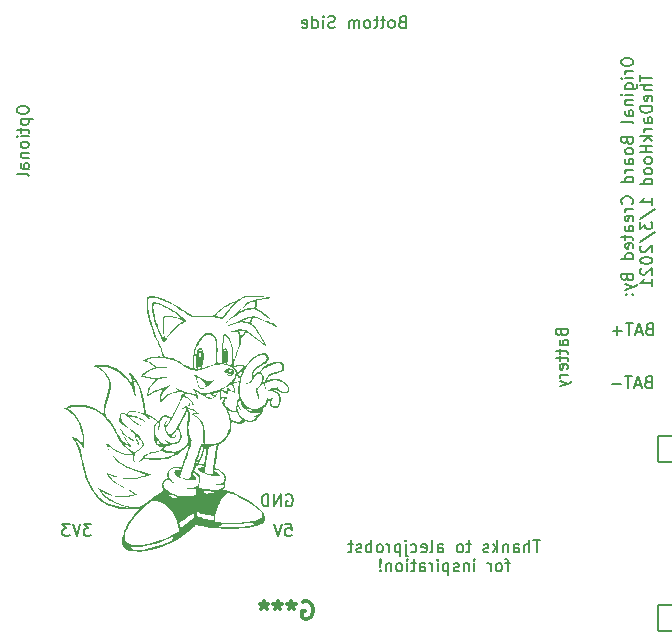
<source format=gbo>
G04 #@! TF.GenerationSoftware,KiCad,Pcbnew,(6.0.10)*
G04 #@! TF.CreationDate,2023-01-25T16:02:22-05:00*
G04 #@! TF.ProjectId,SlimeVRMotherBoardV2,536c696d-6556-4524-9d6f-74686572426f,V1.2*
G04 #@! TF.SameCoordinates,Original*
G04 #@! TF.FileFunction,Legend,Bot*
G04 #@! TF.FilePolarity,Positive*
%FSLAX46Y46*%
G04 Gerber Fmt 4.6, Leading zero omitted, Abs format (unit mm)*
G04 Created by KiCad (PCBNEW (6.0.10)) date 2023-01-25 16:02:22*
%MOMM*%
%LPD*%
G01*
G04 APERTURE LIST*
G04 Aperture macros list*
%AMRoundRect*
0 Rectangle with rounded corners*
0 $1 Rounding radius*
0 $2 $3 $4 $5 $6 $7 $8 $9 X,Y pos of 4 corners*
0 Add a 4 corners polygon primitive as box body*
4,1,4,$2,$3,$4,$5,$6,$7,$8,$9,$2,$3,0*
0 Add four circle primitives for the rounded corners*
1,1,$1+$1,$2,$3*
1,1,$1+$1,$4,$5*
1,1,$1+$1,$6,$7*
1,1,$1+$1,$8,$9*
0 Add four rect primitives between the rounded corners*
20,1,$1+$1,$2,$3,$4,$5,0*
20,1,$1+$1,$4,$5,$6,$7,0*
20,1,$1+$1,$6,$7,$8,$9,0*
20,1,$1+$1,$8,$9,$2,$3,0*%
G04 Aperture macros list end*
%ADD10C,0.150000*%
%ADD11C,0.300000*%
%ADD12C,1.900000*%
%ADD13C,2.100000*%
%ADD14RoundRect,0.050000X1.100000X-1.100000X1.100000X1.100000X-1.100000X1.100000X-1.100000X-1.100000X0*%
%ADD15O,2.300000X2.300000*%
%ADD16C,1.878000*%
%ADD17C,2.300000*%
%ADD18C,1.879600*%
G04 APERTURE END LIST*
D10*
X187889325Y-126415811D02*
X187746468Y-126463430D01*
X187698849Y-126511049D01*
X187651230Y-126606287D01*
X187651230Y-126749144D01*
X187698849Y-126844382D01*
X187746468Y-126892001D01*
X187841706Y-126939620D01*
X188222659Y-126939620D01*
X188222659Y-125939620D01*
X187889325Y-125939620D01*
X187794087Y-125987240D01*
X187746468Y-126034859D01*
X187698849Y-126130097D01*
X187698849Y-126225335D01*
X187746468Y-126320573D01*
X187794087Y-126368192D01*
X187889325Y-126415811D01*
X188222659Y-126415811D01*
X187270278Y-126653906D02*
X186794087Y-126653906D01*
X187365516Y-126939620D02*
X187032183Y-125939620D01*
X186698849Y-126939620D01*
X186508373Y-125939620D02*
X185936944Y-125939620D01*
X186222659Y-126939620D02*
X186222659Y-125939620D01*
X185603611Y-126558668D02*
X184841706Y-126558668D01*
X180547929Y-122237402D02*
X180595548Y-122380259D01*
X180643167Y-122427878D01*
X180738405Y-122475497D01*
X180881262Y-122475497D01*
X180976500Y-122427878D01*
X181024119Y-122380259D01*
X181071738Y-122285021D01*
X181071738Y-121904069D01*
X180071738Y-121904069D01*
X180071738Y-122237402D01*
X180119358Y-122332640D01*
X180166977Y-122380259D01*
X180262215Y-122427878D01*
X180357453Y-122427878D01*
X180452691Y-122380259D01*
X180500310Y-122332640D01*
X180547929Y-122237402D01*
X180547929Y-121904069D01*
X181071738Y-123332640D02*
X180547929Y-123332640D01*
X180452691Y-123285021D01*
X180405072Y-123189783D01*
X180405072Y-122999307D01*
X180452691Y-122904069D01*
X181024119Y-123332640D02*
X181071738Y-123237402D01*
X181071738Y-122999307D01*
X181024119Y-122904069D01*
X180928881Y-122856450D01*
X180833643Y-122856450D01*
X180738405Y-122904069D01*
X180690786Y-122999307D01*
X180690786Y-123237402D01*
X180643167Y-123332640D01*
X180405072Y-123665973D02*
X180405072Y-124046926D01*
X180071738Y-123808831D02*
X180928881Y-123808831D01*
X181024119Y-123856450D01*
X181071738Y-123951688D01*
X181071738Y-124046926D01*
X180405072Y-124237402D02*
X180405072Y-124618354D01*
X180071738Y-124380259D02*
X180928881Y-124380259D01*
X181024119Y-124427878D01*
X181071738Y-124523116D01*
X181071738Y-124618354D01*
X181024119Y-125332640D02*
X181071738Y-125237402D01*
X181071738Y-125046926D01*
X181024119Y-124951688D01*
X180928881Y-124904069D01*
X180547929Y-124904069D01*
X180452691Y-124951688D01*
X180405072Y-125046926D01*
X180405072Y-125237402D01*
X180452691Y-125332640D01*
X180547929Y-125380259D01*
X180643167Y-125380259D01*
X180738405Y-124904069D01*
X181071738Y-125808831D02*
X180405072Y-125808831D01*
X180595548Y-125808831D02*
X180500310Y-125856450D01*
X180452691Y-125904069D01*
X180405072Y-125999307D01*
X180405072Y-126094545D01*
X180405072Y-126332640D02*
X181071738Y-126570735D01*
X180405072Y-126808831D02*
X181071738Y-126570735D01*
X181309834Y-126475497D01*
X181357453Y-126427878D01*
X181405072Y-126332640D01*
X140738095Y-138452380D02*
X140119047Y-138452380D01*
X140452380Y-138833333D01*
X140309523Y-138833333D01*
X140214285Y-138880952D01*
X140166666Y-138928571D01*
X140119047Y-139023809D01*
X140119047Y-139261904D01*
X140166666Y-139357142D01*
X140214285Y-139404761D01*
X140309523Y-139452380D01*
X140595238Y-139452380D01*
X140690476Y-139404761D01*
X140738095Y-139357142D01*
X139833333Y-138452380D02*
X139500000Y-139452380D01*
X139166666Y-138452380D01*
X138928571Y-138452380D02*
X138309523Y-138452380D01*
X138642857Y-138833333D01*
X138500000Y-138833333D01*
X138404761Y-138880952D01*
X138357142Y-138928571D01*
X138309523Y-139023809D01*
X138309523Y-139261904D01*
X138357142Y-139357142D01*
X138404761Y-139404761D01*
X138500000Y-139452380D01*
X138785714Y-139452380D01*
X138880952Y-139404761D01*
X138928571Y-139357142D01*
X157261904Y-136000000D02*
X157357142Y-135952380D01*
X157500000Y-135952380D01*
X157642857Y-136000000D01*
X157738095Y-136095238D01*
X157785714Y-136190476D01*
X157833333Y-136380952D01*
X157833333Y-136523809D01*
X157785714Y-136714285D01*
X157738095Y-136809523D01*
X157642857Y-136904761D01*
X157500000Y-136952380D01*
X157404761Y-136952380D01*
X157261904Y-136904761D01*
X157214285Y-136857142D01*
X157214285Y-136523809D01*
X157404761Y-136523809D01*
X156785714Y-136952380D02*
X156785714Y-135952380D01*
X156214285Y-136952380D01*
X156214285Y-135952380D01*
X155738095Y-136952380D02*
X155738095Y-135952380D01*
X155500000Y-135952380D01*
X155357142Y-136000000D01*
X155261904Y-136095238D01*
X155214285Y-136190476D01*
X155166666Y-136380952D01*
X155166666Y-136523809D01*
X155214285Y-136714285D01*
X155261904Y-136809523D01*
X155357142Y-136904761D01*
X155500000Y-136952380D01*
X155738095Y-136952380D01*
X157190476Y-138452380D02*
X157666666Y-138452380D01*
X157714285Y-138928571D01*
X157666666Y-138880952D01*
X157571428Y-138833333D01*
X157333333Y-138833333D01*
X157238095Y-138880952D01*
X157190476Y-138928571D01*
X157142857Y-139023809D01*
X157142857Y-139261904D01*
X157190476Y-139357142D01*
X157238095Y-139404761D01*
X157333333Y-139452380D01*
X157571428Y-139452380D01*
X157666666Y-139404761D01*
X157714285Y-139357142D01*
X156857142Y-138452380D02*
X156523809Y-139452380D01*
X156190476Y-138452380D01*
X185627818Y-99247503D02*
X185627818Y-99437979D01*
X185675438Y-99533217D01*
X185770676Y-99628455D01*
X185961152Y-99676074D01*
X186294485Y-99676074D01*
X186484961Y-99628455D01*
X186580199Y-99533217D01*
X186627818Y-99437979D01*
X186627818Y-99247503D01*
X186580199Y-99152265D01*
X186484961Y-99057027D01*
X186294485Y-99009408D01*
X185961152Y-99009408D01*
X185770676Y-99057027D01*
X185675438Y-99152265D01*
X185627818Y-99247503D01*
X186627818Y-100104646D02*
X185961152Y-100104646D01*
X186151628Y-100104646D02*
X186056390Y-100152265D01*
X186008771Y-100199884D01*
X185961152Y-100295122D01*
X185961152Y-100390360D01*
X186627818Y-100723693D02*
X185961152Y-100723693D01*
X185627818Y-100723693D02*
X185675438Y-100676074D01*
X185723057Y-100723693D01*
X185675438Y-100771312D01*
X185627818Y-100723693D01*
X185723057Y-100723693D01*
X185961152Y-101628455D02*
X186770676Y-101628455D01*
X186865914Y-101580836D01*
X186913533Y-101533217D01*
X186961152Y-101437979D01*
X186961152Y-101295122D01*
X186913533Y-101199884D01*
X186580199Y-101628455D02*
X186627818Y-101533217D01*
X186627818Y-101342741D01*
X186580199Y-101247503D01*
X186532580Y-101199884D01*
X186437342Y-101152265D01*
X186151628Y-101152265D01*
X186056390Y-101199884D01*
X186008771Y-101247503D01*
X185961152Y-101342741D01*
X185961152Y-101533217D01*
X186008771Y-101628455D01*
X186627818Y-102104646D02*
X185961152Y-102104646D01*
X185627818Y-102104646D02*
X185675438Y-102057027D01*
X185723057Y-102104646D01*
X185675438Y-102152265D01*
X185627818Y-102104646D01*
X185723057Y-102104646D01*
X185961152Y-102580836D02*
X186627818Y-102580836D01*
X186056390Y-102580836D02*
X186008771Y-102628455D01*
X185961152Y-102723693D01*
X185961152Y-102866550D01*
X186008771Y-102961789D01*
X186104009Y-103009408D01*
X186627818Y-103009408D01*
X186627818Y-103914170D02*
X186104009Y-103914170D01*
X186008771Y-103866550D01*
X185961152Y-103771312D01*
X185961152Y-103580836D01*
X186008771Y-103485598D01*
X186580199Y-103914170D02*
X186627818Y-103818931D01*
X186627818Y-103580836D01*
X186580199Y-103485598D01*
X186484961Y-103437979D01*
X186389723Y-103437979D01*
X186294485Y-103485598D01*
X186246866Y-103580836D01*
X186246866Y-103818931D01*
X186199247Y-103914170D01*
X186627818Y-104533217D02*
X186580199Y-104437979D01*
X186484961Y-104390360D01*
X185627818Y-104390360D01*
X186104009Y-106009408D02*
X186151628Y-106152265D01*
X186199247Y-106199884D01*
X186294485Y-106247503D01*
X186437342Y-106247503D01*
X186532580Y-106199884D01*
X186580199Y-106152265D01*
X186627818Y-106057027D01*
X186627818Y-105676074D01*
X185627818Y-105676074D01*
X185627818Y-106009408D01*
X185675438Y-106104646D01*
X185723057Y-106152265D01*
X185818295Y-106199884D01*
X185913533Y-106199884D01*
X186008771Y-106152265D01*
X186056390Y-106104646D01*
X186104009Y-106009408D01*
X186104009Y-105676074D01*
X186627818Y-106818931D02*
X186580199Y-106723693D01*
X186532580Y-106676074D01*
X186437342Y-106628455D01*
X186151628Y-106628455D01*
X186056390Y-106676074D01*
X186008771Y-106723693D01*
X185961152Y-106818931D01*
X185961152Y-106961789D01*
X186008771Y-107057027D01*
X186056390Y-107104646D01*
X186151628Y-107152265D01*
X186437342Y-107152265D01*
X186532580Y-107104646D01*
X186580199Y-107057027D01*
X186627818Y-106961789D01*
X186627818Y-106818931D01*
X186627818Y-108009408D02*
X186104009Y-108009408D01*
X186008771Y-107961789D01*
X185961152Y-107866550D01*
X185961152Y-107676074D01*
X186008771Y-107580836D01*
X186580199Y-108009408D02*
X186627818Y-107914170D01*
X186627818Y-107676074D01*
X186580199Y-107580836D01*
X186484961Y-107533217D01*
X186389723Y-107533217D01*
X186294485Y-107580836D01*
X186246866Y-107676074D01*
X186246866Y-107914170D01*
X186199247Y-108009408D01*
X186627818Y-108485598D02*
X185961152Y-108485598D01*
X186151628Y-108485598D02*
X186056390Y-108533217D01*
X186008771Y-108580836D01*
X185961152Y-108676074D01*
X185961152Y-108771312D01*
X186627818Y-109533217D02*
X185627818Y-109533217D01*
X186580199Y-109533217D02*
X186627818Y-109437979D01*
X186627818Y-109247503D01*
X186580199Y-109152265D01*
X186532580Y-109104646D01*
X186437342Y-109057027D01*
X186151628Y-109057027D01*
X186056390Y-109104646D01*
X186008771Y-109152265D01*
X185961152Y-109247503D01*
X185961152Y-109437979D01*
X186008771Y-109533217D01*
X186532580Y-111342741D02*
X186580199Y-111295122D01*
X186627818Y-111152265D01*
X186627818Y-111057027D01*
X186580199Y-110914170D01*
X186484961Y-110818931D01*
X186389723Y-110771312D01*
X186199247Y-110723693D01*
X186056390Y-110723693D01*
X185865914Y-110771312D01*
X185770676Y-110818931D01*
X185675438Y-110914170D01*
X185627818Y-111057027D01*
X185627818Y-111152265D01*
X185675438Y-111295122D01*
X185723057Y-111342741D01*
X186627818Y-111771312D02*
X185961152Y-111771312D01*
X186151628Y-111771312D02*
X186056390Y-111818931D01*
X186008771Y-111866550D01*
X185961152Y-111961789D01*
X185961152Y-112057027D01*
X186580199Y-112771312D02*
X186627818Y-112676074D01*
X186627818Y-112485598D01*
X186580199Y-112390360D01*
X186484961Y-112342741D01*
X186104009Y-112342741D01*
X186008771Y-112390360D01*
X185961152Y-112485598D01*
X185961152Y-112676074D01*
X186008771Y-112771312D01*
X186104009Y-112818931D01*
X186199247Y-112818931D01*
X186294485Y-112342741D01*
X186627818Y-113676074D02*
X186104009Y-113676074D01*
X186008771Y-113628455D01*
X185961152Y-113533217D01*
X185961152Y-113342741D01*
X186008771Y-113247503D01*
X186580199Y-113676074D02*
X186627818Y-113580836D01*
X186627818Y-113342741D01*
X186580199Y-113247503D01*
X186484961Y-113199884D01*
X186389723Y-113199884D01*
X186294485Y-113247503D01*
X186246866Y-113342741D01*
X186246866Y-113580836D01*
X186199247Y-113676074D01*
X185961152Y-114009408D02*
X185961152Y-114390360D01*
X185627818Y-114152265D02*
X186484961Y-114152265D01*
X186580199Y-114199884D01*
X186627818Y-114295122D01*
X186627818Y-114390360D01*
X186580199Y-115104646D02*
X186627818Y-115009408D01*
X186627818Y-114818931D01*
X186580199Y-114723693D01*
X186484961Y-114676074D01*
X186104009Y-114676074D01*
X186008771Y-114723693D01*
X185961152Y-114818931D01*
X185961152Y-115009408D01*
X186008771Y-115104646D01*
X186104009Y-115152265D01*
X186199247Y-115152265D01*
X186294485Y-114676074D01*
X186627818Y-116009408D02*
X185627818Y-116009408D01*
X186580199Y-116009408D02*
X186627818Y-115914170D01*
X186627818Y-115723693D01*
X186580199Y-115628455D01*
X186532580Y-115580836D01*
X186437342Y-115533217D01*
X186151628Y-115533217D01*
X186056390Y-115580836D01*
X186008771Y-115628455D01*
X185961152Y-115723693D01*
X185961152Y-115914170D01*
X186008771Y-116009408D01*
X186104009Y-117580836D02*
X186151628Y-117723693D01*
X186199247Y-117771312D01*
X186294485Y-117818931D01*
X186437342Y-117818931D01*
X186532580Y-117771312D01*
X186580199Y-117723693D01*
X186627818Y-117628455D01*
X186627818Y-117247503D01*
X185627818Y-117247503D01*
X185627818Y-117580836D01*
X185675438Y-117676074D01*
X185723057Y-117723693D01*
X185818295Y-117771312D01*
X185913533Y-117771312D01*
X186008771Y-117723693D01*
X186056390Y-117676074D01*
X186104009Y-117580836D01*
X186104009Y-117247503D01*
X185961152Y-118152265D02*
X186627818Y-118390360D01*
X185961152Y-118628455D02*
X186627818Y-118390360D01*
X186865914Y-118295122D01*
X186913533Y-118247503D01*
X186961152Y-118152265D01*
X186532580Y-119009408D02*
X186580199Y-119057027D01*
X186627818Y-119009408D01*
X186580199Y-118961789D01*
X186532580Y-119009408D01*
X186627818Y-119009408D01*
X186008771Y-119009408D02*
X186056390Y-119057027D01*
X186104009Y-119009408D01*
X186056390Y-118961789D01*
X186008771Y-119009408D01*
X186104009Y-119009408D01*
X187237818Y-100414170D02*
X187237818Y-100985598D01*
X188237818Y-100699884D02*
X187237818Y-100699884D01*
X188237818Y-101318931D02*
X187237818Y-101318931D01*
X188237818Y-101747503D02*
X187714009Y-101747503D01*
X187618771Y-101699884D01*
X187571152Y-101604646D01*
X187571152Y-101461789D01*
X187618771Y-101366550D01*
X187666390Y-101318931D01*
X188190199Y-102604646D02*
X188237818Y-102509408D01*
X188237818Y-102318931D01*
X188190199Y-102223693D01*
X188094961Y-102176074D01*
X187714009Y-102176074D01*
X187618771Y-102223693D01*
X187571152Y-102318931D01*
X187571152Y-102509408D01*
X187618771Y-102604646D01*
X187714009Y-102652265D01*
X187809247Y-102652265D01*
X187904485Y-102176074D01*
X188237818Y-103080836D02*
X187237818Y-103080836D01*
X187237818Y-103318931D01*
X187285438Y-103461789D01*
X187380676Y-103557027D01*
X187475914Y-103604646D01*
X187666390Y-103652265D01*
X187809247Y-103652265D01*
X187999723Y-103604646D01*
X188094961Y-103557027D01*
X188190199Y-103461789D01*
X188237818Y-103318931D01*
X188237818Y-103080836D01*
X188237818Y-104509408D02*
X187714009Y-104509408D01*
X187618771Y-104461789D01*
X187571152Y-104366550D01*
X187571152Y-104176074D01*
X187618771Y-104080836D01*
X188190199Y-104509408D02*
X188237818Y-104414170D01*
X188237818Y-104176074D01*
X188190199Y-104080836D01*
X188094961Y-104033217D01*
X187999723Y-104033217D01*
X187904485Y-104080836D01*
X187856866Y-104176074D01*
X187856866Y-104414170D01*
X187809247Y-104509408D01*
X188237818Y-104985598D02*
X187571152Y-104985598D01*
X187761628Y-104985598D02*
X187666390Y-105033217D01*
X187618771Y-105080836D01*
X187571152Y-105176074D01*
X187571152Y-105271312D01*
X188237818Y-105604646D02*
X187237818Y-105604646D01*
X187856866Y-105699884D02*
X188237818Y-105985598D01*
X187571152Y-105985598D02*
X187952104Y-105604646D01*
X188237818Y-106414170D02*
X187237818Y-106414170D01*
X187714009Y-106414170D02*
X187714009Y-106985598D01*
X188237818Y-106985598D02*
X187237818Y-106985598D01*
X188237818Y-107604646D02*
X188190199Y-107509408D01*
X188142580Y-107461789D01*
X188047342Y-107414170D01*
X187761628Y-107414170D01*
X187666390Y-107461789D01*
X187618771Y-107509408D01*
X187571152Y-107604646D01*
X187571152Y-107747503D01*
X187618771Y-107842741D01*
X187666390Y-107890360D01*
X187761628Y-107937979D01*
X188047342Y-107937979D01*
X188142580Y-107890360D01*
X188190199Y-107842741D01*
X188237818Y-107747503D01*
X188237818Y-107604646D01*
X188237818Y-108509408D02*
X188190199Y-108414170D01*
X188142580Y-108366550D01*
X188047342Y-108318931D01*
X187761628Y-108318931D01*
X187666390Y-108366550D01*
X187618771Y-108414170D01*
X187571152Y-108509408D01*
X187571152Y-108652265D01*
X187618771Y-108747503D01*
X187666390Y-108795122D01*
X187761628Y-108842741D01*
X188047342Y-108842741D01*
X188142580Y-108795122D01*
X188190199Y-108747503D01*
X188237818Y-108652265D01*
X188237818Y-108509408D01*
X188237818Y-109699884D02*
X187237818Y-109699884D01*
X188190199Y-109699884D02*
X188237818Y-109604646D01*
X188237818Y-109414170D01*
X188190199Y-109318931D01*
X188142580Y-109271312D01*
X188047342Y-109223693D01*
X187761628Y-109223693D01*
X187666390Y-109271312D01*
X187618771Y-109318931D01*
X187571152Y-109414170D01*
X187571152Y-109604646D01*
X187618771Y-109699884D01*
X188237818Y-111461789D02*
X188237818Y-110890360D01*
X188237818Y-111176074D02*
X187237818Y-111176074D01*
X187380676Y-111080836D01*
X187475914Y-110985598D01*
X187523533Y-110890360D01*
X187190199Y-112604646D02*
X188475914Y-111747503D01*
X187237818Y-112842741D02*
X187237818Y-113461789D01*
X187618771Y-113128455D01*
X187618771Y-113271312D01*
X187666390Y-113366550D01*
X187714009Y-113414170D01*
X187809247Y-113461789D01*
X188047342Y-113461789D01*
X188142580Y-113414170D01*
X188190199Y-113366550D01*
X188237818Y-113271312D01*
X188237818Y-112985598D01*
X188190199Y-112890360D01*
X188142580Y-112842741D01*
X187190199Y-114604646D02*
X188475914Y-113747503D01*
X187333057Y-114890360D02*
X187285438Y-114937979D01*
X187237818Y-115033217D01*
X187237818Y-115271312D01*
X187285438Y-115366550D01*
X187333057Y-115414170D01*
X187428295Y-115461789D01*
X187523533Y-115461789D01*
X187666390Y-115414170D01*
X188237818Y-114842741D01*
X188237818Y-115461789D01*
X187237818Y-116080836D02*
X187237818Y-116176074D01*
X187285438Y-116271312D01*
X187333057Y-116318931D01*
X187428295Y-116366550D01*
X187618771Y-116414170D01*
X187856866Y-116414170D01*
X188047342Y-116366550D01*
X188142580Y-116318931D01*
X188190199Y-116271312D01*
X188237818Y-116176074D01*
X188237818Y-116080836D01*
X188190199Y-115985598D01*
X188142580Y-115937979D01*
X188047342Y-115890360D01*
X187856866Y-115842741D01*
X187618771Y-115842741D01*
X187428295Y-115890360D01*
X187333057Y-115937979D01*
X187285438Y-115985598D01*
X187237818Y-116080836D01*
X187333057Y-116795122D02*
X187285438Y-116842741D01*
X187237818Y-116937979D01*
X187237818Y-117176074D01*
X187285438Y-117271312D01*
X187333057Y-117318931D01*
X187428295Y-117366550D01*
X187523533Y-117366550D01*
X187666390Y-117318931D01*
X188237818Y-116747503D01*
X188237818Y-117366550D01*
X188237818Y-118318931D02*
X188237818Y-117747503D01*
X188237818Y-118033217D02*
X187237818Y-118033217D01*
X187380676Y-117937979D01*
X187475914Y-117842741D01*
X187523533Y-117747503D01*
X134452380Y-103309523D02*
X134452380Y-103500000D01*
X134500000Y-103595238D01*
X134595238Y-103690476D01*
X134785714Y-103738095D01*
X135119047Y-103738095D01*
X135309523Y-103690476D01*
X135404761Y-103595238D01*
X135452380Y-103500000D01*
X135452380Y-103309523D01*
X135404761Y-103214285D01*
X135309523Y-103119047D01*
X135119047Y-103071428D01*
X134785714Y-103071428D01*
X134595238Y-103119047D01*
X134500000Y-103214285D01*
X134452380Y-103309523D01*
X134785714Y-104166666D02*
X135785714Y-104166666D01*
X134833333Y-104166666D02*
X134785714Y-104261904D01*
X134785714Y-104452380D01*
X134833333Y-104547619D01*
X134880952Y-104595238D01*
X134976190Y-104642857D01*
X135261904Y-104642857D01*
X135357142Y-104595238D01*
X135404761Y-104547619D01*
X135452380Y-104452380D01*
X135452380Y-104261904D01*
X135404761Y-104166666D01*
X134785714Y-104928571D02*
X134785714Y-105309523D01*
X134452380Y-105071428D02*
X135309523Y-105071428D01*
X135404761Y-105119047D01*
X135452380Y-105214285D01*
X135452380Y-105309523D01*
X135452380Y-105642857D02*
X134785714Y-105642857D01*
X134452380Y-105642857D02*
X134500000Y-105595238D01*
X134547619Y-105642857D01*
X134500000Y-105690476D01*
X134452380Y-105642857D01*
X134547619Y-105642857D01*
X135452380Y-106261904D02*
X135404761Y-106166666D01*
X135357142Y-106119047D01*
X135261904Y-106071428D01*
X134976190Y-106071428D01*
X134880952Y-106119047D01*
X134833333Y-106166666D01*
X134785714Y-106261904D01*
X134785714Y-106404761D01*
X134833333Y-106500000D01*
X134880952Y-106547619D01*
X134976190Y-106595238D01*
X135261904Y-106595238D01*
X135357142Y-106547619D01*
X135404761Y-106500000D01*
X135452380Y-106404761D01*
X135452380Y-106261904D01*
X134785714Y-107023809D02*
X135452380Y-107023809D01*
X134880952Y-107023809D02*
X134833333Y-107071428D01*
X134785714Y-107166666D01*
X134785714Y-107309523D01*
X134833333Y-107404761D01*
X134928571Y-107452380D01*
X135452380Y-107452380D01*
X135452380Y-108357142D02*
X134928571Y-108357142D01*
X134833333Y-108309523D01*
X134785714Y-108214285D01*
X134785714Y-108023809D01*
X134833333Y-107928571D01*
X135404761Y-108357142D02*
X135452380Y-108261904D01*
X135452380Y-108023809D01*
X135404761Y-107928571D01*
X135309523Y-107880952D01*
X135214285Y-107880952D01*
X135119047Y-107928571D01*
X135071428Y-108023809D01*
X135071428Y-108261904D01*
X135023809Y-108357142D01*
X135452380Y-108976190D02*
X135404761Y-108880952D01*
X135309523Y-108833333D01*
X134452380Y-108833333D01*
X178756984Y-139838883D02*
X178185556Y-139838883D01*
X178471270Y-140838883D02*
X178471270Y-139838883D01*
X177852222Y-140838883D02*
X177852222Y-139838883D01*
X177423651Y-140838883D02*
X177423651Y-140315074D01*
X177471270Y-140219836D01*
X177566508Y-140172217D01*
X177709365Y-140172217D01*
X177804603Y-140219836D01*
X177852222Y-140267455D01*
X176518889Y-140838883D02*
X176518889Y-140315074D01*
X176566508Y-140219836D01*
X176661746Y-140172217D01*
X176852222Y-140172217D01*
X176947460Y-140219836D01*
X176518889Y-140791264D02*
X176614127Y-140838883D01*
X176852222Y-140838883D01*
X176947460Y-140791264D01*
X176995079Y-140696026D01*
X176995079Y-140600788D01*
X176947460Y-140505550D01*
X176852222Y-140457931D01*
X176614127Y-140457931D01*
X176518889Y-140410312D01*
X176042698Y-140172217D02*
X176042698Y-140838883D01*
X176042698Y-140267455D02*
X175995079Y-140219836D01*
X175899841Y-140172217D01*
X175756984Y-140172217D01*
X175661746Y-140219836D01*
X175614127Y-140315074D01*
X175614127Y-140838883D01*
X175137937Y-140838883D02*
X175137937Y-139838883D01*
X175042698Y-140457931D02*
X174756984Y-140838883D01*
X174756984Y-140172217D02*
X175137937Y-140553169D01*
X174376032Y-140791264D02*
X174280794Y-140838883D01*
X174090317Y-140838883D01*
X173995079Y-140791264D01*
X173947460Y-140696026D01*
X173947460Y-140648407D01*
X173995079Y-140553169D01*
X174090317Y-140505550D01*
X174233175Y-140505550D01*
X174328413Y-140457931D01*
X174376032Y-140362693D01*
X174376032Y-140315074D01*
X174328413Y-140219836D01*
X174233175Y-140172217D01*
X174090317Y-140172217D01*
X173995079Y-140219836D01*
X172899841Y-140172217D02*
X172518889Y-140172217D01*
X172756984Y-139838883D02*
X172756984Y-140696026D01*
X172709365Y-140791264D01*
X172614127Y-140838883D01*
X172518889Y-140838883D01*
X172042698Y-140838883D02*
X172137937Y-140791264D01*
X172185556Y-140743645D01*
X172233175Y-140648407D01*
X172233175Y-140362693D01*
X172185556Y-140267455D01*
X172137937Y-140219836D01*
X172042698Y-140172217D01*
X171899841Y-140172217D01*
X171804603Y-140219836D01*
X171756984Y-140267455D01*
X171709365Y-140362693D01*
X171709365Y-140648407D01*
X171756984Y-140743645D01*
X171804603Y-140791264D01*
X171899841Y-140838883D01*
X172042698Y-140838883D01*
X170090317Y-140838883D02*
X170090317Y-140315074D01*
X170137937Y-140219836D01*
X170233175Y-140172217D01*
X170423651Y-140172217D01*
X170518889Y-140219836D01*
X170090317Y-140791264D02*
X170185556Y-140838883D01*
X170423651Y-140838883D01*
X170518889Y-140791264D01*
X170566508Y-140696026D01*
X170566508Y-140600788D01*
X170518889Y-140505550D01*
X170423651Y-140457931D01*
X170185556Y-140457931D01*
X170090317Y-140410312D01*
X169471270Y-140838883D02*
X169566508Y-140791264D01*
X169614127Y-140696026D01*
X169614127Y-139838883D01*
X168709365Y-140791264D02*
X168804603Y-140838883D01*
X168995079Y-140838883D01*
X169090317Y-140791264D01*
X169137937Y-140696026D01*
X169137937Y-140315074D01*
X169090317Y-140219836D01*
X168995079Y-140172217D01*
X168804603Y-140172217D01*
X168709365Y-140219836D01*
X168661746Y-140315074D01*
X168661746Y-140410312D01*
X169137937Y-140505550D01*
X167804603Y-140791264D02*
X167899841Y-140838883D01*
X168090317Y-140838883D01*
X168185556Y-140791264D01*
X168233175Y-140743645D01*
X168280794Y-140648407D01*
X168280794Y-140362693D01*
X168233175Y-140267455D01*
X168185556Y-140219836D01*
X168090317Y-140172217D01*
X167899841Y-140172217D01*
X167804603Y-140219836D01*
X167376032Y-140172217D02*
X167376032Y-141029360D01*
X167423651Y-141124598D01*
X167518889Y-141172217D01*
X167566508Y-141172217D01*
X167376032Y-139838883D02*
X167423651Y-139886503D01*
X167376032Y-139934122D01*
X167328413Y-139886503D01*
X167376032Y-139838883D01*
X167376032Y-139934122D01*
X166899841Y-140172217D02*
X166899841Y-141172217D01*
X166899841Y-140219836D02*
X166804603Y-140172217D01*
X166614127Y-140172217D01*
X166518889Y-140219836D01*
X166471270Y-140267455D01*
X166423651Y-140362693D01*
X166423651Y-140648407D01*
X166471270Y-140743645D01*
X166518889Y-140791264D01*
X166614127Y-140838883D01*
X166804603Y-140838883D01*
X166899841Y-140791264D01*
X165995079Y-140838883D02*
X165995079Y-140172217D01*
X165995079Y-140362693D02*
X165947460Y-140267455D01*
X165899841Y-140219836D01*
X165804603Y-140172217D01*
X165709365Y-140172217D01*
X165233175Y-140838883D02*
X165328413Y-140791264D01*
X165376032Y-140743645D01*
X165423651Y-140648407D01*
X165423651Y-140362693D01*
X165376032Y-140267455D01*
X165328413Y-140219836D01*
X165233175Y-140172217D01*
X165090317Y-140172217D01*
X164995079Y-140219836D01*
X164947460Y-140267455D01*
X164899841Y-140362693D01*
X164899841Y-140648407D01*
X164947460Y-140743645D01*
X164995079Y-140791264D01*
X165090317Y-140838883D01*
X165233175Y-140838883D01*
X164471270Y-140838883D02*
X164471270Y-139838883D01*
X164471270Y-140219836D02*
X164376032Y-140172217D01*
X164185556Y-140172217D01*
X164090317Y-140219836D01*
X164042698Y-140267455D01*
X163995079Y-140362693D01*
X163995079Y-140648407D01*
X164042698Y-140743645D01*
X164090317Y-140791264D01*
X164185556Y-140838883D01*
X164376032Y-140838883D01*
X164471270Y-140791264D01*
X163614127Y-140791264D02*
X163518889Y-140838883D01*
X163328413Y-140838883D01*
X163233175Y-140791264D01*
X163185556Y-140696026D01*
X163185556Y-140648407D01*
X163233175Y-140553169D01*
X163328413Y-140505550D01*
X163471270Y-140505550D01*
X163566508Y-140457931D01*
X163614127Y-140362693D01*
X163614127Y-140315074D01*
X163566508Y-140219836D01*
X163471270Y-140172217D01*
X163328413Y-140172217D01*
X163233175Y-140219836D01*
X162899841Y-140172217D02*
X162518889Y-140172217D01*
X162756984Y-139838883D02*
X162756984Y-140696026D01*
X162709365Y-140791264D01*
X162614127Y-140838883D01*
X162518889Y-140838883D01*
X176185556Y-141782217D02*
X175804603Y-141782217D01*
X176042698Y-142448883D02*
X176042698Y-141591741D01*
X175995079Y-141496503D01*
X175899841Y-141448883D01*
X175804603Y-141448883D01*
X175328413Y-142448883D02*
X175423651Y-142401264D01*
X175471270Y-142353645D01*
X175518889Y-142258407D01*
X175518889Y-141972693D01*
X175471270Y-141877455D01*
X175423651Y-141829836D01*
X175328413Y-141782217D01*
X175185556Y-141782217D01*
X175090317Y-141829836D01*
X175042698Y-141877455D01*
X174995079Y-141972693D01*
X174995079Y-142258407D01*
X175042698Y-142353645D01*
X175090317Y-142401264D01*
X175185556Y-142448883D01*
X175328413Y-142448883D01*
X174566508Y-142448883D02*
X174566508Y-141782217D01*
X174566508Y-141972693D02*
X174518889Y-141877455D01*
X174471270Y-141829836D01*
X174376032Y-141782217D01*
X174280794Y-141782217D01*
X173185556Y-142448883D02*
X173185556Y-141782217D01*
X173185556Y-141448883D02*
X173233175Y-141496503D01*
X173185556Y-141544122D01*
X173137937Y-141496503D01*
X173185556Y-141448883D01*
X173185556Y-141544122D01*
X172709365Y-141782217D02*
X172709365Y-142448883D01*
X172709365Y-141877455D02*
X172661746Y-141829836D01*
X172566508Y-141782217D01*
X172423651Y-141782217D01*
X172328413Y-141829836D01*
X172280794Y-141925074D01*
X172280794Y-142448883D01*
X171852222Y-142401264D02*
X171756984Y-142448883D01*
X171566508Y-142448883D01*
X171471270Y-142401264D01*
X171423651Y-142306026D01*
X171423651Y-142258407D01*
X171471270Y-142163169D01*
X171566508Y-142115550D01*
X171709365Y-142115550D01*
X171804603Y-142067931D01*
X171852222Y-141972693D01*
X171852222Y-141925074D01*
X171804603Y-141829836D01*
X171709365Y-141782217D01*
X171566508Y-141782217D01*
X171471270Y-141829836D01*
X170995079Y-141782217D02*
X170995079Y-142782217D01*
X170995079Y-141829836D02*
X170899841Y-141782217D01*
X170709365Y-141782217D01*
X170614127Y-141829836D01*
X170566508Y-141877455D01*
X170518889Y-141972693D01*
X170518889Y-142258407D01*
X170566508Y-142353645D01*
X170614127Y-142401264D01*
X170709365Y-142448883D01*
X170899841Y-142448883D01*
X170995079Y-142401264D01*
X170090317Y-142448883D02*
X170090317Y-141782217D01*
X170090317Y-141448883D02*
X170137937Y-141496503D01*
X170090317Y-141544122D01*
X170042698Y-141496503D01*
X170090317Y-141448883D01*
X170090317Y-141544122D01*
X169614127Y-142448883D02*
X169614127Y-141782217D01*
X169614127Y-141972693D02*
X169566508Y-141877455D01*
X169518889Y-141829836D01*
X169423651Y-141782217D01*
X169328413Y-141782217D01*
X168566508Y-142448883D02*
X168566508Y-141925074D01*
X168614127Y-141829836D01*
X168709365Y-141782217D01*
X168899841Y-141782217D01*
X168995079Y-141829836D01*
X168566508Y-142401264D02*
X168661746Y-142448883D01*
X168899841Y-142448883D01*
X168995079Y-142401264D01*
X169042698Y-142306026D01*
X169042698Y-142210788D01*
X168995079Y-142115550D01*
X168899841Y-142067931D01*
X168661746Y-142067931D01*
X168566508Y-142020312D01*
X168233175Y-141782217D02*
X167852222Y-141782217D01*
X168090317Y-141448883D02*
X168090317Y-142306026D01*
X168042698Y-142401264D01*
X167947460Y-142448883D01*
X167852222Y-142448883D01*
X167518889Y-142448883D02*
X167518889Y-141782217D01*
X167518889Y-141448883D02*
X167566508Y-141496503D01*
X167518889Y-141544122D01*
X167471270Y-141496503D01*
X167518889Y-141448883D01*
X167518889Y-141544122D01*
X166899841Y-142448883D02*
X166995079Y-142401264D01*
X167042698Y-142353645D01*
X167090317Y-142258407D01*
X167090317Y-141972693D01*
X167042698Y-141877455D01*
X166995079Y-141829836D01*
X166899841Y-141782217D01*
X166756984Y-141782217D01*
X166661746Y-141829836D01*
X166614127Y-141877455D01*
X166566508Y-141972693D01*
X166566508Y-142258407D01*
X166614127Y-142353645D01*
X166661746Y-142401264D01*
X166756984Y-142448883D01*
X166899841Y-142448883D01*
X166137937Y-141782217D02*
X166137937Y-142448883D01*
X166137937Y-141877455D02*
X166090317Y-141829836D01*
X165995079Y-141782217D01*
X165852222Y-141782217D01*
X165756984Y-141829836D01*
X165709365Y-141925074D01*
X165709365Y-142448883D01*
X165233175Y-142353645D02*
X165185556Y-142401264D01*
X165233175Y-142448883D01*
X165280794Y-142401264D01*
X165233175Y-142353645D01*
X165233175Y-142448883D01*
X165233175Y-142067931D02*
X165280794Y-141496503D01*
X165233175Y-141448883D01*
X165185556Y-141496503D01*
X165233175Y-142067931D01*
X165233175Y-141448883D01*
X187967125Y-121928571D02*
X187824268Y-121976190D01*
X187776649Y-122023809D01*
X187729030Y-122119047D01*
X187729030Y-122261904D01*
X187776649Y-122357142D01*
X187824268Y-122404761D01*
X187919506Y-122452380D01*
X188300459Y-122452380D01*
X188300459Y-121452380D01*
X187967125Y-121452380D01*
X187871887Y-121500000D01*
X187824268Y-121547619D01*
X187776649Y-121642857D01*
X187776649Y-121738095D01*
X187824268Y-121833333D01*
X187871887Y-121880952D01*
X187967125Y-121928571D01*
X188300459Y-121928571D01*
X187348078Y-122166666D02*
X186871887Y-122166666D01*
X187443316Y-122452380D02*
X187109983Y-121452380D01*
X186776649Y-122452380D01*
X186586173Y-121452380D02*
X186014744Y-121452380D01*
X186300459Y-122452380D02*
X186300459Y-121452380D01*
X185681411Y-122071428D02*
X184919506Y-122071428D01*
X185300459Y-122452380D02*
X185300459Y-121690476D01*
X167047619Y-95928571D02*
X166904761Y-95976190D01*
X166857142Y-96023809D01*
X166809523Y-96119047D01*
X166809523Y-96261904D01*
X166857142Y-96357142D01*
X166904761Y-96404761D01*
X167000000Y-96452380D01*
X167380952Y-96452380D01*
X167380952Y-95452380D01*
X167047619Y-95452380D01*
X166952380Y-95500000D01*
X166904761Y-95547619D01*
X166857142Y-95642857D01*
X166857142Y-95738095D01*
X166904761Y-95833333D01*
X166952380Y-95880952D01*
X167047619Y-95928571D01*
X167380952Y-95928571D01*
X166238095Y-96452380D02*
X166333333Y-96404761D01*
X166380952Y-96357142D01*
X166428571Y-96261904D01*
X166428571Y-95976190D01*
X166380952Y-95880952D01*
X166333333Y-95833333D01*
X166238095Y-95785714D01*
X166095238Y-95785714D01*
X166000000Y-95833333D01*
X165952380Y-95880952D01*
X165904761Y-95976190D01*
X165904761Y-96261904D01*
X165952380Y-96357142D01*
X166000000Y-96404761D01*
X166095238Y-96452380D01*
X166238095Y-96452380D01*
X165619047Y-95785714D02*
X165238095Y-95785714D01*
X165476190Y-95452380D02*
X165476190Y-96309523D01*
X165428571Y-96404761D01*
X165333333Y-96452380D01*
X165238095Y-96452380D01*
X165047619Y-95785714D02*
X164666666Y-95785714D01*
X164904761Y-95452380D02*
X164904761Y-96309523D01*
X164857142Y-96404761D01*
X164761904Y-96452380D01*
X164666666Y-96452380D01*
X164190476Y-96452380D02*
X164285714Y-96404761D01*
X164333333Y-96357142D01*
X164380952Y-96261904D01*
X164380952Y-95976190D01*
X164333333Y-95880952D01*
X164285714Y-95833333D01*
X164190476Y-95785714D01*
X164047619Y-95785714D01*
X163952380Y-95833333D01*
X163904761Y-95880952D01*
X163857142Y-95976190D01*
X163857142Y-96261904D01*
X163904761Y-96357142D01*
X163952380Y-96404761D01*
X164047619Y-96452380D01*
X164190476Y-96452380D01*
X163428571Y-96452380D02*
X163428571Y-95785714D01*
X163428571Y-95880952D02*
X163380952Y-95833333D01*
X163285714Y-95785714D01*
X163142857Y-95785714D01*
X163047619Y-95833333D01*
X163000000Y-95928571D01*
X163000000Y-96452380D01*
X163000000Y-95928571D02*
X162952380Y-95833333D01*
X162857142Y-95785714D01*
X162714285Y-95785714D01*
X162619047Y-95833333D01*
X162571428Y-95928571D01*
X162571428Y-96452380D01*
X161380952Y-96404761D02*
X161238095Y-96452380D01*
X161000000Y-96452380D01*
X160904761Y-96404761D01*
X160857142Y-96357142D01*
X160809523Y-96261904D01*
X160809523Y-96166666D01*
X160857142Y-96071428D01*
X160904761Y-96023809D01*
X161000000Y-95976190D01*
X161190476Y-95928571D01*
X161285714Y-95880952D01*
X161333333Y-95833333D01*
X161380952Y-95738095D01*
X161380952Y-95642857D01*
X161333333Y-95547619D01*
X161285714Y-95500000D01*
X161190476Y-95452380D01*
X160952380Y-95452380D01*
X160809523Y-95500000D01*
X160380952Y-96452380D02*
X160380952Y-95785714D01*
X160380952Y-95452380D02*
X160428571Y-95500000D01*
X160380952Y-95547619D01*
X160333333Y-95500000D01*
X160380952Y-95452380D01*
X160380952Y-95547619D01*
X159476190Y-96452380D02*
X159476190Y-95452380D01*
X159476190Y-96404761D02*
X159571428Y-96452380D01*
X159761904Y-96452380D01*
X159857142Y-96404761D01*
X159904761Y-96357142D01*
X159952380Y-96261904D01*
X159952380Y-95976190D01*
X159904761Y-95880952D01*
X159857142Y-95833333D01*
X159761904Y-95785714D01*
X159571428Y-95785714D01*
X159476190Y-95833333D01*
X158619047Y-96404761D02*
X158714285Y-96452380D01*
X158904761Y-96452380D01*
X159000000Y-96404761D01*
X159047619Y-96309523D01*
X159047619Y-95928571D01*
X159000000Y-95833333D01*
X158904761Y-95785714D01*
X158714285Y-95785714D01*
X158619047Y-95833333D01*
X158571428Y-95928571D01*
X158571428Y-96023809D01*
X159047619Y-96119047D01*
D11*
X158639559Y-145052382D02*
X158784702Y-144979810D01*
X159002416Y-144979810D01*
X159220130Y-145052382D01*
X159365273Y-145197524D01*
X159437845Y-145342667D01*
X159510416Y-145632953D01*
X159510416Y-145850667D01*
X159437845Y-146140953D01*
X159365273Y-146286096D01*
X159220130Y-146431239D01*
X159002416Y-146503810D01*
X158857273Y-146503810D01*
X158639559Y-146431239D01*
X158566988Y-146358667D01*
X158566988Y-145850667D01*
X158857273Y-145850667D01*
X157696130Y-144979810D02*
X157696130Y-145342667D01*
X158058988Y-145197524D02*
X157696130Y-145342667D01*
X157333273Y-145197524D01*
X157913845Y-145632953D02*
X157696130Y-145342667D01*
X157478416Y-145632953D01*
X156534988Y-144979810D02*
X156534988Y-145342667D01*
X156897845Y-145197524D02*
X156534988Y-145342667D01*
X156172130Y-145197524D01*
X156752702Y-145632953D02*
X156534988Y-145342667D01*
X156317273Y-145632953D01*
X155373845Y-144979810D02*
X155373845Y-145342667D01*
X155736702Y-145197524D02*
X155373845Y-145342667D01*
X155010988Y-145197524D01*
X155591559Y-145632953D02*
X155373845Y-145342667D01*
X155156130Y-145632953D01*
G36*
X152732910Y-125776850D02*
G01*
X152637625Y-125855974D01*
X152632704Y-125858899D01*
X152564526Y-125889077D01*
X152503377Y-125901467D01*
X152436885Y-125896151D01*
X152312997Y-125859439D01*
X152201148Y-125794149D01*
X152110237Y-125707749D01*
X152049164Y-125607710D01*
X152047369Y-125599172D01*
X152145966Y-125599172D01*
X152152486Y-125619893D01*
X152188472Y-125668388D01*
X152244848Y-125723246D01*
X152308901Y-125772684D01*
X152367921Y-125804918D01*
X152408446Y-125817265D01*
X152524933Y-125822010D01*
X152633231Y-125783273D01*
X152723250Y-125703921D01*
X152756281Y-125656605D01*
X152762203Y-125632552D01*
X152736409Y-125641583D01*
X152681253Y-125684774D01*
X152609631Y-125735139D01*
X152521984Y-125758725D01*
X152502378Y-125757615D01*
X152421146Y-125738685D01*
X152333486Y-125702696D01*
X152257202Y-125657976D01*
X152210103Y-125612854D01*
X152184058Y-125580344D01*
X152156966Y-125570403D01*
X152145966Y-125599172D01*
X152047369Y-125599172D01*
X152026829Y-125501499D01*
X152029897Y-125480509D01*
X152365276Y-125480509D01*
X152395650Y-125511115D01*
X152450958Y-125534015D01*
X152535065Y-125543139D01*
X152620137Y-125534579D01*
X152683485Y-125508537D01*
X152709658Y-125487004D01*
X152715570Y-125465714D01*
X152683485Y-125437055D01*
X152656391Y-125422027D01*
X152584951Y-125404762D01*
X152502961Y-125402048D01*
X152429112Y-125413725D01*
X152382100Y-125439633D01*
X152374021Y-125449950D01*
X152365276Y-125480509D01*
X152029897Y-125480509D01*
X152034224Y-125450904D01*
X152069868Y-125397708D01*
X152140694Y-125355412D01*
X152252935Y-125318985D01*
X152277170Y-125312931D01*
X152447134Y-125286090D01*
X152596924Y-125290216D01*
X152720597Y-125324571D01*
X152812210Y-125388417D01*
X152838289Y-125420250D01*
X152855246Y-125465714D01*
X152857463Y-125471659D01*
X152854286Y-125544224D01*
X152850546Y-125565535D01*
X152824209Y-125632552D01*
X152807715Y-125674524D01*
X152732910Y-125776850D01*
G37*
G36*
X150469064Y-126876716D02*
G01*
X150324449Y-126962212D01*
X150307686Y-126970284D01*
X150202358Y-127007502D01*
X150105874Y-127021576D01*
X150078957Y-127020585D01*
X149996067Y-127001237D01*
X149924733Y-126954151D01*
X149862337Y-126875349D01*
X149806258Y-126760853D01*
X149753879Y-126606684D01*
X149702582Y-126408863D01*
X149688446Y-126348918D01*
X149647576Y-126185166D01*
X149618300Y-126084704D01*
X149715612Y-126084704D01*
X149721575Y-126160291D01*
X149740817Y-126269361D01*
X149772748Y-126406900D01*
X149819351Y-126574186D01*
X149877638Y-126738656D01*
X149936630Y-126856475D01*
X149996111Y-126927141D01*
X150004614Y-126933689D01*
X150056057Y-126963651D01*
X150108267Y-126969624D01*
X150174063Y-126950583D01*
X150266262Y-126905498D01*
X150357866Y-126847435D01*
X150408654Y-126787032D01*
X150423274Y-126713700D01*
X150407064Y-126616482D01*
X150406155Y-126613159D01*
X150361514Y-126519907D01*
X150281602Y-126417047D01*
X150174856Y-126312851D01*
X150049716Y-126215598D01*
X149914621Y-126133562D01*
X149891320Y-126121465D01*
X149813870Y-126082337D01*
X149756401Y-126054960D01*
X149729958Y-126044653D01*
X149723521Y-126047616D01*
X149715612Y-126084704D01*
X149618300Y-126084704D01*
X149611774Y-126062311D01*
X149578483Y-125975771D01*
X149545146Y-125920963D01*
X149509206Y-125893303D01*
X149468106Y-125888208D01*
X149419290Y-125901096D01*
X149373650Y-125912640D01*
X149359477Y-125903856D01*
X149378903Y-125881496D01*
X149430037Y-125853871D01*
X149480587Y-125838578D01*
X149557836Y-125836417D01*
X149648561Y-125859012D01*
X149760292Y-125908494D01*
X149900561Y-125986993D01*
X150046406Y-126071672D01*
X150213157Y-126162568D01*
X150363705Y-126238202D01*
X150490319Y-126294719D01*
X150585272Y-126328268D01*
X150626372Y-126338374D01*
X150722623Y-126351492D01*
X150822984Y-126347127D01*
X150940327Y-126324071D01*
X151087523Y-126281116D01*
X151154761Y-126260157D01*
X151240376Y-126235436D01*
X151300935Y-126220445D01*
X151326360Y-126217855D01*
X151326634Y-126218288D01*
X151308870Y-126232784D01*
X151257966Y-126259346D01*
X151184218Y-126292561D01*
X151162973Y-126301835D01*
X151069335Y-126351833D01*
X150987045Y-126416268D01*
X150898418Y-126508498D01*
X150773136Y-126635908D01*
X150682346Y-126713700D01*
X150623893Y-126763784D01*
X150469064Y-126876716D01*
G37*
G36*
X151399374Y-126195560D02*
G01*
X151403102Y-126202727D01*
X151383489Y-126211445D01*
X151370875Y-126209725D01*
X151367605Y-126195560D01*
X151371097Y-126192708D01*
X151399374Y-126195560D01*
G37*
G36*
X156454610Y-121720293D02*
G01*
X156489732Y-121772468D01*
X156498947Y-121794924D01*
X156483910Y-121788987D01*
X156431466Y-121764506D01*
X156346934Y-121723718D01*
X156236059Y-121669422D01*
X156104587Y-121604416D01*
X155958261Y-121531501D01*
X155873974Y-121489679D01*
X155706347Y-121408231D01*
X155541191Y-121330019D01*
X155388486Y-121259677D01*
X155258213Y-121201836D01*
X155160353Y-121161130D01*
X155120157Y-121145690D01*
X154979351Y-121095278D01*
X154840620Y-121050618D01*
X154712433Y-121014009D01*
X154603261Y-120987748D01*
X154521575Y-120974133D01*
X154475845Y-120975461D01*
X154463924Y-120985298D01*
X154456831Y-120995905D01*
X154434379Y-121029480D01*
X154398662Y-121098115D01*
X154361434Y-121180066D01*
X154327355Y-121264191D01*
X154301084Y-121339353D01*
X154287283Y-121394412D01*
X154290611Y-121418228D01*
X154316652Y-121429936D01*
X154390465Y-121481785D01*
X154479173Y-121562972D01*
X154575126Y-121666136D01*
X154670676Y-121783917D01*
X154719939Y-121850539D01*
X154848859Y-122037109D01*
X154982117Y-122245206D01*
X155114093Y-122464990D01*
X155239161Y-122686623D01*
X155351701Y-122900266D01*
X155446087Y-123096081D01*
X155516698Y-123264228D01*
X155534002Y-123310469D01*
X155556150Y-123373748D01*
X155562165Y-123404394D01*
X155552738Y-123410295D01*
X155528563Y-123399335D01*
X155527640Y-123398824D01*
X155493992Y-123376345D01*
X155428077Y-123329420D01*
X155335337Y-123262027D01*
X155221217Y-123178146D01*
X155091160Y-123081758D01*
X154950610Y-122976840D01*
X154831180Y-122887779D01*
X154671171Y-122769545D01*
X154514010Y-122654519D01*
X154368482Y-122549090D01*
X154243372Y-122459650D01*
X154147467Y-122392589D01*
X153873452Y-122204703D01*
X153747299Y-122343581D01*
X153675168Y-122427424D01*
X153593672Y-122530126D01*
X153526896Y-122622181D01*
X153512551Y-122643579D01*
X153468573Y-122714973D01*
X153444604Y-122774064D01*
X153434633Y-122840825D01*
X153432645Y-122935228D01*
X153431623Y-122983264D01*
X153423823Y-123073601D01*
X153406924Y-123172414D01*
X153379244Y-123285561D01*
X153339098Y-123418897D01*
X153284805Y-123578281D01*
X153214680Y-123769567D01*
X153127042Y-123998614D01*
X153072613Y-124139491D01*
X153001859Y-124325590D01*
X152946062Y-124477413D01*
X152903283Y-124600912D01*
X152871587Y-124702040D01*
X152849033Y-124786749D01*
X152833685Y-124860992D01*
X152823605Y-124930723D01*
X152818532Y-124973753D01*
X152815388Y-125027457D01*
X152826611Y-125056106D01*
X152860310Y-125063727D01*
X152924597Y-125054346D01*
X153027580Y-125031989D01*
X153089130Y-125020589D01*
X153214673Y-125006041D01*
X153349537Y-124998823D01*
X153479652Y-124999130D01*
X153590947Y-125007157D01*
X153669352Y-125023099D01*
X153690041Y-125030957D01*
X153730678Y-125058280D01*
X153734707Y-125094582D01*
X153730134Y-125120115D01*
X153729373Y-125124366D01*
X153738023Y-125134162D01*
X153766125Y-125110249D01*
X153815915Y-125050585D01*
X153889629Y-124953130D01*
X154079464Y-124713695D01*
X154278309Y-124502934D01*
X154480439Y-124331195D01*
X154690840Y-124194270D01*
X154914499Y-124087947D01*
X154968379Y-124066934D01*
X155058228Y-124036348D01*
X155138507Y-124018713D01*
X155228270Y-124010514D01*
X155346573Y-124008236D01*
X155580670Y-124007411D01*
X155659646Y-124093533D01*
X155730619Y-124202578D01*
X155763243Y-124328971D01*
X155757407Y-124462877D01*
X155714603Y-124596201D01*
X155636326Y-124720845D01*
X155524067Y-124828715D01*
X155518652Y-124832719D01*
X155450500Y-124878146D01*
X155353464Y-124937260D01*
X155239685Y-125002857D01*
X155121307Y-125067730D01*
X155076741Y-125091781D01*
X154882081Y-125207095D01*
X154728887Y-125318998D01*
X154612778Y-125432424D01*
X154529369Y-125552307D01*
X154474278Y-125683581D01*
X154443124Y-125831179D01*
X154426060Y-125961257D01*
X154602477Y-125777369D01*
X154653840Y-125724549D01*
X154724726Y-125656634D01*
X154779479Y-125614137D01*
X154815495Y-125596221D01*
X155100563Y-125596221D01*
X155107660Y-125610112D01*
X155141734Y-125649663D01*
X155194480Y-125700733D01*
X155208588Y-125713948D01*
X155298766Y-125833194D01*
X155348359Y-125976505D01*
X155357459Y-126144338D01*
X155326162Y-126337144D01*
X155325166Y-126378053D01*
X155349296Y-126437805D01*
X155371980Y-126465605D01*
X155388250Y-126467213D01*
X155402322Y-126425999D01*
X155405988Y-126413653D01*
X155445276Y-126314326D01*
X155503903Y-126196893D01*
X155572913Y-126077059D01*
X155643350Y-125970528D01*
X155706258Y-125893006D01*
X155753700Y-125846734D01*
X155826485Y-125788079D01*
X155907890Y-125740302D01*
X156007546Y-125698936D01*
X156135082Y-125659514D01*
X156300128Y-125617571D01*
X156440312Y-125581830D01*
X156609385Y-125529004D01*
X156738081Y-125473085D01*
X156830706Y-125410944D01*
X156891561Y-125339452D01*
X156924953Y-125255480D01*
X156935183Y-125155900D01*
X156932983Y-125104877D01*
X156903484Y-124985324D01*
X156840079Y-124899150D01*
X156743384Y-124846985D01*
X156614020Y-124829456D01*
X156591195Y-124830109D01*
X156500553Y-124841789D01*
X156423436Y-124863473D01*
X156379077Y-124879779D01*
X156294685Y-124907351D01*
X156188241Y-124939943D01*
X156072747Y-124973478D01*
X156046915Y-124980808D01*
X155869217Y-125034638D01*
X155726705Y-125086316D01*
X155608979Y-125141337D01*
X155505639Y-125205193D01*
X155406285Y-125283379D01*
X155300518Y-125381387D01*
X155225215Y-125456344D01*
X155160481Y-125523734D01*
X155116672Y-125572787D01*
X155100563Y-125596221D01*
X154815495Y-125596221D01*
X154827575Y-125590212D01*
X154878494Y-125578014D01*
X154928208Y-125567054D01*
X154976106Y-125543183D01*
X155024522Y-125498437D01*
X155086227Y-125423304D01*
X155093339Y-125414201D01*
X155193309Y-125298380D01*
X155301478Y-125198093D01*
X155425554Y-125108368D01*
X155573243Y-125024231D01*
X155752251Y-124940711D01*
X155970285Y-124852833D01*
X156026204Y-124832034D01*
X156256234Y-124759475D01*
X156461684Y-124716588D01*
X156639595Y-124703642D01*
X156787011Y-124720904D01*
X156900972Y-124768641D01*
X156991664Y-124849562D01*
X157063814Y-124968435D01*
X157097230Y-125105070D01*
X157098706Y-125155900D01*
X157099607Y-125186911D01*
X157081414Y-125289163D01*
X157031556Y-125379673D01*
X156943821Y-125473354D01*
X156930866Y-125485072D01*
X156834697Y-125558222D01*
X156723300Y-125617388D01*
X156585868Y-125667442D01*
X156411594Y-125713255D01*
X156317710Y-125736512D01*
X156155094Y-125784488D01*
X156011190Y-125836688D01*
X155895492Y-125889500D01*
X155817494Y-125939311D01*
X155787614Y-125972011D01*
X155743598Y-126033054D01*
X155695151Y-126108912D01*
X155648554Y-126188762D01*
X155610084Y-126261784D01*
X155586021Y-126317156D01*
X155582644Y-126344058D01*
X155593046Y-126343474D01*
X155639415Y-126329374D01*
X155713481Y-126301989D01*
X155805267Y-126264867D01*
X155845590Y-126248014D01*
X155921686Y-126217705D01*
X155984987Y-126197327D01*
X156047583Y-126184910D01*
X156121565Y-126178481D01*
X156219022Y-126176070D01*
X156352044Y-126175704D01*
X156408798Y-126175732D01*
X156526251Y-126176620D01*
X156611278Y-126180078D01*
X156674845Y-126187858D01*
X156727918Y-126201709D01*
X156781464Y-126223383D01*
X156846450Y-126254630D01*
X156954488Y-126318496D01*
X157077717Y-126410078D01*
X157201350Y-126517484D01*
X157314900Y-126630923D01*
X157407879Y-126740601D01*
X157469801Y-126836727D01*
X157511453Y-126940516D01*
X157525733Y-127029916D01*
X157532435Y-127071874D01*
X157513066Y-127187429D01*
X157454351Y-127282578D01*
X157357292Y-127352720D01*
X157296285Y-127379088D01*
X157210199Y-127401441D01*
X157122233Y-127401949D01*
X157023155Y-127379162D01*
X156903733Y-127331624D01*
X156754735Y-127257883D01*
X156711529Y-127235468D01*
X156589598Y-127175569D01*
X156494501Y-127135870D01*
X156415827Y-127112408D01*
X156343167Y-127101219D01*
X156208536Y-127089486D01*
X156339587Y-127163852D01*
X156470456Y-127250044D01*
X156612659Y-127385915D01*
X156716025Y-127545779D01*
X156742521Y-127603156D01*
X156762483Y-127661583D01*
X156773604Y-127725725D01*
X156778174Y-127809548D01*
X156778481Y-127927017D01*
X156776422Y-128009608D01*
X156758677Y-128183773D01*
X156720784Y-128324220D01*
X156660117Y-128438766D01*
X156574047Y-128535227D01*
X156541674Y-128564050D01*
X156497280Y-128597336D01*
X156453770Y-128613636D01*
X156394993Y-128617692D01*
X156304794Y-128614244D01*
X156241672Y-128610104D01*
X156161787Y-128598305D01*
X156102007Y-128576187D01*
X156044997Y-128538712D01*
X156027503Y-128525140D01*
X155950403Y-128454354D01*
X155903882Y-128381721D01*
X155881034Y-128292316D01*
X155874953Y-128171213D01*
X155874953Y-127996333D01*
X155793223Y-128003373D01*
X155757743Y-128007674D01*
X155723611Y-128022607D01*
X155702790Y-128058997D01*
X155684315Y-128129550D01*
X155675044Y-128166301D01*
X155647515Y-128253308D01*
X155619006Y-128321304D01*
X155585402Y-128371014D01*
X155524765Y-128442860D01*
X155452846Y-128518090D01*
X155382949Y-128582876D01*
X155328377Y-128623392D01*
X155308212Y-128646047D01*
X155294914Y-128699923D01*
X155290659Y-128791944D01*
X155290650Y-128793802D01*
X155287815Y-128824611D01*
X155283140Y-128875413D01*
X155278424Y-128926669D01*
X155245844Y-129034991D01*
X155224511Y-129074763D01*
X155142637Y-129181507D01*
X155036673Y-129277963D01*
X154922742Y-129348485D01*
X154881969Y-129369770D01*
X154834704Y-129412106D01*
X154812178Y-129471763D01*
X154787113Y-129542157D01*
X154716002Y-129633847D01*
X154610290Y-129708378D01*
X154476696Y-129763237D01*
X154321941Y-129795909D01*
X154152745Y-129803882D01*
X153975829Y-129784639D01*
X153898807Y-129771196D01*
X153833399Y-129764768D01*
X153789563Y-129770025D01*
X153753572Y-129787120D01*
X153671332Y-129838507D01*
X153580871Y-129892659D01*
X153512872Y-129928312D01*
X153457129Y-129949982D01*
X153403437Y-129962187D01*
X153341589Y-129969442D01*
X153278218Y-129972098D01*
X153131953Y-129956782D01*
X152966619Y-129911270D01*
X152774902Y-129833811D01*
X152628631Y-129767489D01*
X152616812Y-130045765D01*
X152615850Y-130068407D01*
X152597561Y-130293164D01*
X152549095Y-130547834D01*
X152468835Y-130780319D01*
X152353080Y-131000814D01*
X152198131Y-131219513D01*
X152059056Y-131375566D01*
X151893680Y-131514320D01*
X151703663Y-131627382D01*
X151654055Y-131653862D01*
X151592243Y-131691807D01*
X151557725Y-131719671D01*
X151547515Y-131739418D01*
X151534821Y-131780869D01*
X151532051Y-131789916D01*
X151513520Y-131871498D01*
X151491311Y-131987397D01*
X151464815Y-132140850D01*
X151433418Y-132335092D01*
X151396512Y-132573359D01*
X151379849Y-132683362D01*
X151355503Y-132846424D01*
X151331103Y-133012216D01*
X151307665Y-133173616D01*
X151286208Y-133323501D01*
X151267748Y-133454749D01*
X151253302Y-133560236D01*
X151243889Y-133632841D01*
X151240525Y-133665440D01*
X151243350Y-133670009D01*
X151277175Y-133692782D01*
X151341186Y-133726185D01*
X151425187Y-133764739D01*
X151464084Y-133781961D01*
X151683636Y-133895922D01*
X151860504Y-134020914D01*
X151998472Y-134160027D01*
X152101324Y-134316346D01*
X152113053Y-134341112D01*
X152148779Y-134469676D01*
X152156193Y-134583287D01*
X152158374Y-134616701D01*
X152141896Y-134764786D01*
X152099402Y-134896529D01*
X152086375Y-134925633D01*
X152054436Y-135032532D01*
X152049027Y-135150390D01*
X152049941Y-135186147D01*
X152040208Y-135290437D01*
X152004749Y-135375755D01*
X151936302Y-135462181D01*
X151925513Y-135474068D01*
X151893406Y-135515135D01*
X151885602Y-135536036D01*
X151906723Y-135543427D01*
X151965707Y-135560018D01*
X152052659Y-135582870D01*
X152157880Y-135609371D01*
X152386919Y-135673351D01*
X152698600Y-135779567D01*
X152712565Y-135785122D01*
X153026086Y-135909835D01*
X153358832Y-136059359D01*
X153686293Y-136223348D01*
X153997925Y-136397007D01*
X154283182Y-136575543D01*
X154476031Y-136708581D01*
X154735294Y-136905095D01*
X154951450Y-137093949D01*
X155126453Y-137277267D01*
X155262253Y-137457167D01*
X155360804Y-137635772D01*
X155413551Y-137785400D01*
X155424057Y-137815203D01*
X155426050Y-137823111D01*
X155450964Y-137995409D01*
X155434186Y-138145549D01*
X155375279Y-138275192D01*
X155273808Y-138385996D01*
X155268600Y-138390123D01*
X155200024Y-138430459D01*
X155094294Y-138477828D01*
X155066786Y-138488366D01*
X154959809Y-138529348D01*
X154804971Y-138582137D01*
X154638180Y-138633313D01*
X154467838Y-138679993D01*
X154302345Y-138719294D01*
X154080116Y-138760192D01*
X153785500Y-138798663D01*
X153457409Y-138827649D01*
X153102936Y-138847153D01*
X152729177Y-138857174D01*
X152343226Y-138857717D01*
X151952175Y-138848782D01*
X151563119Y-138830371D01*
X151183152Y-138802486D01*
X150819369Y-138765129D01*
X150478862Y-138718301D01*
X150342806Y-138694902D01*
X150183825Y-138663860D01*
X150171750Y-138661257D01*
X151502626Y-138661257D01*
X151514540Y-138673171D01*
X151526454Y-138661257D01*
X151518920Y-138653724D01*
X151554219Y-138653724D01*
X151564297Y-138661257D01*
X151573931Y-138668458D01*
X151639634Y-138675157D01*
X151645147Y-138675294D01*
X151723218Y-138679579D01*
X151788555Y-138686631D01*
X151813366Y-138688853D01*
X151884475Y-138692109D01*
X151990609Y-138695344D01*
X152124308Y-138698465D01*
X152278113Y-138701377D01*
X152444567Y-138703988D01*
X152616209Y-138706205D01*
X152785582Y-138707933D01*
X152945226Y-138709081D01*
X153087682Y-138709554D01*
X153205491Y-138709260D01*
X153291196Y-138708105D01*
X153337336Y-138705996D01*
X153364742Y-138703014D01*
X153443982Y-138694477D01*
X153547152Y-138683427D01*
X153659005Y-138671497D01*
X153764842Y-138658723D01*
X153901143Y-138639008D01*
X154042143Y-138615799D01*
X154179193Y-138590769D01*
X154303642Y-138565591D01*
X154406839Y-138541940D01*
X154480135Y-138521488D01*
X154514878Y-138505910D01*
X154526942Y-138488366D01*
X154512126Y-138463204D01*
X154486293Y-138433738D01*
X154459095Y-138380251D01*
X154453120Y-138365661D01*
X154424336Y-138328310D01*
X154380165Y-138326153D01*
X154368399Y-138328429D01*
X154302042Y-138338816D01*
X154200003Y-138352839D01*
X154071248Y-138369389D01*
X153924742Y-138387361D01*
X153769453Y-138405646D01*
X153614345Y-138423138D01*
X153468386Y-138438730D01*
X153387978Y-138445290D01*
X153251865Y-138452648D01*
X153085369Y-138458786D01*
X152898092Y-138463423D01*
X152699636Y-138466278D01*
X152499605Y-138467071D01*
X151816751Y-138465924D01*
X151791274Y-138521842D01*
X151746064Y-138570817D01*
X151658039Y-138606579D01*
X151650498Y-138608629D01*
X151579931Y-138633075D01*
X151554219Y-138653724D01*
X151518920Y-138653724D01*
X151514540Y-138649344D01*
X151502626Y-138661257D01*
X150171750Y-138661257D01*
X150024877Y-138629595D01*
X149877722Y-138594770D01*
X149754119Y-138562049D01*
X149665827Y-138534097D01*
X149640123Y-138528564D01*
X149609383Y-138535890D01*
X149569204Y-138562529D01*
X149511930Y-138613690D01*
X149429904Y-138694580D01*
X149204862Y-138905786D01*
X149085621Y-139004301D01*
X148905715Y-139152937D01*
X148574776Y-139396495D01*
X148430651Y-139492066D01*
X148220398Y-139631487D01*
X147850937Y-139852941D01*
X147474748Y-140055886D01*
X147100187Y-140235349D01*
X146735608Y-140386359D01*
X146389367Y-140503943D01*
X146245436Y-140544189D01*
X146045067Y-140594866D01*
X145828514Y-140645095D01*
X145611205Y-140691464D01*
X145408565Y-140730562D01*
X145236022Y-140758977D01*
X145088855Y-140774424D01*
X144912903Y-140783408D01*
X144722942Y-140785819D01*
X144531245Y-140781912D01*
X144350087Y-140771940D01*
X144191741Y-140756158D01*
X144068480Y-140734819D01*
X143964813Y-140706195D01*
X143857264Y-140669503D01*
X143772768Y-140633621D01*
X143650307Y-140558201D01*
X143516220Y-140434974D01*
X143454598Y-140348464D01*
X144100874Y-140348464D01*
X144106036Y-140375936D01*
X144136510Y-140424332D01*
X144182948Y-140482731D01*
X144236004Y-140540215D01*
X144286332Y-140585864D01*
X144324585Y-140608757D01*
X144380612Y-140619476D01*
X144486937Y-140630244D01*
X144617223Y-140636704D01*
X144758024Y-140638506D01*
X144895896Y-140635303D01*
X145017394Y-140626744D01*
X145093936Y-140618012D01*
X145378356Y-140574980D01*
X145687128Y-140514027D01*
X146006409Y-140438356D01*
X146322356Y-140351170D01*
X146621125Y-140255672D01*
X146721344Y-140219790D01*
X146870915Y-140162146D01*
X147020332Y-140100381D01*
X147163252Y-140037499D01*
X147293333Y-139976506D01*
X147404231Y-139920408D01*
X147489606Y-139872209D01*
X147543114Y-139834916D01*
X147558414Y-139811533D01*
X147558066Y-139810430D01*
X147566234Y-139774176D01*
X147596657Y-139713283D01*
X147643121Y-139640313D01*
X147647918Y-139633437D01*
X147693191Y-139565296D01*
X147722883Y-139514666D01*
X147730777Y-139492066D01*
X147719892Y-139494257D01*
X147672702Y-139513204D01*
X147595104Y-139548069D01*
X147494458Y-139595511D01*
X147378123Y-139652188D01*
X147169594Y-139752355D01*
X146805320Y-139911145D01*
X146451391Y-140042543D01*
X146093697Y-140151573D01*
X145718129Y-140243258D01*
X145643040Y-140259312D01*
X145299616Y-140324298D01*
X144993559Y-140366923D01*
X144721117Y-140387498D01*
X144478542Y-140386332D01*
X144262084Y-140363737D01*
X144187365Y-140352910D01*
X144127553Y-140346915D01*
X144101342Y-140347939D01*
X144100874Y-140348464D01*
X143454598Y-140348464D01*
X143412766Y-140289736D01*
X143342910Y-140129747D01*
X143309616Y-139962272D01*
X143315849Y-139794573D01*
X143364577Y-139633911D01*
X143376777Y-139605743D01*
X143414269Y-139505810D01*
X143428280Y-139462903D01*
X143588008Y-139462903D01*
X143594672Y-139651801D01*
X143642360Y-139816938D01*
X143730944Y-139958004D01*
X143860293Y-140074691D01*
X144030279Y-140166687D01*
X144240772Y-140233683D01*
X144328559Y-140249613D01*
X144476896Y-140263197D01*
X144628715Y-140264810D01*
X144759474Y-140253514D01*
X144931821Y-140224653D01*
X145530447Y-140105996D01*
X146091911Y-139964265D01*
X146620449Y-139798168D01*
X147120296Y-139606410D01*
X147595688Y-139387699D01*
X147611991Y-139379529D01*
X147785436Y-139291288D01*
X147920192Y-139219489D01*
X148020635Y-139161193D01*
X148091142Y-139113463D01*
X148136086Y-139073363D01*
X148159844Y-139037955D01*
X148166792Y-139004301D01*
X148157960Y-138885562D01*
X148132466Y-138731446D01*
X148093214Y-138555311D01*
X148043116Y-138368020D01*
X148035569Y-138343626D01*
X148214446Y-138343626D01*
X148216894Y-138361655D01*
X148229099Y-138417166D01*
X148248108Y-138490798D01*
X148259894Y-138534504D01*
X148281366Y-138617455D01*
X148296216Y-138679128D01*
X148311016Y-138724113D01*
X148328080Y-138743898D01*
X148328857Y-138743840D01*
X148364709Y-138726839D01*
X148425698Y-138684697D01*
X148502400Y-138624409D01*
X148585392Y-138552966D01*
X148642795Y-138505140D01*
X148733147Y-138437281D01*
X148823666Y-138375612D01*
X148919935Y-138308575D01*
X148977862Y-138262802D01*
X151240525Y-138262802D01*
X151317964Y-138276819D01*
X151349521Y-138281646D01*
X151428882Y-138291517D01*
X151532328Y-138302806D01*
X151645591Y-138313898D01*
X151668161Y-138315899D01*
X151833542Y-138327263D01*
X152033439Y-138336594D01*
X152256564Y-138343719D01*
X152491624Y-138348460D01*
X152727331Y-138350641D01*
X152952393Y-138350087D01*
X153155520Y-138346623D01*
X153325422Y-138340071D01*
X153661728Y-138317263D01*
X154006712Y-138282643D01*
X154311124Y-138239025D01*
X154574030Y-138186672D01*
X154794496Y-138125847D01*
X154971586Y-138056814D01*
X155104366Y-137979834D01*
X155191901Y-137895173D01*
X155233257Y-137803092D01*
X155236032Y-137785400D01*
X155228446Y-137660830D01*
X155176707Y-137525498D01*
X155082464Y-137380704D01*
X154947367Y-137227750D01*
X154773066Y-137067939D01*
X154561209Y-136902571D01*
X154313447Y-136732949D01*
X154031430Y-136560375D01*
X153716806Y-136386149D01*
X153371226Y-136211574D01*
X152996339Y-136037952D01*
X152886544Y-135991236D01*
X152720593Y-135928279D01*
X152569058Y-135879835D01*
X152441059Y-135848710D01*
X152345714Y-135837711D01*
X152328860Y-135838420D01*
X152226845Y-135868975D01*
X152116830Y-135942618D01*
X152001340Y-136056551D01*
X151889367Y-136199705D01*
X151882899Y-136207974D01*
X151764031Y-136394091D01*
X151647259Y-136612102D01*
X151630308Y-136646712D01*
X151486425Y-136964477D01*
X151377014Y-137256836D01*
X151300597Y-137528955D01*
X151263051Y-137743903D01*
X151255698Y-137786000D01*
X151240838Y-138033137D01*
X151240525Y-138262802D01*
X148977862Y-138262802D01*
X149036509Y-138216460D01*
X149153843Y-138114425D01*
X149261889Y-138011640D01*
X149350599Y-137917276D01*
X149409927Y-137840504D01*
X149411338Y-137838285D01*
X149438449Y-137793371D01*
X149456817Y-137752578D01*
X149468067Y-137705551D01*
X149473824Y-137641936D01*
X149475712Y-137551379D01*
X149475356Y-137423525D01*
X149474050Y-137214458D01*
X149667917Y-137214458D01*
X149668282Y-137461310D01*
X149669186Y-137535931D01*
X149669791Y-137551379D01*
X149672904Y-137630881D01*
X149678808Y-137700946D01*
X149686153Y-137734745D01*
X149724574Y-137766901D01*
X149802276Y-137808149D01*
X149910385Y-137854509D01*
X150040728Y-137903113D01*
X150185134Y-137951097D01*
X150335431Y-137995593D01*
X150483448Y-138033735D01*
X150621013Y-138062657D01*
X150725979Y-138080899D01*
X150880715Y-138104467D01*
X150996934Y-138117283D01*
X151072059Y-138119096D01*
X151103515Y-138109656D01*
X151104111Y-138108452D01*
X151112241Y-138072474D01*
X151122092Y-138003973D01*
X151131666Y-137916651D01*
X151148101Y-137743903D01*
X151077362Y-137743903D01*
X151070353Y-137743839D01*
X150989105Y-137738797D01*
X150874484Y-137726895D01*
X150738506Y-137709821D01*
X150593186Y-137689265D01*
X150450537Y-137666915D01*
X150322575Y-137644460D01*
X150221314Y-137623588D01*
X150199259Y-137618406D01*
X150071938Y-137584699D01*
X149977932Y-137549096D01*
X149905093Y-137504407D01*
X149841276Y-137443443D01*
X149774334Y-137359014D01*
X149667917Y-137214458D01*
X149474050Y-137214458D01*
X149473413Y-137112477D01*
X149438538Y-137279269D01*
X149417720Y-137367295D01*
X149386839Y-137453010D01*
X149342303Y-137524757D01*
X149275387Y-137595915D01*
X149177370Y-137679866D01*
X149122569Y-137722882D01*
X149008784Y-137807008D01*
X148873383Y-137902787D01*
X148728156Y-138002193D01*
X148584898Y-138097202D01*
X148455400Y-138179788D01*
X148351454Y-138241927D01*
X148284058Y-138283140D01*
X148233697Y-138320343D01*
X148214446Y-138343626D01*
X148035569Y-138343626D01*
X147985083Y-138180436D01*
X147922026Y-138003421D01*
X147856857Y-137847840D01*
X147760226Y-137658065D01*
X147594388Y-137395198D01*
X147404976Y-137156582D01*
X147197366Y-136948056D01*
X146976936Y-136775461D01*
X146749062Y-136644636D01*
X146653782Y-136603924D01*
X146488702Y-136549026D01*
X146319816Y-136509426D01*
X146156438Y-136486271D01*
X146007882Y-136480707D01*
X145883462Y-136493880D01*
X145792492Y-136526935D01*
X145777204Y-136537396D01*
X145719605Y-136583594D01*
X145636490Y-136655611D01*
X145533689Y-136748003D01*
X145417037Y-136855324D01*
X145292366Y-136972130D01*
X145165508Y-137092975D01*
X145042297Y-137212415D01*
X144928566Y-137325004D01*
X144830146Y-137425297D01*
X144808932Y-137447431D01*
X144562873Y-137716800D01*
X144337071Y-137987419D01*
X144135457Y-138253829D01*
X143961964Y-138510575D01*
X143820522Y-138752199D01*
X143715063Y-138973243D01*
X143698269Y-139015065D01*
X143622497Y-139250554D01*
X143588008Y-139462903D01*
X143428280Y-139462903D01*
X143453117Y-139386840D01*
X143486627Y-139268856D01*
X143556372Y-139051343D01*
X143665633Y-138796652D01*
X143807735Y-138524081D01*
X143979610Y-138238701D01*
X144178190Y-137945585D01*
X144400408Y-137649808D01*
X144643195Y-137356440D01*
X144648550Y-137350257D01*
X144718680Y-137266641D01*
X144772755Y-137197337D01*
X144805524Y-137149403D01*
X144811736Y-137129897D01*
X144801578Y-137128935D01*
X144753140Y-137134649D01*
X144685379Y-137149271D01*
X144648146Y-137156508D01*
X144551441Y-137167599D01*
X144421670Y-137176754D01*
X144268057Y-137183809D01*
X144099825Y-137188600D01*
X143926198Y-137190962D01*
X143756398Y-137190732D01*
X143599649Y-137187744D01*
X143465175Y-137181835D01*
X143362198Y-137172840D01*
X143222456Y-137152519D01*
X142930164Y-137093923D01*
X142637314Y-137015290D01*
X142353527Y-136920022D01*
X142088429Y-136811521D01*
X141851642Y-136693192D01*
X141652790Y-136568435D01*
X141595187Y-136525473D01*
X141375119Y-136331942D01*
X141159046Y-136096085D01*
X140950265Y-135822127D01*
X140752071Y-135514297D01*
X140567759Y-135176820D01*
X140478257Y-134992297D01*
X140395992Y-134806484D01*
X140322784Y-134620119D01*
X140256158Y-134425412D01*
X140193642Y-134214570D01*
X140132760Y-133979802D01*
X140071041Y-133713315D01*
X140006009Y-133407317D01*
X139955381Y-133172656D01*
X139882798Y-132868652D01*
X139805471Y-132577088D01*
X139725478Y-132304939D01*
X139644894Y-132059183D01*
X139565796Y-131846795D01*
X139490260Y-131674751D01*
X139489225Y-131672633D01*
X139425810Y-131548733D01*
X139358137Y-131425911D01*
X139294238Y-131318250D01*
X139242148Y-131239834D01*
X139198913Y-131179405D01*
X139152140Y-131105155D01*
X139136166Y-131062225D01*
X139149927Y-131048406D01*
X139152586Y-131049086D01*
X139187088Y-131064199D01*
X139253680Y-131096143D01*
X139344152Y-131140925D01*
X139450297Y-131194551D01*
X139464511Y-131201829D01*
X139637130Y-131296986D01*
X139774354Y-131387630D01*
X139886272Y-131480378D01*
X140035593Y-131620060D01*
X140050034Y-131529752D01*
X140054041Y-131478127D01*
X140053249Y-131378506D01*
X140046627Y-131253787D01*
X140035242Y-131116383D01*
X140020161Y-130978706D01*
X140002451Y-130853168D01*
X139983180Y-130752183D01*
X139914420Y-130505924D01*
X139805631Y-130211597D01*
X139671443Y-129919897D01*
X139517615Y-129642065D01*
X139349908Y-129389344D01*
X139174081Y-129172978D01*
X139111351Y-129109385D01*
X138983656Y-128998935D01*
X138842529Y-128895112D01*
X138702334Y-128808139D01*
X138577435Y-128748242D01*
X138552001Y-128737884D01*
X138491111Y-128702954D01*
X138473953Y-128671066D01*
X138477362Y-128664320D01*
X138496718Y-128647088D01*
X138778567Y-128647088D01*
X138797077Y-128677429D01*
X138855281Y-128729705D01*
X138954036Y-128804740D01*
X139002691Y-128840885D01*
X139105047Y-128921201D01*
X139199272Y-129000155D01*
X139269802Y-129064923D01*
X139341313Y-129142578D01*
X139473480Y-129316602D01*
X139604102Y-129524917D01*
X139729121Y-129759037D01*
X139844478Y-130010477D01*
X139946114Y-130270752D01*
X140029970Y-130531376D01*
X140091989Y-130783863D01*
X140107992Y-130879647D01*
X140124820Y-131020108D01*
X140139056Y-131180610D01*
X140150106Y-131349936D01*
X140157378Y-131516870D01*
X140160278Y-131670196D01*
X140158212Y-131798698D01*
X140150587Y-131891160D01*
X140133632Y-132004226D01*
X139990963Y-131812584D01*
X139895378Y-131696333D01*
X139771053Y-131570038D01*
X139643331Y-131462578D01*
X139524972Y-131385642D01*
X139510058Y-131377892D01*
X139473297Y-131362532D01*
X139462870Y-131370997D01*
X139478482Y-131408776D01*
X139519841Y-131481356D01*
X139551513Y-131535606D01*
X139645304Y-131705281D01*
X139723364Y-131864879D01*
X139789024Y-132023990D01*
X139845616Y-132192205D01*
X139896469Y-132379114D01*
X139944915Y-132594307D01*
X139994285Y-132847374D01*
X140044950Y-133110913D01*
X140125755Y-133488828D01*
X140210129Y-133830278D01*
X140300097Y-134142092D01*
X140397689Y-134431100D01*
X140504931Y-134704130D01*
X140623850Y-134968012D01*
X140671155Y-135065262D01*
X140778683Y-135273509D01*
X140883290Y-135455195D01*
X140992960Y-135623702D01*
X141115675Y-135792410D01*
X141121114Y-135799521D01*
X141230743Y-135932554D01*
X141361068Y-136075387D01*
X141502263Y-136218408D01*
X141644505Y-136352010D01*
X141777969Y-136466584D01*
X141892829Y-136552519D01*
X142087854Y-136663946D01*
X142336472Y-136769388D01*
X142626390Y-136861445D01*
X142955113Y-136939330D01*
X143320147Y-137002257D01*
X143447084Y-137019917D01*
X143584823Y-137037612D01*
X143709170Y-137052130D01*
X143813365Y-137062786D01*
X143890647Y-137068896D01*
X143934256Y-137069776D01*
X143937429Y-137064741D01*
X143925700Y-137060572D01*
X143873855Y-137043703D01*
X143789576Y-137017019D01*
X143681280Y-136983175D01*
X143557384Y-136944826D01*
X143434205Y-136906140D01*
X143203297Y-136829757D01*
X142983501Y-136752201D01*
X142781806Y-136676154D01*
X142605203Y-136604295D01*
X142460679Y-136539305D01*
X142355226Y-136483862D01*
X142211809Y-136388876D01*
X142020462Y-136236365D01*
X141833449Y-136060372D01*
X141663723Y-135872352D01*
X141627786Y-135828260D01*
X141545481Y-135723877D01*
X141538294Y-135714368D01*
X141643802Y-135714368D01*
X141660786Y-135740818D01*
X141705151Y-135794774D01*
X141784338Y-135877741D01*
X141884455Y-135974456D01*
X141996440Y-136076675D01*
X142111229Y-136176155D01*
X142219758Y-136264653D01*
X142312963Y-136333927D01*
X142464024Y-136429261D01*
X142727455Y-136565159D01*
X143035886Y-136693412D01*
X143388018Y-136813499D01*
X143782551Y-136924896D01*
X143857851Y-136943671D01*
X144116493Y-136996377D01*
X144346118Y-137020692D01*
X144554982Y-137015268D01*
X144751341Y-136978755D01*
X144943451Y-136909805D01*
X145139568Y-136807070D01*
X145347948Y-136669202D01*
X145382754Y-136644040D01*
X145463276Y-136585181D01*
X145567794Y-136508264D01*
X145691115Y-136417155D01*
X145828046Y-136315721D01*
X145973396Y-136207828D01*
X146121971Y-136097341D01*
X146268578Y-135988128D01*
X146282440Y-135977782D01*
X147275173Y-135977782D01*
X147320718Y-136028109D01*
X147331421Y-136038153D01*
X147385727Y-136076347D01*
X147465653Y-136123260D01*
X147558038Y-136170969D01*
X147651305Y-136212136D01*
X147791389Y-136258782D01*
X147912714Y-136280207D01*
X148005957Y-136274261D01*
X148038965Y-136248581D01*
X148044874Y-136199705D01*
X148017870Y-136144760D01*
X147994698Y-136126383D01*
X147925427Y-136094178D01*
X147826705Y-136061739D01*
X147709634Y-136032105D01*
X147585311Y-136008314D01*
X147464838Y-135993402D01*
X147275173Y-135977782D01*
X146282440Y-135977782D01*
X146408026Y-135884053D01*
X146535121Y-135788983D01*
X146644671Y-135706785D01*
X146731484Y-135641324D01*
X146790367Y-135596466D01*
X146816126Y-135576078D01*
X146820506Y-135559040D01*
X146814386Y-135506662D01*
X146795363Y-135435413D01*
X146772877Y-135344113D01*
X146763196Y-135237653D01*
X146765304Y-135101048D01*
X146767183Y-135081245D01*
X146859580Y-135081245D01*
X146870832Y-135197409D01*
X146926305Y-135317555D01*
X147026884Y-135445930D01*
X147136638Y-135550224D01*
X147306384Y-135678418D01*
X147502418Y-135799316D01*
X147713019Y-135906469D01*
X147926469Y-135993425D01*
X148131050Y-136053734D01*
X148239318Y-136074835D01*
X148379457Y-136092915D01*
X148546424Y-136105375D01*
X148750563Y-136113208D01*
X148754424Y-136113308D01*
X148949768Y-136115771D01*
X149105473Y-136111289D01*
X149229072Y-136098703D01*
X149328098Y-136076857D01*
X149410084Y-136044594D01*
X149482561Y-136000756D01*
X149524265Y-135963531D01*
X149584548Y-135875264D01*
X149625386Y-135769464D01*
X149641775Y-135671299D01*
X150290929Y-135671299D01*
X150301314Y-135734142D01*
X150350269Y-135788955D01*
X150442308Y-135840964D01*
X150466237Y-135851296D01*
X150530534Y-135873928D01*
X150573358Y-135881711D01*
X150583481Y-135880944D01*
X150699480Y-135869145D01*
X150824433Y-135852167D01*
X150939508Y-135832829D01*
X151025874Y-135813951D01*
X151132893Y-135785122D01*
X151013960Y-135739702D01*
X150956643Y-135719857D01*
X150823240Y-135682813D01*
X150674956Y-135650294D01*
X150531612Y-135626406D01*
X150413027Y-135615252D01*
X150383067Y-135614471D01*
X150327564Y-135617663D01*
X150301469Y-135633080D01*
X150291557Y-135666274D01*
X150290929Y-135671299D01*
X149641775Y-135671299D01*
X149643754Y-135659443D01*
X149636624Y-135558512D01*
X149600970Y-135479983D01*
X149591736Y-135468706D01*
X149563248Y-135442276D01*
X149532180Y-135442563D01*
X149478877Y-135467571D01*
X149432531Y-135486438D01*
X149371121Y-135498253D01*
X149286158Y-135502462D01*
X149165729Y-135500312D01*
X149120639Y-135498343D01*
X148998693Y-135487156D01*
X148918555Y-135469181D01*
X148882084Y-135444994D01*
X148891139Y-135415172D01*
X148901150Y-135410937D01*
X148951077Y-135403256D01*
X149031133Y-135397471D01*
X149129636Y-135394592D01*
X149242941Y-135391225D01*
X149331892Y-135381457D01*
X149406769Y-135362261D01*
X149484720Y-135330544D01*
X149571196Y-135287922D01*
X149691644Y-135211109D01*
X149779825Y-135124903D01*
X149845458Y-135020962D01*
X149888131Y-134898820D01*
X149907555Y-134747428D01*
X149898125Y-134595584D01*
X149859371Y-134462110D01*
X149851594Y-134445755D01*
X149795261Y-134354740D01*
X149725093Y-134274066D01*
X149647670Y-134207271D01*
X149569569Y-134157894D01*
X149497372Y-134129475D01*
X149437656Y-134125551D01*
X149397002Y-134149662D01*
X149381989Y-134205346D01*
X149382633Y-134214489D01*
X149412324Y-134274854D01*
X149486867Y-134347853D01*
X149549178Y-134409237D01*
X149601219Y-134495168D01*
X149615631Y-134577837D01*
X149591551Y-134649809D01*
X149528118Y-134703648D01*
X149491060Y-134719550D01*
X149363682Y-134747755D01*
X149206492Y-134754103D01*
X149027664Y-134740468D01*
X148835369Y-134708720D01*
X148637781Y-134660734D01*
X148443070Y-134598382D01*
X148259411Y-134523536D01*
X148094974Y-134438069D01*
X148034006Y-134396154D01*
X148259722Y-134396154D01*
X148319380Y-134443827D01*
X148326542Y-134449108D01*
X148384664Y-134481776D01*
X148469310Y-134520235D01*
X148564800Y-134557240D01*
X148585362Y-134564356D01*
X148681540Y-134593803D01*
X148765858Y-134614006D01*
X148822045Y-134620935D01*
X148838240Y-134620058D01*
X148931494Y-134602548D01*
X149019289Y-134569047D01*
X149080530Y-134527205D01*
X149086348Y-134519729D01*
X149102620Y-134489561D01*
X149124318Y-134438214D01*
X149152464Y-134362628D01*
X149188080Y-134259740D01*
X149232187Y-134126488D01*
X149285809Y-133959811D01*
X149288505Y-133951274D01*
X149459563Y-133951274D01*
X149466319Y-133983220D01*
X149498111Y-134008084D01*
X149564845Y-134037467D01*
X149592799Y-134049684D01*
X149731301Y-134136980D01*
X149848406Y-134254836D01*
X149931146Y-134390744D01*
X149945443Y-134427329D01*
X149980057Y-134583906D01*
X149984498Y-134747428D01*
X149984774Y-134757582D01*
X149961222Y-134933907D01*
X149911029Y-135098432D01*
X149835823Y-135236708D01*
X149764206Y-135335572D01*
X149960292Y-135397578D01*
X149971711Y-135401167D01*
X150089166Y-135436219D01*
X150210531Y-135469768D01*
X150311257Y-135494999D01*
X150346713Y-135501627D01*
X150445504Y-135513526D01*
X150575089Y-135523797D01*
X150725680Y-135532177D01*
X150887490Y-135538399D01*
X151050731Y-135542198D01*
X151205615Y-135543308D01*
X151342355Y-135541464D01*
X151451164Y-135536401D01*
X151522253Y-135527852D01*
X151568950Y-135515729D01*
X151663096Y-135484183D01*
X151755393Y-135446444D01*
X151831488Y-135406761D01*
X151886342Y-135361018D01*
X151920428Y-135303302D01*
X151947117Y-135229046D01*
X151952762Y-135173365D01*
X151935496Y-135128507D01*
X151925063Y-135117056D01*
X151894211Y-135114286D01*
X151837730Y-135137616D01*
X151770872Y-135159422D01*
X151669889Y-135177455D01*
X151549990Y-135188771D01*
X151476782Y-135192577D01*
X151401797Y-135193928D01*
X151356802Y-135188756D01*
X151331361Y-135175446D01*
X151315038Y-135152380D01*
X151311747Y-135145961D01*
X151302563Y-135111589D01*
X151317606Y-135085853D01*
X151362717Y-135065974D01*
X151443737Y-135049169D01*
X151566505Y-135032658D01*
X151608695Y-135027136D01*
X151713217Y-135009326D01*
X151801593Y-134988802D01*
X151858157Y-134968984D01*
X151920504Y-134922112D01*
X151983097Y-134830215D01*
X152021312Y-134713821D01*
X152033336Y-134583287D01*
X152017356Y-134448973D01*
X151971557Y-134321237D01*
X151916239Y-134232582D01*
X151831498Y-134134401D01*
X151731015Y-134044385D01*
X151621698Y-133966332D01*
X151510454Y-133904039D01*
X151404191Y-133861304D01*
X151309816Y-133841926D01*
X151234237Y-133849701D01*
X151184361Y-133888427D01*
X151174924Y-133919191D01*
X151196756Y-133969768D01*
X151260938Y-134019923D01*
X151364359Y-134066574D01*
X151396954Y-134080132D01*
X151478028Y-134127666D01*
X151550201Y-134186724D01*
X151601953Y-134246947D01*
X151621763Y-134297981D01*
X151620276Y-134310787D01*
X151587809Y-134359120D01*
X151520717Y-134398504D01*
X151429403Y-134422219D01*
X151405791Y-134424555D01*
X151295055Y-134422502D01*
X151152059Y-134405536D01*
X150986239Y-134375737D01*
X150807034Y-134335182D01*
X150623878Y-134285951D01*
X150446208Y-134230123D01*
X150283462Y-134169776D01*
X150179122Y-134124625D01*
X150019741Y-134040847D01*
X150017426Y-134039169D01*
X150342659Y-134039169D01*
X150357014Y-134067265D01*
X150396933Y-134093764D01*
X150471659Y-134128557D01*
X150531190Y-134153588D01*
X150640641Y-134195030D01*
X150738518Y-134227314D01*
X150780995Y-134238950D01*
X150886657Y-134260056D01*
X150965958Y-134263712D01*
X151010194Y-134249219D01*
X151011084Y-134248205D01*
X151021704Y-134212974D01*
X151026079Y-134154201D01*
X151029158Y-134104361D01*
X151038054Y-134013366D01*
X151051957Y-133888215D01*
X151070053Y-133735474D01*
X151091530Y-133561711D01*
X151115578Y-133373495D01*
X151141383Y-133177393D01*
X151168134Y-132979974D01*
X151195018Y-132787805D01*
X151220467Y-132619705D01*
X151255791Y-132406452D01*
X151294964Y-132185964D01*
X151334746Y-131976415D01*
X151371895Y-131795982D01*
X151374918Y-131780869D01*
X151373315Y-131761750D01*
X151353721Y-131755742D01*
X151306587Y-131761736D01*
X151222363Y-131778623D01*
X151215240Y-131780105D01*
X151074634Y-131812181D01*
X150968392Y-131843745D01*
X150884035Y-131879146D01*
X150809085Y-131922737D01*
X150778383Y-131944140D01*
X150742005Y-131975775D01*
X150713858Y-132011876D01*
X150711842Y-132014462D01*
X150686098Y-132065942D01*
X150662977Y-132135953D01*
X150640681Y-132230236D01*
X150617416Y-132354529D01*
X150591386Y-132514572D01*
X150560792Y-132716105D01*
X150549612Y-132789511D01*
X150522747Y-132957236D01*
X150494131Y-133126358D01*
X150466542Y-133280678D01*
X150442760Y-133403999D01*
X150422936Y-133503669D01*
X150400334Y-133624162D01*
X150382261Y-133728105D01*
X150371421Y-133800469D01*
X150366954Y-133836198D01*
X150355367Y-133924261D01*
X150345517Y-133993597D01*
X150344624Y-133999587D01*
X150342659Y-134039169D01*
X150017426Y-134039169D01*
X149904474Y-133957296D01*
X149834471Y-133874885D01*
X149810882Y-133794527D01*
X149810899Y-133792173D01*
X149826195Y-133737018D01*
X149873390Y-133698922D01*
X149957378Y-133675548D01*
X150083056Y-133664559D01*
X150144881Y-133661535D01*
X150224270Y-133653039D01*
X150271486Y-133638693D01*
X150296435Y-133616254D01*
X150308890Y-133577408D01*
X150283734Y-133536374D01*
X150257222Y-133518945D01*
X150207494Y-133505743D01*
X150128115Y-133498054D01*
X150010123Y-133494507D01*
X149958767Y-133494229D01*
X149826468Y-133500619D01*
X149728364Y-133521537D01*
X149654845Y-133561569D01*
X149596298Y-133625302D01*
X149543111Y-133717321D01*
X149515183Y-133777210D01*
X149482468Y-133858819D01*
X149464213Y-133919606D01*
X149459563Y-133951274D01*
X149288505Y-133951274D01*
X149349966Y-133756648D01*
X149425681Y-133513935D01*
X149463746Y-133390930D01*
X149787054Y-133390930D01*
X149800016Y-133392564D01*
X149851734Y-133394977D01*
X149933768Y-133397376D01*
X150036253Y-133399423D01*
X150123507Y-133400338D01*
X150207538Y-133398790D01*
X150258798Y-133392946D01*
X150285847Y-133381632D01*
X150297246Y-133363676D01*
X150308673Y-133319251D01*
X150329464Y-133220848D01*
X150353211Y-133093508D01*
X150378123Y-132948197D01*
X150402409Y-132795881D01*
X150424277Y-132647527D01*
X150441936Y-132514100D01*
X150453594Y-132406567D01*
X150459253Y-132340709D01*
X150472670Y-132153537D01*
X150477999Y-132011876D01*
X150475224Y-131914607D01*
X150464328Y-131860613D01*
X150445293Y-131848775D01*
X150434453Y-131854795D01*
X150417648Y-131876338D01*
X150397875Y-131901686D01*
X150359525Y-131991309D01*
X150318808Y-132125261D01*
X150275129Y-132305138D01*
X150238857Y-132458755D01*
X150202540Y-132587237D01*
X150161085Y-132702724D01*
X150109172Y-132818381D01*
X150041480Y-132947371D01*
X149952688Y-133102857D01*
X149933427Y-133135865D01*
X149875915Y-133234817D01*
X149829448Y-133315357D01*
X149798378Y-133369917D01*
X149787054Y-133390930D01*
X149463746Y-133390930D01*
X149467891Y-133377536D01*
X149606366Y-133377536D01*
X149620867Y-133370335D01*
X149654650Y-133329317D01*
X149701986Y-133260393D01*
X149758176Y-133171290D01*
X149818518Y-133069733D01*
X149878312Y-132963448D01*
X149932857Y-132860162D01*
X149977453Y-132767600D01*
X149984198Y-132752245D01*
X150020769Y-132659237D01*
X150060553Y-132544907D01*
X150101234Y-132417563D01*
X150140498Y-132285511D01*
X150176028Y-132157056D01*
X150205511Y-132040504D01*
X150226630Y-131944163D01*
X150237070Y-131876338D01*
X150234516Y-131845336D01*
X150209128Y-131838321D01*
X150158342Y-131844001D01*
X150132218Y-131853808D01*
X150097995Y-131889734D01*
X150073663Y-131960043D01*
X150064247Y-131994911D01*
X150036712Y-132086120D01*
X149997046Y-132210211D01*
X149947782Y-132359619D01*
X149891457Y-132526778D01*
X149830603Y-132704121D01*
X149767758Y-132884082D01*
X149705454Y-133059095D01*
X149693370Y-133092933D01*
X149655968Y-133201449D01*
X149627243Y-133290702D01*
X149609830Y-133352222D01*
X149606366Y-133377536D01*
X149467891Y-133377536D01*
X149513976Y-133228612D01*
X149569079Y-133052351D01*
X149631656Y-132856854D01*
X149693946Y-132666541D01*
X149752597Y-132491528D01*
X149804259Y-132341930D01*
X149845578Y-132227862D01*
X149862727Y-132182253D01*
X149908801Y-132058592D01*
X149949677Y-131947344D01*
X149981440Y-131859219D01*
X150000174Y-131804925D01*
X150022656Y-131748806D01*
X150052852Y-131721548D01*
X150104615Y-131715247D01*
X150177726Y-131711842D01*
X150250596Y-131693171D01*
X150282642Y-131653910D01*
X150276743Y-131589210D01*
X150235776Y-131494220D01*
X150229064Y-131480897D01*
X150206251Y-131425466D01*
X150194021Y-131366503D01*
X150190405Y-131289377D01*
X150193436Y-131179456D01*
X150194126Y-131162632D01*
X150197542Y-131049883D01*
X150200376Y-130908905D01*
X150202349Y-130756033D01*
X150203181Y-130607599D01*
X150203159Y-130559016D01*
X150201540Y-130421211D01*
X150196659Y-130316142D01*
X150187375Y-130232315D01*
X150172547Y-130158234D01*
X150151034Y-130082407D01*
X150072392Y-129891612D01*
X149947688Y-129689335D01*
X149789269Y-129504110D01*
X149769319Y-129484503D01*
X149640394Y-129377025D01*
X149508754Y-129304863D01*
X149359144Y-129259336D01*
X149312293Y-129248723D01*
X149267005Y-129233404D01*
X149254237Y-129214810D01*
X149264970Y-129185911D01*
X149268177Y-129180485D01*
X149318616Y-129133367D01*
X149398369Y-129090711D01*
X149491119Y-129059678D01*
X149580550Y-129047428D01*
X149594482Y-129047173D01*
X149650164Y-129038531D01*
X149662135Y-129017120D01*
X149649060Y-129002129D01*
X149599166Y-128967409D01*
X149521333Y-128922002D01*
X149425087Y-128870628D01*
X149319953Y-128818009D01*
X149215458Y-128768865D01*
X149121127Y-128727917D01*
X149046486Y-128699886D01*
X149001059Y-128689494D01*
X148929631Y-128689494D01*
X149010745Y-128842392D01*
X149050848Y-128927303D01*
X149093238Y-129037830D01*
X149120760Y-129134277D01*
X149125924Y-129162373D01*
X149133284Y-129238052D01*
X149132009Y-129326471D01*
X149121307Y-129434274D01*
X149100388Y-129568106D01*
X149068460Y-129734610D01*
X149024731Y-129940432D01*
X148995608Y-130112304D01*
X148979873Y-130324641D01*
X148985271Y-130528152D01*
X149012079Y-130706035D01*
X149023077Y-130747982D01*
X149054787Y-130851083D01*
X149095703Y-130970245D01*
X149139736Y-131087273D01*
X149168051Y-131158857D01*
X149210738Y-131268523D01*
X149217901Y-131288180D01*
X149238155Y-131343759D01*
X149251982Y-131391027D01*
X149253898Y-131416789D01*
X149245583Y-131427507D01*
X149228716Y-131429644D01*
X149215143Y-131432316D01*
X149196733Y-131460281D01*
X149191369Y-131525958D01*
X149190762Y-131560464D01*
X149185442Y-131634521D01*
X149173750Y-131717576D01*
X149164712Y-131762705D01*
X149154604Y-131813175D01*
X149126925Y-131924863D01*
X149089631Y-132056185D01*
X149041643Y-132210687D01*
X148981879Y-132391914D01*
X148909259Y-132603410D01*
X148822703Y-132848722D01*
X148721131Y-133131394D01*
X148603461Y-133454972D01*
X148259722Y-134396154D01*
X148034006Y-134396154D01*
X147957932Y-134343854D01*
X147880475Y-134270671D01*
X147813442Y-134174703D01*
X147785223Y-134082446D01*
X147797252Y-133999429D01*
X147850963Y-133931182D01*
X147872014Y-133915581D01*
X147907754Y-133897205D01*
X147952798Y-133888913D01*
X148019837Y-133889052D01*
X148121562Y-133895971D01*
X148136091Y-133897105D01*
X148233212Y-133903070D01*
X148293451Y-133902179D01*
X148326098Y-133893606D01*
X148340444Y-133876527D01*
X148341004Y-133875025D01*
X148338216Y-133823247D01*
X148292887Y-133779726D01*
X148209579Y-133746314D01*
X148092857Y-133724857D01*
X147947282Y-133717206D01*
X147888852Y-133719222D01*
X147719276Y-133747615D01*
X147564221Y-133805765D01*
X147438033Y-133888838D01*
X147405286Y-133921619D01*
X147336641Y-134032376D01*
X147301312Y-134163992D01*
X147299850Y-134306220D01*
X147332807Y-134448814D01*
X147400735Y-134581528D01*
X147410023Y-134594594D01*
X147483379Y-134683052D01*
X147577132Y-134779935D01*
X147675257Y-134869506D01*
X147761726Y-134936026D01*
X147773566Y-134944171D01*
X147803655Y-134975899D01*
X147794345Y-135003411D01*
X147771758Y-135014018D01*
X147715227Y-135003401D01*
X147639469Y-134962290D01*
X147551192Y-134894644D01*
X147457103Y-134804419D01*
X147436471Y-134782729D01*
X147376795Y-134723674D01*
X147334099Y-134692209D01*
X147297155Y-134681745D01*
X147254733Y-134685696D01*
X147233646Y-134690168D01*
X147109390Y-134739320D01*
X146997948Y-134818888D01*
X146916487Y-134917127D01*
X146891663Y-134964818D01*
X146859580Y-135081245D01*
X146767183Y-135081245D01*
X146778402Y-134963026D01*
X146808044Y-134857430D01*
X146861588Y-134776235D01*
X146946549Y-134708134D01*
X147070443Y-134641817D01*
X147149008Y-134602793D01*
X147201308Y-134570287D01*
X147223918Y-134543232D01*
X147224556Y-134515291D01*
X147217048Y-134481216D01*
X147202564Y-134372136D01*
X147196590Y-134251969D01*
X147199641Y-134139937D01*
X147212232Y-134055263D01*
X147249269Y-133962159D01*
X147336422Y-133845133D01*
X147459052Y-133749064D01*
X147611835Y-133676297D01*
X147789445Y-133629177D01*
X147986556Y-133610049D01*
X148197843Y-133621259D01*
X148226057Y-133624726D01*
X148310367Y-133634149D01*
X148370482Y-133639424D01*
X148394879Y-133639483D01*
X148404196Y-133620094D01*
X148428623Y-133564961D01*
X148464113Y-133483102D01*
X148506745Y-133383490D01*
X148546084Y-133289443D01*
X148636279Y-133061567D01*
X148720950Y-132831121D01*
X148798094Y-132604680D01*
X148865706Y-132388821D01*
X148921781Y-132190118D01*
X148964317Y-132015147D01*
X148991308Y-131870484D01*
X149000750Y-131762705D01*
X149000733Y-131756842D01*
X148998721Y-131730759D01*
X148989619Y-131720790D01*
X148968135Y-131730481D01*
X148928976Y-131763378D01*
X148866852Y-131823026D01*
X148776469Y-131912972D01*
X148769409Y-131920023D01*
X148497005Y-132176722D01*
X148233757Y-132392290D01*
X148089754Y-132490631D01*
X147972972Y-132570382D01*
X147707954Y-132714655D01*
X147432006Y-132828766D01*
X147138435Y-132916370D01*
X146820544Y-132981124D01*
X146742336Y-132990884D01*
X146603554Y-133000772D01*
X146435586Y-133007045D01*
X146248932Y-133009767D01*
X146054090Y-133009004D01*
X145861558Y-133004819D01*
X145681836Y-132997277D01*
X145525422Y-132986444D01*
X145402814Y-132972384D01*
X145176454Y-132937718D01*
X145077526Y-133024542D01*
X145064854Y-133035497D01*
X144922140Y-133137953D01*
X144777044Y-133207086D01*
X144636499Y-133241140D01*
X144507441Y-133238358D01*
X144396805Y-133196984D01*
X144342805Y-133156815D01*
X144276740Y-133070170D01*
X144243552Y-132956862D01*
X144240849Y-132810978D01*
X144252284Y-132651164D01*
X144037327Y-132634937D01*
X143899049Y-132620995D01*
X143650015Y-132580140D01*
X143405374Y-132521552D01*
X143179385Y-132448884D01*
X142986307Y-132365788D01*
X142961062Y-132352770D01*
X142813348Y-132270028D01*
X142647091Y-132168005D01*
X142477333Y-132056208D01*
X142319116Y-131944142D01*
X142271860Y-131909929D01*
X142203215Y-131863360D01*
X142156016Y-131835539D01*
X142138461Y-131831574D01*
X142140539Y-131844248D01*
X142159488Y-131898201D01*
X142193672Y-131976855D01*
X142237523Y-132068380D01*
X142285475Y-132160946D01*
X142331959Y-132242723D01*
X142459289Y-132436571D01*
X142698948Y-132738515D01*
X142972391Y-133017739D01*
X143271716Y-133266482D01*
X143589017Y-133476986D01*
X143723609Y-133548697D01*
X143913302Y-133636248D01*
X144135020Y-133727799D01*
X144380949Y-133820538D01*
X144643273Y-133911650D01*
X144914178Y-133998323D01*
X145185848Y-134077743D01*
X145450469Y-134147096D01*
X145487257Y-134156185D01*
X145601136Y-134185232D01*
X145695538Y-134210669D01*
X145761500Y-134230025D01*
X145790063Y-134240825D01*
X145780882Y-134253565D01*
X145733811Y-134278009D01*
X145726720Y-134280973D01*
X145655279Y-134310833D01*
X145552726Y-134349357D01*
X145433589Y-134390905D01*
X145305308Y-134432796D01*
X145175322Y-134472353D01*
X145051069Y-134506898D01*
X144836589Y-134559503D01*
X144506987Y-134623132D01*
X144196195Y-134658344D01*
X143892765Y-134665189D01*
X143585246Y-134643713D01*
X143262191Y-134593967D01*
X142912149Y-134515999D01*
X142782320Y-134480570D01*
X142641416Y-134436797D01*
X142513106Y-134391954D01*
X142414375Y-134351649D01*
X142378524Y-134335169D01*
X142299077Y-134299319D01*
X142241766Y-134274426D01*
X142217109Y-134265104D01*
X142215148Y-134266028D01*
X142225327Y-134289118D01*
X142261191Y-134338105D01*
X142316816Y-134406113D01*
X142386274Y-134486264D01*
X142463641Y-134571681D01*
X142542990Y-134655487D01*
X142618395Y-134730804D01*
X142669414Y-134779308D01*
X142832498Y-134924014D01*
X142989176Y-135043575D01*
X143152733Y-135146611D01*
X143336452Y-135241741D01*
X143553619Y-135337583D01*
X143626420Y-135368455D01*
X143811230Y-135451829D01*
X143993719Y-135540655D01*
X144166902Y-135631067D01*
X144323794Y-135719203D01*
X144457410Y-135801197D01*
X144560764Y-135873186D01*
X144626871Y-135931305D01*
X144643098Y-135950114D01*
X144651098Y-135971653D01*
X144627606Y-135987153D01*
X144565266Y-136005470D01*
X144455333Y-136032211D01*
X144300884Y-136064687D01*
X144126469Y-136097558D01*
X143946512Y-136128250D01*
X143775439Y-136154189D01*
X143627673Y-136172801D01*
X143281661Y-136186777D01*
X142925873Y-136155919D01*
X142566995Y-136080981D01*
X142209683Y-135962936D01*
X141858589Y-135802758D01*
X141801843Y-135773224D01*
X141717359Y-135730343D01*
X141666550Y-135707396D01*
X141643877Y-135702649D01*
X141643802Y-135714368D01*
X141538294Y-135714368D01*
X141468153Y-135621570D01*
X141400789Y-135528346D01*
X141348376Y-135451207D01*
X141315899Y-135397158D01*
X141308347Y-135373204D01*
X141309686Y-135373063D01*
X141338384Y-135386523D01*
X141397894Y-135420503D01*
X141480514Y-135470477D01*
X141578540Y-135531920D01*
X141649737Y-135576237D01*
X141809577Y-135669998D01*
X141979625Y-135763297D01*
X142151455Y-135851988D01*
X142316637Y-135931924D01*
X142466744Y-135998961D01*
X142593347Y-136048950D01*
X142688019Y-136077746D01*
X142701446Y-136080569D01*
X142827842Y-136097921D01*
X142988347Y-136107998D01*
X143171509Y-136111001D01*
X143365876Y-136107133D01*
X143559996Y-136096595D01*
X143742417Y-136079591D01*
X143901688Y-136056322D01*
X143997647Y-136037996D01*
X144115246Y-136013612D01*
X144215233Y-135990825D01*
X144282927Y-135972850D01*
X144390150Y-135939530D01*
X144241230Y-135794915D01*
X144140507Y-135710460D01*
X143986722Y-135608354D01*
X143802393Y-135507065D01*
X143596366Y-135411392D01*
X143377486Y-135326137D01*
X143352669Y-135317227D01*
X143064725Y-135188832D01*
X142800419Y-135021863D01*
X142556574Y-134814007D01*
X142330011Y-134562946D01*
X142323224Y-134554405D01*
X142264098Y-134475682D01*
X142201513Y-134386232D01*
X142141800Y-134295883D01*
X142091292Y-134214465D01*
X142056319Y-134151805D01*
X142043213Y-134117733D01*
X142045044Y-134116204D01*
X142075565Y-134123174D01*
X142135893Y-134146019D01*
X142215900Y-134181026D01*
X142354482Y-134241024D01*
X142575325Y-134324684D01*
X142811369Y-134402412D01*
X143051120Y-134470993D01*
X143283082Y-134527215D01*
X143495761Y-134567862D01*
X143677664Y-134589722D01*
X143741967Y-134593027D01*
X143970530Y-134589933D01*
X144228191Y-134567264D01*
X144504713Y-134526440D01*
X144789860Y-134468882D01*
X145073394Y-134396011D01*
X145096083Y-134389519D01*
X145228270Y-134351511D01*
X145316186Y-134323318D01*
X145360890Y-134301088D01*
X145363444Y-134280973D01*
X145324906Y-134259120D01*
X145246338Y-134231679D01*
X145128799Y-134194801D01*
X144810653Y-134089805D01*
X144450718Y-133957741D01*
X144114035Y-133819563D01*
X143805431Y-133677513D01*
X143529730Y-133533834D01*
X143291760Y-133390766D01*
X143096345Y-133250552D01*
X142968015Y-133138848D01*
X142774084Y-132937903D01*
X142583542Y-132703664D01*
X142402926Y-132444378D01*
X142238770Y-132168293D01*
X142199333Y-132093130D01*
X142147909Y-131988805D01*
X142096073Y-131878201D01*
X142048177Y-131771095D01*
X142008575Y-131677261D01*
X141981622Y-131606477D01*
X141971670Y-131568519D01*
X141983600Y-131569813D01*
X142025820Y-131594667D01*
X142091360Y-131640324D01*
X142172681Y-131701786D01*
X142310863Y-131806218D01*
X142493362Y-131936145D01*
X142683286Y-132064026D01*
X142869661Y-132182702D01*
X143041512Y-132285018D01*
X143187866Y-132363818D01*
X143221871Y-132380419D01*
X143418677Y-132461978D01*
X143613110Y-132514390D01*
X143820437Y-132540832D01*
X144055928Y-132544482D01*
X144317390Y-132537618D01*
X143996359Y-132277423D01*
X143900829Y-132199257D01*
X143733542Y-132056956D01*
X143588899Y-131923923D01*
X143461793Y-131793496D01*
X143347116Y-131659012D01*
X143239760Y-131513807D01*
X143134618Y-131351219D01*
X143026581Y-131164585D01*
X142910542Y-130947241D01*
X142781393Y-130692525D01*
X142676043Y-130485890D01*
X142552628Y-130258820D01*
X142436495Y-130064452D01*
X142323188Y-129895825D01*
X142208253Y-129745981D01*
X142087234Y-129607958D01*
X142025192Y-129543378D01*
X141798905Y-129333450D01*
X141551840Y-129138704D01*
X141292554Y-128964558D01*
X141029602Y-128816431D01*
X140771540Y-128699740D01*
X140526924Y-128619903D01*
X140449679Y-128601673D01*
X140162557Y-128553496D01*
X139857431Y-128529347D01*
X139553189Y-128530952D01*
X139450695Y-128537650D01*
X139310942Y-128550501D01*
X139169436Y-128566925D01*
X139036034Y-128585520D01*
X138920593Y-128604887D01*
X138832970Y-128623626D01*
X138783021Y-128640337D01*
X138778567Y-128647088D01*
X138496718Y-128647088D01*
X138512534Y-128633008D01*
X138576825Y-128591012D01*
X138659662Y-128545484D01*
X138787219Y-128488828D01*
X139035088Y-128414358D01*
X139307970Y-128370981D01*
X139599681Y-128357705D01*
X139904038Y-128373542D01*
X140214858Y-128417501D01*
X140525959Y-128488590D01*
X140831155Y-128585819D01*
X141124266Y-128708198D01*
X141399107Y-128854737D01*
X141649496Y-129024445D01*
X141672251Y-129041823D01*
X141740351Y-129093011D01*
X141789594Y-129128767D01*
X141810573Y-129142214D01*
X141812451Y-129129265D01*
X141813156Y-129077595D01*
X141811909Y-128995635D01*
X141808779Y-128893241D01*
X141807586Y-128856792D01*
X141806814Y-128731528D01*
X141813098Y-128615122D01*
X141828165Y-128498705D01*
X141853742Y-128373407D01*
X141891555Y-128230359D01*
X141943330Y-128060691D01*
X142010795Y-127855535D01*
X142013014Y-127848924D01*
X142117595Y-127516456D01*
X142195633Y-127221439D01*
X142247432Y-126961992D01*
X142273296Y-126736231D01*
X142273525Y-126542274D01*
X142248424Y-126378237D01*
X142165855Y-126137764D01*
X142037739Y-125899301D01*
X141871023Y-125679766D01*
X141670168Y-125486039D01*
X141592030Y-125425902D01*
X141453637Y-125333775D01*
X141307052Y-125250115D01*
X141166652Y-125182901D01*
X141094344Y-125157083D01*
X141376041Y-125157083D01*
X141389122Y-125171937D01*
X141434503Y-125203181D01*
X141501135Y-125241299D01*
X141548864Y-125267796D01*
X141760718Y-125414991D01*
X141952636Y-125596379D01*
X142117689Y-125803530D01*
X142248947Y-126028011D01*
X142339483Y-126261392D01*
X142358153Y-126330918D01*
X142399350Y-126557086D01*
X142411559Y-126792012D01*
X142394201Y-127041029D01*
X142346699Y-127309468D01*
X142268473Y-127602664D01*
X142158946Y-127925947D01*
X142152843Y-127942589D01*
X142104527Y-128079765D01*
X142058679Y-128218495D01*
X142020221Y-128343451D01*
X141994076Y-128439306D01*
X141968418Y-128577737D01*
X141950392Y-128788664D01*
X141952301Y-129006222D01*
X141974683Y-129209047D01*
X141977067Y-129222598D01*
X141991433Y-129291447D01*
X142010738Y-129344774D01*
X142042365Y-129394683D01*
X142093700Y-129453280D01*
X142172129Y-129532669D01*
X142202626Y-129563290D01*
X142314523Y-129682899D01*
X142415212Y-129804844D01*
X142510418Y-129937528D01*
X142605868Y-130089356D01*
X142707288Y-130268732D01*
X142820406Y-130484060D01*
X142844736Y-130531436D01*
X142965217Y-130760398D01*
X143072143Y-130951744D01*
X143169486Y-131110864D01*
X143261218Y-131243150D01*
X143351313Y-131353992D01*
X143443744Y-131448781D01*
X143542482Y-131532906D01*
X143651501Y-131611759D01*
X143728331Y-131663258D01*
X143839892Y-131736202D01*
X143924515Y-131788972D01*
X143978213Y-131819116D01*
X143996998Y-131824184D01*
X143995093Y-131819675D01*
X143972828Y-131785253D01*
X143930837Y-131725905D01*
X143875778Y-131651137D01*
X143788892Y-131531401D01*
X143634932Y-131296520D01*
X143494815Y-131048361D01*
X143362349Y-130775542D01*
X143322498Y-130681590D01*
X143380780Y-130681590D01*
X143389909Y-130718424D01*
X143422027Y-130787120D01*
X143473548Y-130881923D01*
X143540890Y-130997077D01*
X143620469Y-131126827D01*
X143708703Y-131265418D01*
X143802007Y-131407094D01*
X143896799Y-131546100D01*
X143989495Y-131676679D01*
X144076511Y-131793077D01*
X144115678Y-131844633D01*
X144166852Y-131915325D01*
X144200028Y-131965665D01*
X144209393Y-131987164D01*
X144204858Y-131986896D01*
X144168065Y-131971836D01*
X144102241Y-131939823D01*
X144016337Y-131895599D01*
X143919305Y-131843905D01*
X143820095Y-131789480D01*
X143727658Y-131737066D01*
X143650947Y-131691403D01*
X143629905Y-131679089D01*
X143585707Y-131659177D01*
X143568105Y-131661200D01*
X143570249Y-131670588D01*
X143596745Y-131715703D01*
X143647336Y-131781608D01*
X143714252Y-131859501D01*
X143789722Y-131940580D01*
X143865977Y-132016044D01*
X143935246Y-132077091D01*
X144016610Y-132137657D01*
X144129912Y-132212580D01*
X144235995Y-132274244D01*
X144251625Y-132282426D01*
X144327654Y-132321263D01*
X144384199Y-132348586D01*
X144409991Y-132358912D01*
X144416314Y-132356422D01*
X144454181Y-132331513D01*
X144517548Y-132284896D01*
X144598530Y-132222808D01*
X144689245Y-132151488D01*
X144781808Y-132077173D01*
X144868335Y-132006101D01*
X144940942Y-131944509D01*
X144991746Y-131898635D01*
X145035156Y-131854310D01*
X145082114Y-131799267D01*
X145105271Y-131762284D01*
X145107590Y-131752089D01*
X145100795Y-131683945D01*
X145067045Y-131590494D01*
X145010068Y-131480419D01*
X144933592Y-131362402D01*
X144898831Y-131315689D01*
X144832684Y-131233177D01*
X144757725Y-131145107D01*
X144680462Y-131058545D01*
X144607405Y-130980554D01*
X144545065Y-130918198D01*
X144499950Y-130878541D01*
X144478571Y-130868647D01*
X144478518Y-130893608D01*
X144494924Y-130953838D01*
X144525161Y-131039569D01*
X144565757Y-131141640D01*
X144613239Y-131250891D01*
X144664136Y-131358162D01*
X144675283Y-131380712D01*
X144718037Y-131470634D01*
X144752085Y-131547414D01*
X144770879Y-131596436D01*
X144776532Y-131611347D01*
X144811939Y-131671477D01*
X144862087Y-131733443D01*
X144884092Y-131757730D01*
X144912816Y-131795853D01*
X144914800Y-131810882D01*
X144911324Y-131810021D01*
X144875222Y-131792165D01*
X144808979Y-131754727D01*
X144720638Y-131702347D01*
X144618240Y-131639669D01*
X144586780Y-131620104D01*
X144327742Y-131456111D01*
X144107593Y-131310783D01*
X143923028Y-131181625D01*
X143770743Y-131066146D01*
X143647433Y-130961852D01*
X143549793Y-130866251D01*
X143474520Y-130776849D01*
X143438099Y-130730603D01*
X143400901Y-130689772D01*
X143382370Y-130678168D01*
X143380780Y-130681590D01*
X143322498Y-130681590D01*
X143231342Y-130466684D01*
X143228750Y-130460165D01*
X143208486Y-130402715D01*
X143206253Y-130376286D01*
X143224013Y-130382409D01*
X143263729Y-130422614D01*
X143327362Y-130498433D01*
X143416876Y-130611396D01*
X143452664Y-130656141D01*
X143537988Y-130756530D01*
X143623115Y-130849662D01*
X143694050Y-130919954D01*
X143710163Y-130933778D01*
X143773269Y-130982753D01*
X143863475Y-131048668D01*
X143973464Y-131126559D01*
X144095917Y-131211466D01*
X144223516Y-131298425D01*
X144348944Y-131382474D01*
X144464882Y-131458650D01*
X144564013Y-131521990D01*
X144639019Y-131567532D01*
X144682582Y-131590314D01*
X144683040Y-131590487D01*
X144695624Y-131583346D01*
X144682362Y-131541795D01*
X144642520Y-131463513D01*
X144638528Y-131456195D01*
X144573001Y-131326569D01*
X144514840Y-131194773D01*
X144468179Y-131071655D01*
X144437152Y-130968066D01*
X144425891Y-130894856D01*
X144421449Y-130823692D01*
X144403167Y-130760919D01*
X144372650Y-130738650D01*
X144354901Y-130730188D01*
X144306165Y-130696338D01*
X144236585Y-130642619D01*
X144154796Y-130575498D01*
X144115679Y-130543153D01*
X143995161Y-130448446D01*
X143864842Y-130351453D01*
X143746810Y-130268781D01*
X143679898Y-130222964D01*
X143592795Y-130160165D01*
X143524133Y-130106958D01*
X143484709Y-130071473D01*
X143483308Y-130069923D01*
X143437808Y-130029534D01*
X143366886Y-129976377D01*
X143285269Y-129921525D01*
X143207123Y-129865947D01*
X143116120Y-129771972D01*
X143072406Y-129675411D01*
X143074267Y-129625561D01*
X143168875Y-129625561D01*
X143181788Y-129710655D01*
X143215527Y-129779464D01*
X143237728Y-129799993D01*
X143268721Y-129806798D01*
X143280329Y-129779597D01*
X143276759Y-129760563D01*
X143260660Y-129703783D01*
X143236372Y-129630676D01*
X143219632Y-129584679D01*
X143201012Y-129543894D01*
X143188338Y-129539773D01*
X143176499Y-129566870D01*
X143168875Y-129625561D01*
X143074267Y-129625561D01*
X143076095Y-129576581D01*
X143127298Y-129475798D01*
X143145792Y-129448570D01*
X143176715Y-129374531D01*
X143266125Y-129374531D01*
X143294217Y-129502960D01*
X143322921Y-129585304D01*
X143388677Y-129734987D01*
X143415594Y-129779597D01*
X143470328Y-129870311D01*
X143573503Y-129997784D01*
X143703833Y-130123918D01*
X143866949Y-130255223D01*
X144068480Y-130398209D01*
X144202986Y-130491285D01*
X144420412Y-130652424D01*
X144602348Y-130803995D01*
X144754477Y-130951266D01*
X144882484Y-131099503D01*
X144992054Y-131253974D01*
X145023921Y-131306366D01*
X145087998Y-131429343D01*
X145140262Y-131553266D01*
X145175467Y-131664857D01*
X145188368Y-131750840D01*
X145188248Y-131752089D01*
X145185164Y-131784181D01*
X145165126Y-131837963D01*
X145122818Y-131897614D01*
X145053771Y-131968083D01*
X144953512Y-132054320D01*
X144817571Y-132161272D01*
X144693145Y-132260650D01*
X144571794Y-132372119D01*
X144483550Y-132476657D01*
X144423061Y-132582124D01*
X144384973Y-132696379D01*
X144363932Y-132827284D01*
X144361551Y-132854727D01*
X144364649Y-132979097D01*
X144395560Y-133069686D01*
X144455857Y-133131710D01*
X144513038Y-133162792D01*
X144604442Y-133183836D01*
X144698754Y-133167806D01*
X144799907Y-133113008D01*
X144911833Y-133017743D01*
X145038464Y-132880316D01*
X145062413Y-132852424D01*
X145136859Y-132771777D01*
X145261952Y-132771777D01*
X145274471Y-132811958D01*
X145290449Y-132819872D01*
X145347050Y-132835715D01*
X145432308Y-132853580D01*
X145534900Y-132870904D01*
X145735159Y-132893472D01*
X146010640Y-132906041D01*
X146301866Y-132902200D01*
X146593485Y-132882645D01*
X146870144Y-132848073D01*
X147116490Y-132799180D01*
X147152027Y-132789942D01*
X147260935Y-132757305D01*
X147377254Y-132717403D01*
X147492175Y-132673842D01*
X147596891Y-132630226D01*
X147682594Y-132590160D01*
X147740475Y-132557250D01*
X147761726Y-132535100D01*
X147764404Y-132520913D01*
X147789525Y-132501877D01*
X147799032Y-132501069D01*
X147806077Y-132490631D01*
X147804661Y-132489835D01*
X147770891Y-132483447D01*
X147700410Y-132474945D01*
X147602488Y-132465342D01*
X147486393Y-132455654D01*
X147433630Y-132451376D01*
X147256010Y-132432255D01*
X147114640Y-132407260D01*
X147000519Y-132373923D01*
X146904644Y-132329775D01*
X146818010Y-132272347D01*
X146706237Y-132187028D01*
X146453635Y-132306807D01*
X146419243Y-132322793D01*
X146278912Y-132381801D01*
X146149579Y-132426900D01*
X146046154Y-132452749D01*
X145974740Y-132464771D01*
X145856479Y-132484554D01*
X145752872Y-132501758D01*
X145643522Y-132526950D01*
X145531022Y-132566834D01*
X145429705Y-132615741D01*
X145346480Y-132669187D01*
X145288259Y-132722693D01*
X145261952Y-132771777D01*
X145136859Y-132771777D01*
X145171599Y-132734143D01*
X145277240Y-132638667D01*
X145387839Y-132561507D01*
X145511899Y-132498171D01*
X145657924Y-132444171D01*
X145834417Y-132395015D01*
X146049882Y-132346213D01*
X146170372Y-132319657D01*
X146332873Y-132278782D01*
X146453965Y-132240969D01*
X146530647Y-132207089D01*
X146554325Y-132192311D01*
X146628489Y-132137560D01*
X146645853Y-132122134D01*
X146856285Y-132122134D01*
X146865588Y-132133705D01*
X146911516Y-132158801D01*
X146986700Y-132189465D01*
X147080880Y-132221976D01*
X147183793Y-132252613D01*
X147285178Y-132277655D01*
X147371599Y-132293674D01*
X147532318Y-132313235D01*
X147697990Y-132322939D01*
X147851610Y-132322001D01*
X147976172Y-132309634D01*
X148069660Y-132288160D01*
X148222794Y-132227646D01*
X148374616Y-132132828D01*
X148534288Y-131998600D01*
X148569491Y-131964960D01*
X148704413Y-131820057D01*
X148817025Y-131672854D01*
X148902919Y-131530424D01*
X148957687Y-131399842D01*
X148976923Y-131288180D01*
X148975049Y-131269060D01*
X148960416Y-131202838D01*
X148934423Y-131112476D01*
X148900865Y-131011764D01*
X148876152Y-130940673D01*
X148852553Y-130862841D01*
X148837438Y-130790896D01*
X148828877Y-130711456D01*
X148824941Y-130611134D01*
X148823699Y-130476548D01*
X148823969Y-130385886D01*
X148828389Y-130245974D01*
X148839674Y-130120638D01*
X148859940Y-129989756D01*
X148891301Y-129833209D01*
X148923917Y-129660747D01*
X148951178Y-129449764D01*
X148960448Y-129262805D01*
X148951473Y-129106464D01*
X148923996Y-128987336D01*
X148888312Y-128892027D01*
X148684769Y-129298112D01*
X148633139Y-129399013D01*
X148548930Y-129556916D01*
X148462250Y-129712839D01*
X148380753Y-129853101D01*
X148312095Y-129964023D01*
X148302154Y-129979353D01*
X148239969Y-130078051D01*
X148189393Y-130163044D01*
X148155400Y-130225705D01*
X148142964Y-130257406D01*
X148143498Y-130262594D01*
X148162626Y-130305949D01*
X148200682Y-130359557D01*
X148243696Y-130422385D01*
X148300788Y-130544509D01*
X148348024Y-130690150D01*
X148381805Y-130845083D01*
X148392520Y-130941182D01*
X148398530Y-130995081D01*
X148394601Y-131125920D01*
X148369261Y-131249631D01*
X148302566Y-131405558D01*
X148200825Y-131529425D01*
X148063839Y-131621396D01*
X147891409Y-131681634D01*
X147683336Y-131710301D01*
X147641279Y-131712875D01*
X147548760Y-131721377D01*
X147485034Y-131734610D01*
X147436154Y-131756361D01*
X147388174Y-131790414D01*
X147334483Y-131827678D01*
X147267511Y-131852176D01*
X147178892Y-131858537D01*
X147156163Y-131858620D01*
X147095984Y-131862543D01*
X147052838Y-131878575D01*
X147011266Y-131915195D01*
X146996934Y-131932170D01*
X146955808Y-131980882D01*
X146906927Y-132043425D01*
X146870291Y-132095275D01*
X146856285Y-132122134D01*
X146645853Y-132122134D01*
X146698569Y-132075302D01*
X146755938Y-132014405D01*
X146791972Y-131963739D01*
X146798046Y-131932170D01*
X146783277Y-131922582D01*
X146730834Y-131910795D01*
X146657395Y-131906192D01*
X146588630Y-131901973D01*
X146443993Y-131861134D01*
X146319625Y-131778544D01*
X146218082Y-131656236D01*
X146141922Y-131496244D01*
X146140715Y-131492791D01*
X146140336Y-131491434D01*
X146334249Y-131491434D01*
X146342068Y-131574618D01*
X146381467Y-131652791D01*
X146385105Y-131657352D01*
X146423622Y-131698621D01*
X146450031Y-131715573D01*
X146471962Y-131707175D01*
X146507225Y-131663922D01*
X146533469Y-131596302D01*
X146536389Y-131556938D01*
X146515521Y-131517128D01*
X146461275Y-131468230D01*
X146408288Y-131429906D01*
X146374129Y-131417747D01*
X146353647Y-131432489D01*
X146334249Y-131491434D01*
X146140336Y-131491434D01*
X146095709Y-131331813D01*
X146060485Y-131142693D01*
X146035832Y-130937686D01*
X146022540Y-130729047D01*
X146021706Y-130583146D01*
X146145652Y-130583146D01*
X146149327Y-130654857D01*
X146158474Y-130747961D01*
X146175712Y-130824369D01*
X146206043Y-130903453D01*
X146254468Y-131004582D01*
X146365049Y-131197870D01*
X146492501Y-131369638D01*
X146629731Y-131510965D01*
X146691538Y-131556938D01*
X146771298Y-131616265D01*
X146911765Y-131679948D01*
X146954213Y-131691439D01*
X147034284Y-131707900D01*
X147092927Y-131713424D01*
X147094507Y-131713364D01*
X147165292Y-131704711D01*
X147234884Y-131687263D01*
X147287913Y-131665862D01*
X147309005Y-131645353D01*
X147307820Y-131640923D01*
X147281528Y-131612144D01*
X147231566Y-131576123D01*
X147197931Y-131553054D01*
X147140256Y-131506388D01*
X147084406Y-131454755D01*
X147039126Y-131406966D01*
X147013159Y-131371831D01*
X147015249Y-131358162D01*
X147021872Y-131359563D01*
X147064391Y-131377928D01*
X147132689Y-131413114D01*
X147215509Y-131459428D01*
X147255649Y-131482576D01*
X147325783Y-131520548D01*
X147383147Y-131543652D01*
X147442848Y-131555582D01*
X147519992Y-131560032D01*
X147629685Y-131560695D01*
X147740986Y-131558420D01*
X147854876Y-131546397D01*
X147944564Y-131520274D01*
X148023078Y-131475883D01*
X148103448Y-131409053D01*
X148112886Y-131400167D01*
X148190120Y-131311154D01*
X148239634Y-131213048D01*
X148265811Y-131093755D01*
X148273035Y-130941182D01*
X148272940Y-130925663D01*
X148269716Y-130817231D01*
X148259882Y-130737395D01*
X148240223Y-130669198D01*
X148207524Y-130595685D01*
X148177232Y-130537029D01*
X148134075Y-130461135D01*
X148099700Y-130409063D01*
X148056407Y-130353492D01*
X147886772Y-130579176D01*
X147825645Y-130658664D01*
X147747895Y-130755292D01*
X147678166Y-130837395D01*
X147626437Y-130892947D01*
X147581042Y-130938193D01*
X147555602Y-130971449D01*
X147557251Y-130993153D01*
X147581803Y-131014720D01*
X147582847Y-131015478D01*
X147654477Y-131045546D01*
X147733465Y-131047209D01*
X147806439Y-131024574D01*
X147860028Y-130981749D01*
X147880863Y-130922842D01*
X147883453Y-130903875D01*
X147904690Y-130869700D01*
X147918360Y-130872304D01*
X147926872Y-130905054D01*
X147925922Y-130956172D01*
X147916094Y-131009897D01*
X147897976Y-131050470D01*
X147838148Y-131101320D01*
X147741835Y-131138278D01*
X147629951Y-131150674D01*
X147516793Y-131137144D01*
X147416661Y-131096327D01*
X147384652Y-131074677D01*
X147276948Y-130974596D01*
X147177298Y-130842920D01*
X147089357Y-130688985D01*
X147016779Y-130522127D01*
X146963218Y-130351683D01*
X146959467Y-130331682D01*
X147057948Y-130331682D01*
X147060042Y-130362495D01*
X147067710Y-130385103D01*
X147110207Y-130483401D01*
X147167963Y-130593459D01*
X147230533Y-130696402D01*
X147287469Y-130773359D01*
X147322683Y-130809839D01*
X147387684Y-130852147D01*
X147453357Y-130854941D01*
X147527085Y-130817447D01*
X147616250Y-130738891D01*
X147660711Y-130692898D01*
X147732996Y-130610375D01*
X147806268Y-130515583D01*
X147884640Y-130402475D01*
X147972221Y-130265003D01*
X148073123Y-130097120D01*
X148191458Y-129892777D01*
X148250622Y-129787958D01*
X148335441Y-129633716D01*
X148421731Y-129472853D01*
X148506434Y-129311415D01*
X148586493Y-129155448D01*
X148658850Y-129010997D01*
X148720450Y-128884107D01*
X148768235Y-128780826D01*
X148799148Y-128707197D01*
X148810131Y-128669268D01*
X148810067Y-128666994D01*
X148798496Y-128649000D01*
X148760115Y-128644011D01*
X148685037Y-128650547D01*
X148640221Y-128656482D01*
X148561041Y-128669059D01*
X148506332Y-128680434D01*
X148477697Y-128685706D01*
X148453020Y-128676373D01*
X148462343Y-128646986D01*
X148502927Y-128602990D01*
X148572033Y-128549829D01*
X148615728Y-128521678D01*
X148726462Y-128461835D01*
X148829623Y-128420770D01*
X148910913Y-128404611D01*
X148922032Y-128401855D01*
X148961264Y-128368683D01*
X149000750Y-128308256D01*
X149015493Y-128281140D01*
X149048226Y-128232298D01*
X149071310Y-128212946D01*
X149093724Y-128219498D01*
X149110302Y-128254738D01*
X149096323Y-128307763D01*
X149083707Y-128338234D01*
X149097272Y-128352202D01*
X149148833Y-128353535D01*
X149217272Y-128347572D01*
X149278539Y-128335665D01*
X149329967Y-128320169D01*
X149262687Y-128172459D01*
X149246614Y-128138784D01*
X149180839Y-128033533D01*
X149104036Y-127961898D01*
X149028980Y-127910851D01*
X148896376Y-127823582D01*
X148777876Y-127749280D01*
X148679643Y-127691635D01*
X148607839Y-127654341D01*
X148568626Y-127641089D01*
X148560395Y-127641562D01*
X148529566Y-127653986D01*
X148497891Y-127687712D01*
X148461691Y-127748675D01*
X148417287Y-127842809D01*
X148361000Y-127976050D01*
X148272928Y-128187292D01*
X148102481Y-128574015D01*
X147934664Y-128923421D01*
X147765984Y-129241944D01*
X147592942Y-129536020D01*
X147412044Y-129812082D01*
X147219793Y-130076566D01*
X147163732Y-130151062D01*
X147105787Y-130233136D01*
X147071860Y-130290953D01*
X147057948Y-130331682D01*
X146959467Y-130331682D01*
X146932329Y-130186990D01*
X146927765Y-130037383D01*
X146953182Y-129912199D01*
X146971145Y-129873524D01*
X147016286Y-129807233D01*
X147067126Y-129757497D01*
X147111339Y-129737899D01*
X147118848Y-129738942D01*
X147122599Y-129758688D01*
X147092740Y-129806745D01*
X147082157Y-129822526D01*
X147047900Y-129909002D01*
X147029196Y-130033106D01*
X147024607Y-130112193D01*
X147024697Y-130168960D01*
X147029482Y-130190620D01*
X147033202Y-130188058D01*
X147059493Y-130157671D01*
X147104547Y-130099722D01*
X147162207Y-130022686D01*
X147226314Y-129935037D01*
X147290708Y-129845248D01*
X147349229Y-129761794D01*
X147395720Y-129693148D01*
X147424022Y-129647786D01*
X147435053Y-129626308D01*
X147441502Y-129585787D01*
X147414395Y-129545254D01*
X147374268Y-129509862D01*
X147284410Y-129454461D01*
X147176737Y-129405294D01*
X147069125Y-129370111D01*
X146979445Y-129356661D01*
X146934090Y-129358160D01*
X146881278Y-129370195D01*
X146832863Y-129401712D01*
X146771568Y-129461419D01*
X146771071Y-129461938D01*
X146704945Y-129544848D01*
X146650778Y-129645823D01*
X146605945Y-129772254D01*
X146567821Y-129931532D01*
X146533782Y-130131051D01*
X146520523Y-130220293D01*
X146503064Y-130334481D01*
X146489846Y-130412511D01*
X146479263Y-130461250D01*
X146469704Y-130487564D01*
X146459561Y-130498317D01*
X146447225Y-130500376D01*
X146439885Y-130486215D01*
X146434214Y-130434187D01*
X146432177Y-130354095D01*
X146433449Y-130256739D01*
X146437701Y-130152918D01*
X146444608Y-130053429D01*
X146453841Y-129969073D01*
X146465076Y-129910648D01*
X146470498Y-129874196D01*
X146452487Y-129859513D01*
X146406190Y-129882607D01*
X146331936Y-129943399D01*
X146251788Y-130038724D01*
X146185882Y-130183980D01*
X146150532Y-130365355D01*
X146145652Y-130583146D01*
X146021706Y-130583146D01*
X146021396Y-130529031D01*
X146033192Y-130349895D01*
X146058714Y-130203894D01*
X146059081Y-130202494D01*
X146091490Y-130112107D01*
X146139280Y-130016613D01*
X146194613Y-129928514D01*
X146249653Y-129860312D01*
X146296561Y-129824508D01*
X146313157Y-129815783D01*
X146332082Y-129790666D01*
X146316694Y-129771919D01*
X146269770Y-129730674D01*
X146198870Y-129673892D01*
X146111679Y-129607946D01*
X146069741Y-129577459D01*
X145882123Y-129453591D01*
X145719681Y-129368911D01*
X145581520Y-129322937D01*
X145579703Y-129322552D01*
X145532826Y-129313871D01*
X145528000Y-129321115D01*
X145560787Y-129350092D01*
X145618273Y-129398104D01*
X145708724Y-129474346D01*
X145769529Y-129527057D01*
X145805543Y-129560651D01*
X145821619Y-129579542D01*
X145822613Y-129588144D01*
X145808854Y-129590192D01*
X145759077Y-129571000D01*
X145679735Y-129525803D01*
X145575356Y-129457278D01*
X145450469Y-129368102D01*
X145435988Y-129357522D01*
X145178338Y-129199503D01*
X144896338Y-129078436D01*
X144598876Y-128997461D01*
X144294840Y-128959719D01*
X144230992Y-128956866D01*
X144135577Y-128955277D01*
X144069010Y-128960081D01*
X144018979Y-128972593D01*
X143973171Y-128994133D01*
X143960876Y-129001379D01*
X143894463Y-129060854D01*
X143859001Y-129131065D01*
X143861580Y-129198995D01*
X143868591Y-129210995D01*
X143908192Y-129231343D01*
X143985341Y-129237524D01*
X143993946Y-129237579D01*
X144140638Y-129250754D01*
X144315373Y-129285105D01*
X144505986Y-129337768D01*
X144700311Y-129405877D01*
X144713544Y-129411088D01*
X144831618Y-129461849D01*
X144951295Y-129519920D01*
X145067031Y-129581757D01*
X145173284Y-129643811D01*
X145264508Y-129702536D01*
X145335161Y-129754385D01*
X145379697Y-129795811D01*
X145392575Y-129823268D01*
X145368249Y-129833209D01*
X145360051Y-129832316D01*
X145310598Y-129811569D01*
X145253503Y-129771956D01*
X145249006Y-129768279D01*
X145186036Y-129725528D01*
X145093517Y-129671654D01*
X144984396Y-129613354D01*
X144871621Y-129557325D01*
X144768139Y-129510265D01*
X144686898Y-129478870D01*
X144650391Y-129468085D01*
X144568505Y-129447029D01*
X144465765Y-129422920D01*
X144351776Y-129397754D01*
X144236147Y-129373523D01*
X144128482Y-129352220D01*
X144038389Y-129335839D01*
X143975474Y-129326374D01*
X143949343Y-129325818D01*
X143948008Y-129327732D01*
X143959126Y-129355923D01*
X144003676Y-129405212D01*
X144075905Y-129471277D01*
X144170061Y-129549795D01*
X144280392Y-129636444D01*
X144401144Y-129726903D01*
X144526566Y-129816849D01*
X144650904Y-129901961D01*
X144768406Y-129977916D01*
X144873319Y-130040392D01*
X144959891Y-130085067D01*
X145081144Y-130140220D01*
X144997748Y-130141573D01*
X144959547Y-130138329D01*
X144861536Y-130110775D01*
X144744437Y-130059474D01*
X144619349Y-129989640D01*
X144497373Y-129906489D01*
X144445500Y-129865470D01*
X144360707Y-129795294D01*
X144256521Y-129706938D01*
X144141482Y-129607653D01*
X144024134Y-129504693D01*
X144011727Y-129493717D01*
X143866892Y-129366983D01*
X143751219Y-129269306D01*
X143659695Y-129197198D01*
X143587303Y-129147170D01*
X143529032Y-129115733D01*
X143479866Y-129099400D01*
X143434790Y-129094682D01*
X143430342Y-129094727D01*
X143352180Y-129116870D01*
X143297297Y-129175126D01*
X143267882Y-129263133D01*
X143266125Y-129374531D01*
X143176715Y-129374531D01*
X143177830Y-129371862D01*
X143186956Y-129274593D01*
X143195817Y-129180502D01*
X143234260Y-129076689D01*
X143269916Y-129027973D01*
X143312603Y-129004561D01*
X143381166Y-128999250D01*
X143476192Y-129013616D01*
X143607515Y-129070732D01*
X143666671Y-129102946D01*
X143723447Y-129131072D01*
X143752406Y-129141699D01*
X143754970Y-129141031D01*
X143778063Y-129115477D01*
X143806379Y-129064485D01*
X143811033Y-129055294D01*
X143859941Y-128989504D01*
X143923083Y-128933950D01*
X143924760Y-128932839D01*
X143973483Y-128905825D01*
X144027768Y-128889812D01*
X144101612Y-128882173D01*
X144209011Y-128880280D01*
X144216693Y-128880307D01*
X144461019Y-128900587D01*
X144729120Y-128957842D01*
X145016206Y-129051059D01*
X145057424Y-129066278D01*
X145138931Y-129094566D01*
X145197073Y-129112185D01*
X145221333Y-129115815D01*
X145222974Y-129105442D01*
X145221236Y-129054657D01*
X145214339Y-128969421D01*
X145203208Y-128857884D01*
X145188768Y-128728197D01*
X145171944Y-128588511D01*
X145153659Y-128446975D01*
X145134840Y-128311742D01*
X145116410Y-128190960D01*
X145073360Y-127947152D01*
X144986712Y-127558362D01*
X144882945Y-127206531D01*
X144760125Y-126886227D01*
X144616318Y-126592019D01*
X144449589Y-126318476D01*
X144429536Y-126289134D01*
X144367540Y-126203428D01*
X144316164Y-126139723D01*
X144279483Y-126102351D01*
X144261572Y-126095640D01*
X144266506Y-126123922D01*
X144294752Y-126204444D01*
X144352605Y-126404942D01*
X144402817Y-126627236D01*
X144443834Y-126860272D01*
X144474104Y-127092993D01*
X144492074Y-127314345D01*
X144496191Y-127513272D01*
X144484902Y-127678719D01*
X144465924Y-127819794D01*
X144434372Y-127593434D01*
X144396211Y-127377802D01*
X144320084Y-127105458D01*
X144212492Y-126849322D01*
X144069775Y-126602332D01*
X143888271Y-126357424D01*
X143664322Y-126107533D01*
X143624558Y-126066992D01*
X143329917Y-125800346D01*
X143020779Y-125578685D01*
X142695738Y-125401225D01*
X142353387Y-125267180D01*
X141992318Y-125175768D01*
X141969051Y-125171630D01*
X141871273Y-125158380D01*
X141761297Y-125148352D01*
X141649054Y-125141847D01*
X141544477Y-125139167D01*
X141457495Y-125140612D01*
X141398039Y-125146484D01*
X141376041Y-125157083D01*
X141094344Y-125157083D01*
X141046817Y-125140113D01*
X141020243Y-125132127D01*
X140968333Y-125107846D01*
X140953451Y-125084393D01*
X140956413Y-125078529D01*
X140997293Y-125051663D01*
X141076242Y-125028089D01*
X141185366Y-125008394D01*
X141316767Y-124993162D01*
X141462552Y-124982979D01*
X141614824Y-124978432D01*
X141765688Y-124980104D01*
X141907248Y-124988582D01*
X142031608Y-125004450D01*
X142163043Y-125030746D01*
X142507643Y-125132508D01*
X142838248Y-125278276D01*
X143152459Y-125466279D01*
X143447882Y-125694746D01*
X143722121Y-125961907D01*
X143972780Y-126265990D01*
X144197462Y-126605225D01*
X144239234Y-126675579D01*
X144283356Y-126747885D01*
X144309454Y-126785207D01*
X144321181Y-126791191D01*
X144322186Y-126769485D01*
X144316123Y-126723734D01*
X144305073Y-126668525D01*
X144276127Y-126560270D01*
X144234998Y-126426907D01*
X144185433Y-126279458D01*
X144131176Y-126128943D01*
X144075972Y-125986384D01*
X144023567Y-125862801D01*
X143995742Y-125800445D01*
X143959541Y-125717119D01*
X143934725Y-125657133D01*
X143925516Y-125630484D01*
X143933546Y-125622178D01*
X143971274Y-125615760D01*
X143974893Y-125616076D01*
X144017423Y-125639152D01*
X144081277Y-125694636D01*
X144161058Y-125776698D01*
X144251367Y-125879510D01*
X144346806Y-125997242D01*
X144441977Y-126124064D01*
X144500698Y-126208459D01*
X144606544Y-126372870D01*
X144711623Y-126549699D01*
X144808868Y-126726393D01*
X144891212Y-126890403D01*
X144951589Y-127029175D01*
X145029211Y-127247500D01*
X145131346Y-127595342D01*
X145217894Y-127966630D01*
X145285791Y-128347697D01*
X145331970Y-128724879D01*
X145333306Y-128739152D01*
X145345751Y-128859018D01*
X145358692Y-128964026D01*
X145370675Y-129043297D01*
X145380243Y-129085950D01*
X145382897Y-129091824D01*
X145396031Y-129105442D01*
X145417114Y-129127301D01*
X145486957Y-129166250D01*
X145597927Y-129211852D01*
X145697927Y-129249902D01*
X145817465Y-129298606D01*
X145911720Y-129343273D01*
X145992674Y-129390398D01*
X146072305Y-129446474D01*
X146162592Y-129517998D01*
X146213958Y-129559503D01*
X146321578Y-129641829D01*
X146398315Y-129692222D01*
X146446218Y-129711919D01*
X146467333Y-129702158D01*
X146493201Y-129643544D01*
X146543427Y-129554493D01*
X146604071Y-129461955D01*
X146664838Y-129381438D01*
X146715432Y-129328449D01*
X146786919Y-129283068D01*
X146914523Y-129246894D01*
X147059715Y-129251837D01*
X147219038Y-129297612D01*
X147389039Y-129383936D01*
X147439170Y-129413520D01*
X147489122Y-129440062D01*
X147510841Y-129447390D01*
X147515319Y-129441184D01*
X147542263Y-129397334D01*
X147585355Y-129322834D01*
X147639839Y-129226281D01*
X147700958Y-129116275D01*
X147763957Y-129001414D01*
X147824080Y-128890297D01*
X147876569Y-128791522D01*
X147916670Y-128713689D01*
X147925525Y-128695972D01*
X148012522Y-128517213D01*
X148095329Y-128339033D01*
X148171012Y-128168399D01*
X148236633Y-128012275D01*
X148289256Y-127877627D01*
X148325944Y-127771421D01*
X148343760Y-127700621D01*
X148352865Y-127648636D01*
X148385834Y-127550587D01*
X148407669Y-127521924D01*
X148643339Y-127521924D01*
X148650753Y-127537258D01*
X148694297Y-127580078D01*
X148773953Y-127642408D01*
X148886411Y-127721723D01*
X149028358Y-127815498D01*
X149079709Y-127849320D01*
X149201151Y-127939415D01*
X149288852Y-128025116D01*
X149350969Y-128115389D01*
X149395660Y-128219201D01*
X149400163Y-128232194D01*
X149427625Y-128294573D01*
X149454217Y-128320169D01*
X149460929Y-128326630D01*
X149513631Y-128342536D01*
X149580262Y-128358445D01*
X149600996Y-128372113D01*
X149576615Y-128382898D01*
X149508377Y-128390246D01*
X149397538Y-128393605D01*
X149326352Y-128396232D01*
X149166243Y-128413614D01*
X149005160Y-128444248D01*
X148859283Y-128484712D01*
X148744788Y-128531589D01*
X148741472Y-128533333D01*
X148713723Y-128550215D01*
X148714691Y-128560942D01*
X148750624Y-128568997D01*
X148827770Y-128577864D01*
X148892230Y-128587389D01*
X149046928Y-128625661D01*
X149218056Y-128684505D01*
X149390952Y-128758555D01*
X149550950Y-128842446D01*
X149558087Y-128846646D01*
X149652631Y-128906433D01*
X149741011Y-128969133D01*
X149819284Y-129030737D01*
X149883511Y-129087236D01*
X149929750Y-129134620D01*
X149954061Y-129168881D01*
X149952503Y-129186008D01*
X149921136Y-129181993D01*
X149856018Y-129152826D01*
X149816631Y-129136674D01*
X149707361Y-129116242D01*
X149584477Y-129117590D01*
X149468116Y-129141313D01*
X149423332Y-129159368D01*
X149387331Y-129185455D01*
X149389268Y-129205612D01*
X149432194Y-129213696D01*
X149475594Y-129222713D01*
X149547361Y-129248093D01*
X149629912Y-129284098D01*
X149795064Y-129387353D01*
X149949053Y-129533408D01*
X150085692Y-129716071D01*
X150201220Y-129930301D01*
X150291874Y-130171057D01*
X150304598Y-130214470D01*
X150318459Y-130270526D01*
X150328795Y-130329784D01*
X150336133Y-130399652D01*
X150341001Y-130487539D01*
X150343923Y-130600853D01*
X150345427Y-130747004D01*
X150346038Y-130933399D01*
X150346086Y-130961059D01*
X150346633Y-131138182D01*
X150347876Y-131274703D01*
X150350295Y-131376825D01*
X150354371Y-131450755D01*
X150360587Y-131502698D01*
X150369423Y-131538858D01*
X150381362Y-131565441D01*
X150396884Y-131588652D01*
X150397328Y-131589247D01*
X150456340Y-131644852D01*
X150472720Y-131653910D01*
X150527935Y-131684444D01*
X150566021Y-131696094D01*
X150637007Y-131708189D01*
X150722284Y-131709487D01*
X150832530Y-131699864D01*
X150978424Y-131679196D01*
X151136270Y-131650243D01*
X151404061Y-131576789D01*
X151636620Y-131476579D01*
X151838205Y-131347140D01*
X152013074Y-131186005D01*
X152165486Y-130990704D01*
X152235749Y-130878463D01*
X152367975Y-130608164D01*
X152454319Y-130329777D01*
X152494344Y-130045765D01*
X152487616Y-129758592D01*
X152433701Y-129470720D01*
X152383331Y-129302960D01*
X152312673Y-129105834D01*
X152232565Y-128913409D01*
X152147027Y-128734034D01*
X152138769Y-128719030D01*
X152286696Y-128719030D01*
X152298903Y-128757503D01*
X152326644Y-128824260D01*
X152366171Y-128909897D01*
X152379376Y-128938137D01*
X152425219Y-129047452D01*
X152462938Y-129153762D01*
X152485419Y-129237524D01*
X152502635Y-129327737D01*
X152525627Y-129440950D01*
X152545407Y-129520290D01*
X152565266Y-129573807D01*
X152588498Y-129609548D01*
X152618397Y-129635562D01*
X152658255Y-129659896D01*
X152713439Y-129687626D01*
X152807853Y-129727373D01*
X152904996Y-129761795D01*
X153067781Y-129800030D01*
X153225364Y-129803615D01*
X153377686Y-129767056D01*
X153537350Y-129688900D01*
X153630141Y-129633825D01*
X153513523Y-129537602D01*
X153373024Y-129412662D01*
X153244386Y-129271722D01*
X153148387Y-129129592D01*
X153078385Y-129005555D01*
X152888645Y-128994571D01*
X152836633Y-128990204D01*
X152654697Y-128951827D01*
X152496067Y-128881132D01*
X152369276Y-128781619D01*
X152355834Y-128767930D01*
X152312987Y-128728977D01*
X152287789Y-128713321D01*
X152286696Y-128719030D01*
X152138769Y-128719030D01*
X152060077Y-128576060D01*
X151975733Y-128447836D01*
X151898015Y-128357714D01*
X151874281Y-128331375D01*
X151842307Y-128255621D01*
X151847080Y-128160670D01*
X151889082Y-128043419D01*
X151968791Y-127900765D01*
X151985267Y-127873789D01*
X152015034Y-127819075D01*
X152026829Y-127787603D01*
X152026798Y-127787063D01*
X152005040Y-127779010D01*
X151953107Y-127781873D01*
X151885973Y-127793159D01*
X151818613Y-127810374D01*
X151766001Y-127831026D01*
X151736567Y-127854803D01*
X151703668Y-127907887D01*
X151687036Y-127960290D01*
X151646519Y-127910254D01*
X151640048Y-127901622D01*
X151625662Y-127872608D01*
X151616840Y-127830435D01*
X151612896Y-127766500D01*
X151613145Y-127672201D01*
X151616899Y-127538934D01*
X151620292Y-127438882D01*
X151728987Y-127438882D01*
X151729524Y-127534000D01*
X151732305Y-127617550D01*
X151738403Y-127666633D01*
X151748863Y-127688606D01*
X151764728Y-127690826D01*
X151785164Y-127687568D01*
X151847956Y-127681765D01*
X151938464Y-127675699D01*
X152044700Y-127670253D01*
X152159979Y-127666633D01*
X152235804Y-127668224D01*
X152276695Y-127675592D01*
X152288930Y-127689225D01*
X152288929Y-127689352D01*
X152272733Y-127720204D01*
X152230707Y-127772199D01*
X152171886Y-127834151D01*
X152104309Y-127908392D01*
X152033371Y-128024355D01*
X152008872Y-128138602D01*
X152030371Y-128254330D01*
X152097429Y-128374738D01*
X152107587Y-128387731D01*
X152170544Y-128451854D01*
X152261530Y-128529825D01*
X152369940Y-128613701D01*
X152485171Y-128695539D01*
X152596617Y-128767397D01*
X152693677Y-128821332D01*
X152694974Y-128821965D01*
X152757902Y-128847838D01*
X152831981Y-128871876D01*
X152903241Y-128890429D01*
X152957709Y-128899848D01*
X152981416Y-128896485D01*
X152981472Y-128896226D01*
X152983017Y-128869398D01*
X152985511Y-128808241D01*
X152988443Y-128725235D01*
X152991674Y-128671440D01*
X153008834Y-128556799D01*
X153024818Y-128507214D01*
X153123505Y-128507214D01*
X153124701Y-128571622D01*
X153129849Y-128658020D01*
X153131371Y-128676906D01*
X153147520Y-128794281D01*
X153177995Y-128898639D01*
X153229950Y-129015533D01*
X153298821Y-129136917D01*
X153425750Y-129305684D01*
X153574190Y-129453421D01*
X153734934Y-129571383D01*
X153863711Y-129633825D01*
X153898777Y-129650828D01*
X153955511Y-129668903D01*
X154129496Y-129699750D01*
X154291326Y-129691386D01*
X154433396Y-129643910D01*
X154440809Y-129639839D01*
X154492761Y-129603774D01*
X154553507Y-129553270D01*
X154611363Y-129499146D01*
X154654646Y-129452219D01*
X154671670Y-129423307D01*
X154654465Y-129414417D01*
X154601311Y-129407117D01*
X154524734Y-129404316D01*
X154456245Y-129402533D01*
X154406071Y-129397281D01*
X154392340Y-129389774D01*
X154392582Y-129389547D01*
X154422805Y-129377536D01*
X154486086Y-129360291D01*
X154569060Y-129341464D01*
X154640667Y-129323311D01*
X154793404Y-129259969D01*
X154919871Y-129171842D01*
X155013179Y-129064443D01*
X155066439Y-128943288D01*
X155083081Y-128875413D01*
X154954670Y-128960673D01*
X154825413Y-129030464D01*
X154665006Y-129074590D01*
X154494254Y-129076196D01*
X154309510Y-129035243D01*
X154107126Y-128951693D01*
X154082498Y-128939270D01*
X153908594Y-128832455D01*
X153747517Y-128694969D01*
X153744176Y-128691670D01*
X153924381Y-128691670D01*
X153961654Y-128727630D01*
X154039796Y-128784495D01*
X154053630Y-128793542D01*
X154129035Y-128830165D01*
X154206685Y-128851602D01*
X154277102Y-128857835D01*
X154330810Y-128848844D01*
X154358332Y-128824611D01*
X154350193Y-128785116D01*
X154332917Y-128772224D01*
X154276337Y-128748670D01*
X154193298Y-128722678D01*
X154095890Y-128697905D01*
X153996200Y-128678009D01*
X153968994Y-128674045D01*
X153927115Y-128674510D01*
X153924381Y-128691670D01*
X153744176Y-128691670D01*
X153711385Y-128659295D01*
X153622221Y-128564522D01*
X153553612Y-128475892D01*
X153500088Y-128382742D01*
X153456179Y-128274411D01*
X153416413Y-128140236D01*
X153375322Y-127969556D01*
X153364502Y-127938353D01*
X153334944Y-127917547D01*
X153293736Y-127941471D01*
X153242508Y-128009633D01*
X153216087Y-128062144D01*
X153193884Y-128171181D01*
X153208099Y-128296926D01*
X153259404Y-128443205D01*
X153348467Y-128613839D01*
X153354827Y-128624750D01*
X153394487Y-128697581D01*
X153419450Y-128752031D01*
X153424548Y-128777015D01*
X153418941Y-128779995D01*
X153384537Y-128767984D01*
X153333706Y-128726870D01*
X153274949Y-128664377D01*
X153216766Y-128588227D01*
X153182375Y-128539661D01*
X153146241Y-128493058D01*
X153127634Y-128475047D01*
X153126398Y-128476240D01*
X153123505Y-128507214D01*
X153024818Y-128507214D01*
X153036653Y-128470498D01*
X153039024Y-128465549D01*
X153062272Y-128400946D01*
X153069575Y-128329268D01*
X153063093Y-128230946D01*
X153058749Y-128170227D01*
X153070470Y-128033780D01*
X153115829Y-127930798D01*
X153194942Y-127860952D01*
X153240218Y-127831439D01*
X153259474Y-127795667D01*
X153254436Y-127736398D01*
X153220045Y-127505612D01*
X153200908Y-127259850D01*
X153321142Y-127259850D01*
X153335882Y-127459669D01*
X153363293Y-127638564D01*
X153406747Y-127791873D01*
X153470362Y-127930654D01*
X153558258Y-128065964D01*
X153674551Y-128208862D01*
X153854662Y-128389179D01*
X154060344Y-128540179D01*
X154288075Y-128654657D01*
X154397585Y-128692887D01*
X154588646Y-128727020D01*
X154774105Y-128716082D01*
X154956449Y-128659476D01*
X155138165Y-128556606D01*
X155321741Y-128406877D01*
X155336172Y-128393185D01*
X155455121Y-128258068D01*
X155533632Y-128117405D01*
X155577883Y-127960429D01*
X155596427Y-127855923D01*
X155611517Y-127781030D01*
X155623763Y-127737585D01*
X155635496Y-127717471D01*
X155649047Y-127712571D01*
X155649532Y-127712586D01*
X155665714Y-127734286D01*
X155672420Y-127784801D01*
X155672731Y-127803689D01*
X155679825Y-127840867D01*
X155704060Y-127863053D01*
X155755577Y-127876234D01*
X155844515Y-127886397D01*
X155912635Y-127889939D01*
X155952356Y-127881286D01*
X155969851Y-127856832D01*
X155971857Y-127852277D01*
X156004680Y-127818477D01*
X156060292Y-127780387D01*
X156120314Y-127749273D01*
X156166364Y-127736398D01*
X156167642Y-127740189D01*
X156149182Y-127767960D01*
X156108846Y-127813837D01*
X156061055Y-127867613D01*
X156011893Y-127943427D01*
X155988297Y-128025458D01*
X155982265Y-128133941D01*
X155983727Y-128178163D01*
X156010423Y-128307567D01*
X156070860Y-128403547D01*
X156165255Y-128466497D01*
X156249429Y-128489426D01*
X156357699Y-128482288D01*
X156455707Y-128435353D01*
X156539257Y-128353085D01*
X156604152Y-128239949D01*
X156646194Y-128100409D01*
X156661188Y-127938931D01*
X156660644Y-127891517D01*
X156647327Y-127739126D01*
X156612435Y-127615043D01*
X156550968Y-127505987D01*
X156457932Y-127398674D01*
X156397458Y-127340555D01*
X156326016Y-127284571D01*
X156250343Y-127245411D01*
X156150913Y-127211151D01*
X156131591Y-127205418D01*
X155983929Y-127173208D01*
X155860549Y-127170165D01*
X155783449Y-127174216D01*
X155739469Y-127165559D01*
X155737225Y-127141219D01*
X155774421Y-127099309D01*
X155796375Y-127080698D01*
X155919170Y-127011240D01*
X156069963Y-126970282D01*
X156239125Y-126959597D01*
X156417026Y-126980958D01*
X156506379Y-126999908D01*
X156508054Y-126909476D01*
X156508306Y-126900417D01*
X156515383Y-126827146D01*
X156528360Y-126771389D01*
X156530488Y-126766339D01*
X156542193Y-126757375D01*
X156552989Y-126788256D01*
X156564406Y-126862864D01*
X156580433Y-126951059D01*
X156611037Y-127024008D01*
X156665089Y-127094162D01*
X156713934Y-127140062D01*
X156836325Y-127215567D01*
X156979978Y-127265580D01*
X157129168Y-127283678D01*
X157146855Y-127283563D01*
X157220112Y-127276830D01*
X157273679Y-127252978D01*
X157330807Y-127202665D01*
X157370934Y-127158388D01*
X157402992Y-127099536D01*
X157410975Y-127029916D01*
X157407349Y-126973723D01*
X157393462Y-126920552D01*
X157364087Y-126866888D01*
X157313971Y-126805195D01*
X157237860Y-126727937D01*
X157130502Y-126627578D01*
X157030670Y-126538089D01*
X156927706Y-126454163D01*
X156838141Y-126394965D01*
X156751503Y-126354788D01*
X156657320Y-126327928D01*
X156545118Y-126308679D01*
X156453577Y-126296791D01*
X156338243Y-126286974D01*
X156238968Y-126288619D01*
X156140689Y-126303316D01*
X156028343Y-126332658D01*
X155886867Y-126378237D01*
X155884011Y-126379197D01*
X155770108Y-126415869D01*
X155667881Y-126445865D01*
X155588415Y-126466114D01*
X155542793Y-126473546D01*
X155522431Y-126474200D01*
X155495254Y-126484443D01*
X155484013Y-126517103D01*
X155481801Y-126584775D01*
X155483873Y-126640206D01*
X155493248Y-126742778D01*
X155507624Y-126844291D01*
X155523007Y-126944223D01*
X155529179Y-127020709D01*
X155523023Y-127051457D01*
X155505332Y-127036209D01*
X155476901Y-126974709D01*
X155438522Y-126866698D01*
X155431603Y-126845553D01*
X155389435Y-126717901D01*
X155355643Y-126632478D01*
X155323054Y-126587696D01*
X155284498Y-126581970D01*
X155232802Y-126613713D01*
X155160794Y-126681339D01*
X155061302Y-126783261D01*
X155035945Y-126809458D01*
X154951354Y-126899853D01*
X154879998Y-126980590D01*
X154828746Y-127043705D01*
X154804463Y-127081228D01*
X154797718Y-127109660D01*
X154802750Y-127154720D01*
X154826693Y-127218229D01*
X154872796Y-127311121D01*
X154898866Y-127361538D01*
X154933375Y-127435841D01*
X154950434Y-127493917D01*
X154953994Y-127552402D01*
X154948003Y-127627931D01*
X154940489Y-127686788D01*
X154921640Y-127796810D01*
X154900202Y-127891276D01*
X154867613Y-128010413D01*
X154866412Y-127814116D01*
X154866126Y-127785298D01*
X154861645Y-127688100D01*
X154848445Y-127608814D01*
X154821977Y-127527442D01*
X154777693Y-127423985D01*
X154762496Y-127389893D01*
X154706854Y-127250094D01*
X154679223Y-127140286D01*
X154680950Y-127052464D01*
X154713380Y-126978623D01*
X154777860Y-126910757D01*
X154875736Y-126840862D01*
X154912803Y-126815510D01*
X155044285Y-126690334D01*
X155142148Y-126531706D01*
X155206139Y-126340136D01*
X155236004Y-126116135D01*
X155238258Y-126048425D01*
X155230471Y-125919772D01*
X155201886Y-125824547D01*
X155149301Y-125754790D01*
X155069512Y-125702546D01*
X155017248Y-125678618D01*
X154977312Y-125671067D01*
X154933948Y-125682944D01*
X154867715Y-125715495D01*
X154813085Y-125749282D01*
X154728477Y-125820869D01*
X154631667Y-125923907D01*
X154519362Y-126061990D01*
X154388271Y-126238711D01*
X154339185Y-126304912D01*
X154253802Y-126404363D01*
X154169468Y-126475519D01*
X154073482Y-126528105D01*
X153953139Y-126571848D01*
X153876118Y-126594120D01*
X153797812Y-126610995D01*
X153759265Y-126611240D01*
X153762123Y-126596240D01*
X153808034Y-126567379D01*
X153898644Y-126526041D01*
X153995050Y-126484599D01*
X154078744Y-126442098D01*
X154143385Y-126396898D01*
X154202967Y-126338943D01*
X154271487Y-126258178D01*
X154320246Y-126195471D01*
X154343595Y-126151171D01*
X154346381Y-126108252D01*
X154333819Y-126049241D01*
X154325796Y-126011111D01*
X154321148Y-125917470D01*
X154336993Y-125802271D01*
X154346878Y-125756340D01*
X154419346Y-125541668D01*
X154529268Y-125356398D01*
X154676497Y-125200737D01*
X154860882Y-125074893D01*
X154878238Y-125065388D01*
X155077165Y-124952224D01*
X155236360Y-124852223D01*
X155360269Y-124761836D01*
X155453335Y-124677515D01*
X155520003Y-124595710D01*
X155564717Y-124512872D01*
X155570202Y-124498668D01*
X155586565Y-124386820D01*
X155559610Y-124278016D01*
X155492063Y-124184565D01*
X155440867Y-124151651D01*
X155340114Y-124127329D01*
X155213961Y-124128472D01*
X155070138Y-124153565D01*
X154916377Y-124201094D01*
X154760408Y-124269542D01*
X154609965Y-124357396D01*
X154547378Y-124402026D01*
X154384384Y-124540490D01*
X154217509Y-124710117D01*
X154054904Y-124900944D01*
X153904720Y-125103010D01*
X153814052Y-125245256D01*
X153775108Y-125306353D01*
X153674220Y-125501010D01*
X153638947Y-125582479D01*
X153519028Y-125910074D01*
X153444042Y-126183676D01*
X153424888Y-126253565D01*
X153388067Y-126447507D01*
X153358927Y-126600994D01*
X153323545Y-126940408D01*
X153321142Y-127259850D01*
X153200908Y-127259850D01*
X153196130Y-127198482D01*
X153202452Y-126914671D01*
X153238900Y-126646295D01*
X153249341Y-126589987D01*
X153262456Y-126505587D01*
X153268055Y-126447507D01*
X153264938Y-126425892D01*
X153249250Y-126429049D01*
X153196626Y-126443390D01*
X153119281Y-126466045D01*
X153028959Y-126493400D01*
X152937401Y-126521836D01*
X152856351Y-126547738D01*
X152797552Y-126567489D01*
X152772747Y-126577472D01*
X152772412Y-126578222D01*
X152779774Y-126606184D01*
X152802477Y-126664547D01*
X152836119Y-126741887D01*
X152871658Y-126830987D01*
X152906577Y-126947962D01*
X152930099Y-127062994D01*
X152941385Y-127167465D01*
X152940414Y-127213794D01*
X152939597Y-127252757D01*
X152923896Y-127310252D01*
X152893446Y-127331332D01*
X152875087Y-127326885D01*
X152818821Y-127304867D01*
X152738074Y-127268592D01*
X152643626Y-127222745D01*
X152582068Y-127193115D01*
X152491010Y-127154063D01*
X152418419Y-127128702D01*
X152376044Y-127121479D01*
X152350459Y-127128985D01*
X152332755Y-127151395D01*
X152323091Y-127199259D01*
X152317456Y-127283678D01*
X152311678Y-127360322D01*
X152302192Y-127425365D01*
X152291484Y-127457380D01*
X152270674Y-127457309D01*
X152220761Y-127435835D01*
X152155735Y-127396273D01*
X152112340Y-127366611D01*
X152014529Y-127299691D01*
X151925495Y-127238707D01*
X151918651Y-127234029D01*
X151843958Y-127186714D01*
X151791855Y-127166525D01*
X151758323Y-127177554D01*
X151739347Y-127223895D01*
X151730907Y-127309641D01*
X151728987Y-127438882D01*
X151620292Y-127438882D01*
X151627795Y-127217651D01*
X151565938Y-127229476D01*
X151534920Y-127237130D01*
X151493390Y-127261239D01*
X151463667Y-127308511D01*
X151456914Y-127328722D01*
X151436140Y-127390901D01*
X151411492Y-127462285D01*
X151328708Y-127607912D01*
X151282985Y-127654239D01*
X151215538Y-127722578D01*
X151078479Y-127803085D01*
X150924031Y-127846238D01*
X150758693Y-127848838D01*
X150588964Y-127807688D01*
X150559776Y-127795816D01*
X150442790Y-127737094D01*
X150305772Y-127655218D01*
X150159961Y-127557597D01*
X150092298Y-127507591D01*
X150360086Y-127507591D01*
X150361170Y-127521545D01*
X150389570Y-127545702D01*
X150426016Y-127571214D01*
X150495683Y-127615060D01*
X150575197Y-127661574D01*
X150724220Y-127731204D01*
X150864294Y-127763220D01*
X150990354Y-127752979D01*
X151105994Y-127700747D01*
X151123161Y-127688410D01*
X151149058Y-127654239D01*
X151137390Y-127619207D01*
X151085402Y-127579250D01*
X150990338Y-127530306D01*
X150932693Y-127507520D01*
X150805728Y-127480342D01*
X150651095Y-127474578D01*
X150461052Y-127489633D01*
X150393137Y-127498493D01*
X150360086Y-127507591D01*
X150092298Y-127507591D01*
X150016596Y-127451644D01*
X149979402Y-127420990D01*
X151047819Y-127420990D01*
X151053137Y-127436871D01*
X151089231Y-127471512D01*
X151148959Y-127514704D01*
X151265872Y-127590852D01*
X151336142Y-127478963D01*
X151346302Y-127462671D01*
X151393953Y-127378906D01*
X151409300Y-127328722D01*
X151389737Y-127308650D01*
X151332657Y-127315223D01*
X151235454Y-127344971D01*
X151220634Y-127350056D01*
X151138379Y-127380010D01*
X151076637Y-127405331D01*
X151047819Y-127420990D01*
X149979402Y-127420990D01*
X149886919Y-127344769D01*
X149792899Y-127268566D01*
X149708811Y-127214034D01*
X149644776Y-127188015D01*
X149606891Y-127193797D01*
X149606816Y-127204874D01*
X149622856Y-127247981D01*
X149654216Y-127309838D01*
X149686118Y-127376878D01*
X149723554Y-127475580D01*
X149758183Y-127584638D01*
X149786099Y-127690476D01*
X149803399Y-127779518D01*
X149806176Y-127838187D01*
X149799883Y-127860321D01*
X149784982Y-127860936D01*
X149755961Y-127830876D01*
X149706664Y-127765655D01*
X149659396Y-127707954D01*
X149585066Y-127634180D01*
X149516382Y-127582232D01*
X149458074Y-127552178D01*
X149314621Y-127499536D01*
X149157434Y-127463702D01*
X149008831Y-127450469D01*
X148986646Y-127450777D01*
X148895199Y-127457064D01*
X148803091Y-127469679D01*
X148722376Y-127486265D01*
X148665107Y-127504465D01*
X148643339Y-127521924D01*
X148407669Y-127521924D01*
X148443525Y-127474854D01*
X148536773Y-127404831D01*
X148641598Y-127338354D01*
X148550351Y-127311016D01*
X148509196Y-127300988D01*
X148380232Y-127286575D01*
X148223373Y-127286348D01*
X148050801Y-127299159D01*
X147874694Y-127323859D01*
X147707234Y-127359300D01*
X147560601Y-127404334D01*
X147481282Y-127437594D01*
X147343742Y-127512644D01*
X147198389Y-127614506D01*
X147039201Y-127747581D01*
X146860156Y-127916270D01*
X146843910Y-127932233D01*
X146741900Y-128030671D01*
X146667908Y-128097891D01*
X146617952Y-128137062D01*
X146588051Y-128151353D01*
X146574227Y-128143934D01*
X146573912Y-128143112D01*
X146567909Y-128103421D01*
X146563034Y-128027232D01*
X146559778Y-127925175D01*
X146558635Y-127807880D01*
X146559545Y-127713534D01*
X146566629Y-127581502D01*
X146583963Y-127475540D01*
X146615345Y-127382133D01*
X146664576Y-127287762D01*
X146735457Y-127178912D01*
X146764214Y-127136016D01*
X146796193Y-127084607D01*
X146808630Y-127058981D01*
X146795260Y-127046668D01*
X146740558Y-127049990D01*
X146644187Y-127074240D01*
X146506729Y-127119303D01*
X146397543Y-127158977D01*
X146161436Y-127256684D01*
X145945407Y-127365806D01*
X145730028Y-127495759D01*
X145650079Y-127546897D01*
X145571399Y-127595716D01*
X145515139Y-127628868D01*
X145489992Y-127641089D01*
X145480964Y-127632756D01*
X145474648Y-127587330D01*
X145478252Y-127510558D01*
X145491153Y-127411769D01*
X145512729Y-127300295D01*
X145513492Y-127296909D01*
X145591931Y-127047581D01*
X145710814Y-126801944D01*
X145863668Y-126571367D01*
X146044018Y-126367219D01*
X146048883Y-126362462D01*
X146107716Y-126302703D01*
X146149437Y-126256289D01*
X146165291Y-126232917D01*
X146158756Y-126226600D01*
X146117942Y-126212981D01*
X146052111Y-126200383D01*
X146033326Y-126197587D01*
X145930352Y-126180833D01*
X145804887Y-126158687D01*
X145664640Y-126132693D01*
X145517320Y-126104397D01*
X145370635Y-126075344D01*
X145232294Y-126047079D01*
X145110007Y-126021146D01*
X145011481Y-125999091D01*
X144944426Y-125982459D01*
X144916551Y-125972795D01*
X144918697Y-125953807D01*
X144949668Y-125909243D01*
X144954648Y-125903714D01*
X145116885Y-125903714D01*
X145117917Y-125907079D01*
X145146813Y-125920201D01*
X145203020Y-125925516D01*
X145224534Y-125926687D01*
X145300841Y-125937687D01*
X145400233Y-125957788D01*
X145506820Y-125983934D01*
X145582725Y-126002518D01*
X145720613Y-126031154D01*
X145870266Y-126057661D01*
X146010413Y-126078064D01*
X146091992Y-126088044D01*
X146193401Y-126098602D01*
X146269870Y-126102072D01*
X146335131Y-126098128D01*
X146402917Y-126086442D01*
X146486960Y-126066685D01*
X146591715Y-126045463D01*
X146782716Y-126022015D01*
X147011163Y-126008741D01*
X147088626Y-126006486D01*
X147192365Y-126005079D01*
X147253398Y-126007407D01*
X147270983Y-126013997D01*
X147244379Y-126025376D01*
X147172846Y-126042072D01*
X147055642Y-126064612D01*
X146892026Y-126093524D01*
X146840543Y-126102755D01*
X146642315Y-126147584D01*
X146476728Y-126204463D01*
X146331769Y-126279328D01*
X146195424Y-126378116D01*
X146055682Y-126506761D01*
X146048088Y-126514377D01*
X145950173Y-126617624D01*
X145876398Y-126709336D01*
X145814435Y-126806541D01*
X145751957Y-126926267D01*
X145721727Y-126991682D01*
X145679767Y-127093423D01*
X145641536Y-127197356D01*
X145609976Y-127294253D01*
X145588031Y-127374889D01*
X145578643Y-127430037D01*
X145584755Y-127450469D01*
X145588369Y-127449402D01*
X145623658Y-127432798D01*
X145686831Y-127400268D01*
X145767304Y-127357219D01*
X145780328Y-127350191D01*
X145917034Y-127280780D01*
X146072921Y-127207971D01*
X146237739Y-127135978D01*
X146401235Y-127069015D01*
X146553155Y-127011296D01*
X146683249Y-126967035D01*
X146781263Y-126940447D01*
X146842647Y-126925735D01*
X146949811Y-126889503D01*
X147067901Y-126835087D01*
X147210156Y-126756817D01*
X147213797Y-126754706D01*
X147313019Y-126697282D01*
X147397660Y-126648527D01*
X147458848Y-126613537D01*
X147487711Y-126597406D01*
X147488603Y-126598070D01*
X147468951Y-126620268D01*
X147422155Y-126667591D01*
X147353638Y-126734628D01*
X147268820Y-126815963D01*
X147139398Y-126944023D01*
X146948919Y-127158145D01*
X146802583Y-127361840D01*
X146699348Y-127556893D01*
X146638172Y-127745082D01*
X146618011Y-127928190D01*
X146623436Y-127977800D01*
X146636521Y-127998499D01*
X146648327Y-127991757D01*
X146688806Y-127957614D01*
X146749103Y-127901144D01*
X146821183Y-127829690D01*
X147018236Y-127648012D01*
X147259162Y-127474599D01*
X147513383Y-127343858D01*
X147786163Y-127253159D01*
X148082767Y-127199873D01*
X148153618Y-127190888D01*
X148193731Y-127181573D01*
X148199564Y-127169575D01*
X148178077Y-127151353D01*
X148101163Y-127097122D01*
X148016555Y-127032373D01*
X147964008Y-126985341D01*
X147944769Y-126958154D01*
X147960084Y-126952942D01*
X148011201Y-126971834D01*
X148099367Y-127016958D01*
X148123293Y-127029847D01*
X148304973Y-127114725D01*
X148518970Y-127196735D01*
X148751996Y-127271895D01*
X148990763Y-127336222D01*
X149221982Y-127385735D01*
X149432365Y-127416449D01*
X149491998Y-127421349D01*
X149571340Y-127420491D01*
X149606258Y-127406198D01*
X149606785Y-127395326D01*
X149589866Y-127349442D01*
X149553236Y-127279918D01*
X149502004Y-127197001D01*
X149473869Y-127153716D01*
X149428226Y-127080245D01*
X149398504Y-127027769D01*
X149390099Y-127005523D01*
X149405186Y-127005548D01*
X149456048Y-127021168D01*
X149532648Y-127051203D01*
X149625208Y-127091360D01*
X149723947Y-127137348D01*
X149819087Y-127184875D01*
X149900846Y-127229651D01*
X149906487Y-127232938D01*
X149996923Y-127283587D01*
X150082171Y-127328071D01*
X150144465Y-127357097D01*
X150182771Y-127369757D01*
X150310250Y-127387468D01*
X150473720Y-127383107D01*
X150668814Y-127356954D01*
X150891161Y-127309288D01*
X150912053Y-127304060D01*
X151263419Y-127205044D01*
X151574108Y-127094144D01*
X151638336Y-127064860D01*
X151860664Y-127064860D01*
X151865644Y-127071351D01*
X151902154Y-127098954D01*
X151966326Y-127140722D01*
X152048874Y-127190458D01*
X152236457Y-127299772D01*
X152245205Y-127126536D01*
X152245711Y-127116942D01*
X152252106Y-127031909D01*
X152260199Y-126968170D01*
X152268363Y-126938892D01*
X152294316Y-126935550D01*
X152358159Y-126959138D01*
X152457915Y-127013026D01*
X152593893Y-127097366D01*
X152703936Y-127165819D01*
X152790915Y-127212771D01*
X152847505Y-127232826D01*
X152877176Y-127227577D01*
X152881926Y-127213794D01*
X152878427Y-127161085D01*
X152862259Y-127082782D01*
X152836872Y-126990822D01*
X152805713Y-126897141D01*
X152772232Y-126813674D01*
X152739877Y-126752359D01*
X152699232Y-126690935D01*
X152665527Y-126647334D01*
X152632151Y-126622838D01*
X152592226Y-126618331D01*
X152538876Y-126634693D01*
X152465222Y-126672808D01*
X152364387Y-126733557D01*
X152229495Y-126817822D01*
X152116835Y-126888984D01*
X152014138Y-126955479D01*
X151932973Y-127009794D01*
X151879696Y-127047674D01*
X151860664Y-127064860D01*
X151638336Y-127064860D01*
X151849968Y-126968368D01*
X152096847Y-126824721D01*
X152320593Y-126660211D01*
X152527052Y-126471843D01*
X152541668Y-126456303D01*
X152720874Y-126456303D01*
X152721389Y-126470732D01*
X152750404Y-126465795D01*
X152817677Y-126452188D01*
X152911229Y-126432222D01*
X153020346Y-126408138D01*
X153090690Y-126392220D01*
X153183422Y-126369591D01*
X153243206Y-126350634D01*
X153278778Y-126331403D01*
X153298874Y-126307956D01*
X153312232Y-126276346D01*
X153317516Y-126260743D01*
X153335132Y-126183676D01*
X153326705Y-126121090D01*
X153287634Y-126059443D01*
X153213319Y-125985195D01*
X153089302Y-125872334D01*
X153014734Y-126035933D01*
X152971004Y-126118995D01*
X152895076Y-126235824D01*
X152814690Y-126336539D01*
X152797052Y-126356131D01*
X152747928Y-126415467D01*
X152720874Y-126456303D01*
X152541668Y-126456303D01*
X152626811Y-126365776D01*
X152775378Y-126178574D01*
X152882977Y-125998429D01*
X152948921Y-125827390D01*
X152955369Y-125783708D01*
X153151267Y-125783708D01*
X153156609Y-125794438D01*
X153193769Y-125821008D01*
X153255562Y-125852297D01*
X153296619Y-125869974D01*
X153354106Y-125892770D01*
X153383668Y-125901689D01*
X153395830Y-125886703D01*
X153417912Y-125837049D01*
X153443132Y-125764681D01*
X153446639Y-125753823D01*
X153481509Y-125660297D01*
X153528520Y-125549643D01*
X153578534Y-125443541D01*
X153595771Y-125408936D01*
X153634209Y-125329697D01*
X153660914Y-125271584D01*
X153670919Y-125245256D01*
X153663626Y-125249497D01*
X153629984Y-125280425D01*
X153575002Y-125334540D01*
X153505329Y-125404952D01*
X153427618Y-125484768D01*
X153348519Y-125567097D01*
X153274683Y-125645047D01*
X153212762Y-125711727D01*
X153169406Y-125760245D01*
X153151267Y-125783708D01*
X152955369Y-125783708D01*
X152972523Y-125667506D01*
X152953097Y-125520826D01*
X152889955Y-125389400D01*
X152887399Y-125385790D01*
X152816604Y-125314119D01*
X152708852Y-125237984D01*
X152590567Y-125171394D01*
X152861893Y-125171394D01*
X152946436Y-125274568D01*
X152999798Y-125347998D01*
X153057160Y-125473768D01*
X153075234Y-125609646D01*
X153075297Y-125615613D01*
X153082021Y-125666397D01*
X153082789Y-125667506D01*
X153096457Y-125687242D01*
X153103622Y-125684677D01*
X153140666Y-125656003D01*
X153198727Y-125601459D01*
X153270957Y-125528484D01*
X153350511Y-125444516D01*
X153430541Y-125356992D01*
X153504200Y-125273352D01*
X153564643Y-125201034D01*
X153605021Y-125147475D01*
X153618488Y-125120115D01*
X153618471Y-125120023D01*
X153592385Y-125088155D01*
X153539868Y-125063490D01*
X153528971Y-125061030D01*
X153451761Y-125056390D01*
X153345241Y-125062866D01*
X153223113Y-125078759D01*
X153099078Y-125102372D01*
X152986840Y-125132008D01*
X152861893Y-125171394D01*
X152590567Y-125171394D01*
X152573468Y-125161768D01*
X152419780Y-125089858D01*
X152257113Y-125026638D01*
X152094795Y-124976492D01*
X151942151Y-124943805D01*
X151918055Y-124940343D01*
X151711965Y-124930646D01*
X151477110Y-124952524D01*
X151212021Y-125006267D01*
X150915231Y-125092163D01*
X150585272Y-125210501D01*
X150446856Y-125264238D01*
X150292329Y-125323949D01*
X150170729Y-125369857D01*
X150075369Y-125403795D01*
X149999564Y-125427596D01*
X149936627Y-125443092D01*
X149879871Y-125452117D01*
X149822611Y-125456504D01*
X149758159Y-125458084D01*
X149679831Y-125458691D01*
X149638522Y-125458900D01*
X149517793Y-125456641D01*
X149424137Y-125448170D01*
X149341622Y-125431456D01*
X149254314Y-125404469D01*
X149209330Y-125388171D01*
X149044267Y-125318897D01*
X148861315Y-125230573D01*
X148675470Y-125131104D01*
X148501725Y-125028396D01*
X148355077Y-124930355D01*
X148178075Y-124813748D01*
X147885801Y-124661928D01*
X147567631Y-124538641D01*
X147232462Y-124446188D01*
X146889194Y-124386868D01*
X146546724Y-124362983D01*
X146213951Y-124376833D01*
X146045723Y-124398715D01*
X145868700Y-124429727D01*
X145698043Y-124466741D01*
X145547484Y-124506776D01*
X145430757Y-124546851D01*
X145351477Y-124579401D01*
X145621376Y-124716593D01*
X145716344Y-124767305D01*
X145853980Y-124847226D01*
X145986095Y-124930243D01*
X146093808Y-125004836D01*
X146296341Y-125155887D01*
X146534615Y-125138611D01*
X146669896Y-125133206D01*
X146832595Y-125135341D01*
X146993830Y-125145091D01*
X147138281Y-125161495D01*
X147250632Y-125183590D01*
X147260102Y-125187199D01*
X147249927Y-125195448D01*
X147193427Y-125203281D01*
X147090159Y-125210748D01*
X146939681Y-125217897D01*
X146930246Y-125218280D01*
X146727811Y-125228319D01*
X146561435Y-125241282D01*
X146420005Y-125258866D01*
X146292406Y-125282772D01*
X146167523Y-125314699D01*
X146034240Y-125356347D01*
X145932013Y-125394087D01*
X145796865Y-125452647D01*
X145657529Y-125520844D01*
X145520851Y-125594595D01*
X145393676Y-125669816D01*
X145282847Y-125742422D01*
X145195209Y-125808330D01*
X145137607Y-125863455D01*
X145116885Y-125903714D01*
X144954648Y-125903714D01*
X145005165Y-125847625D01*
X145078135Y-125775834D01*
X145161522Y-125700749D01*
X145248272Y-125629252D01*
X145331332Y-125568223D01*
X145334380Y-125566160D01*
X145469391Y-125482975D01*
X145617393Y-125405147D01*
X145767954Y-125337032D01*
X145910639Y-125282986D01*
X146035017Y-125247364D01*
X146130653Y-125234522D01*
X146156731Y-125233438D01*
X146187275Y-125223494D01*
X146185917Y-125200776D01*
X146150386Y-125162395D01*
X146078416Y-125105462D01*
X145967737Y-125027090D01*
X145854340Y-124950786D01*
X145687147Y-124847330D01*
X145535511Y-124767312D01*
X145387692Y-124704775D01*
X145231947Y-124653762D01*
X145035695Y-124597103D01*
X145129902Y-124549237D01*
X145176794Y-124526788D01*
X145352684Y-124458927D01*
X145559899Y-124398111D01*
X145786155Y-124346556D01*
X146019167Y-124306481D01*
X146246649Y-124280105D01*
X146456315Y-124269645D01*
X146635882Y-124277320D01*
X146648673Y-124278663D01*
X146729743Y-124284532D01*
X146786960Y-124284139D01*
X146808630Y-124277474D01*
X146808484Y-124276186D01*
X146799527Y-124242959D01*
X146778285Y-124172667D01*
X146747006Y-124072513D01*
X146707935Y-123949702D01*
X146663318Y-123811437D01*
X146616037Y-123669164D01*
X146554463Y-123497290D01*
X146495229Y-123350900D01*
X146433263Y-123217713D01*
X146363492Y-123085448D01*
X146359806Y-123078785D01*
X146228554Y-122820147D01*
X146097824Y-122523686D01*
X145970613Y-122198898D01*
X145849916Y-121855277D01*
X145738729Y-121502319D01*
X145640049Y-121149519D01*
X145556870Y-120806373D01*
X145492189Y-120482374D01*
X145449002Y-120187020D01*
X145443673Y-120133480D01*
X145434892Y-119995528D01*
X145430898Y-119846246D01*
X145431427Y-119695446D01*
X145433335Y-119638678D01*
X145546759Y-119638678D01*
X145547972Y-119742182D01*
X145552416Y-119883704D01*
X145560365Y-120042505D01*
X145577531Y-120236938D01*
X145604240Y-120433941D01*
X145642218Y-120644053D01*
X145693189Y-120877815D01*
X145758876Y-121145766D01*
X145776962Y-121216093D01*
X145862571Y-121531797D01*
X145947392Y-121812874D01*
X146035221Y-122069874D01*
X146129854Y-122313348D01*
X146235086Y-122553845D01*
X146354714Y-122801916D01*
X146391911Y-122879717D01*
X146444825Y-122997241D01*
X146506361Y-123138985D01*
X146573446Y-123297405D01*
X146643007Y-123464955D01*
X146711969Y-123634091D01*
X146777261Y-123797266D01*
X146835808Y-123946936D01*
X146884537Y-124075555D01*
X146920374Y-124175578D01*
X146940247Y-124239460D01*
X146950204Y-124266534D01*
X146970332Y-124285791D01*
X147009825Y-124299942D01*
X147078030Y-124312308D01*
X147184294Y-124326212D01*
X147382777Y-124360781D01*
X147664869Y-124440439D01*
X147947747Y-124552717D01*
X148218603Y-124692336D01*
X148464634Y-124854018D01*
X148640548Y-124974010D01*
X148900219Y-125112051D01*
X149186643Y-125220112D01*
X149223806Y-125231662D01*
X149309876Y-125257499D01*
X149374020Y-125275451D01*
X149404513Y-125282177D01*
X149409208Y-125277824D01*
X149410176Y-125241692D01*
X149398666Y-125180910D01*
X149396431Y-125171465D01*
X149383932Y-125082911D01*
X149375936Y-124959221D01*
X149372292Y-124811103D01*
X149372641Y-124710319D01*
X149443383Y-124710319D01*
X149445949Y-124885055D01*
X149456741Y-125031915D01*
X149476943Y-125143270D01*
X149507670Y-125225112D01*
X149550037Y-125283434D01*
X149582598Y-125307437D01*
X149632175Y-125326860D01*
X149674062Y-125329503D01*
X149691398Y-125311961D01*
X149689180Y-125300684D01*
X149674490Y-125253402D01*
X149650654Y-125186867D01*
X149645000Y-125169282D01*
X149628952Y-125082581D01*
X149617663Y-124961701D01*
X149611138Y-124816858D01*
X149610321Y-124743062D01*
X149672227Y-124743062D01*
X149684147Y-124919865D01*
X149710422Y-125074825D01*
X149750365Y-125199875D01*
X149803288Y-125286951D01*
X149848039Y-125320963D01*
X149908064Y-125322354D01*
X149970733Y-125276220D01*
X150003163Y-125236813D01*
X150076851Y-125098588D01*
X150114056Y-124933999D01*
X150117406Y-124871430D01*
X150110880Y-124817940D01*
X150095863Y-124805154D01*
X150077315Y-124835246D01*
X150060193Y-124910390D01*
X150059558Y-124914541D01*
X150031600Y-125024505D01*
X149989532Y-125104306D01*
X149938155Y-125149639D01*
X149882273Y-125156201D01*
X149826687Y-125119685D01*
X149805313Y-125087240D01*
X149774660Y-124997655D01*
X149753484Y-124873662D01*
X149742246Y-124723204D01*
X149741407Y-124554222D01*
X149751431Y-124374657D01*
X149770795Y-124209373D01*
X149839461Y-124209373D01*
X149840916Y-124290144D01*
X149856445Y-124349000D01*
X149875812Y-124378483D01*
X149912154Y-124398631D01*
X149946902Y-124373402D01*
X149978630Y-124304286D01*
X150005915Y-124192769D01*
X150007597Y-124183616D01*
X150019671Y-124096183D01*
X150016883Y-124034916D01*
X149998616Y-123981995D01*
X149996757Y-123978189D01*
X149967026Y-123931596D01*
X149941611Y-123912772D01*
X149925134Y-123919327D01*
X149894915Y-123961665D01*
X149868922Y-124032524D01*
X149849617Y-124119297D01*
X149839461Y-124209373D01*
X149770795Y-124209373D01*
X149772777Y-124192451D01*
X149777622Y-124161457D01*
X149811199Y-124000583D01*
X149852439Y-123885238D01*
X149901983Y-123814030D01*
X149960474Y-123785569D01*
X149987075Y-123784652D01*
X150033749Y-123800697D01*
X150068579Y-123845132D01*
X150093421Y-123922723D01*
X150110133Y-124038234D01*
X150113956Y-124096183D01*
X150120570Y-124196429D01*
X150133142Y-124483959D01*
X150162631Y-124357692D01*
X150169833Y-124324230D01*
X150188278Y-124182625D01*
X150189775Y-124041426D01*
X150176006Y-123908426D01*
X150148656Y-123791416D01*
X150109409Y-123698191D01*
X150059950Y-123636541D01*
X150001961Y-123614259D01*
X149991952Y-123614828D01*
X149929133Y-123645851D01*
X149869719Y-123723940D01*
X149813904Y-123848678D01*
X149761880Y-124019647D01*
X149713841Y-124236429D01*
X149694198Y-124356191D01*
X149675349Y-124552482D01*
X149672227Y-124743062D01*
X149610321Y-124743062D01*
X149609383Y-124658269D01*
X149612401Y-124496152D01*
X149620197Y-124340725D01*
X149632776Y-124202204D01*
X149650143Y-124090807D01*
X149682451Y-123953402D01*
X149737338Y-123782747D01*
X149800314Y-123655136D01*
X149872453Y-123568042D01*
X149950818Y-123512728D01*
X150021714Y-123496086D01*
X150084263Y-123522979D01*
X150141534Y-123594777D01*
X150196594Y-123712852D01*
X150216823Y-123776279D01*
X150244401Y-123923728D01*
X150254315Y-124041426D01*
X150259396Y-124101742D01*
X150262100Y-124300402D01*
X150252802Y-124509791D01*
X150231795Y-124719992D01*
X150199368Y-124921085D01*
X150155814Y-125103154D01*
X150146528Y-125135456D01*
X150123827Y-125216929D01*
X150108915Y-125274313D01*
X150104648Y-125296802D01*
X150112011Y-125294726D01*
X150155435Y-125278674D01*
X150231124Y-125249326D01*
X150331425Y-125209665D01*
X150448685Y-125162674D01*
X150476601Y-125151518D01*
X150622723Y-125095661D01*
X150773955Y-125041381D01*
X150913985Y-124994387D01*
X151026500Y-124960391D01*
X151099641Y-124939034D01*
X151184872Y-124910153D01*
X151243240Y-124885316D01*
X151265058Y-124868264D01*
X151265394Y-124862599D01*
X151269396Y-124817007D01*
X151277160Y-124736415D01*
X151287769Y-124630212D01*
X151300304Y-124507787D01*
X151306437Y-124444681D01*
X151322317Y-124228164D01*
X151332040Y-124001581D01*
X151335670Y-123774496D01*
X151333271Y-123556470D01*
X151324908Y-123357063D01*
X151310645Y-123185838D01*
X151290545Y-123052355D01*
X151254673Y-122906431D01*
X151188024Y-122728521D01*
X151103537Y-122592943D01*
X150999731Y-122498043D01*
X150875125Y-122442162D01*
X150728236Y-122423646D01*
X150689453Y-122425132D01*
X150538823Y-122459500D01*
X150388860Y-122536198D01*
X150241915Y-122651040D01*
X150100341Y-122799839D01*
X149966490Y-122978409D01*
X149842716Y-123182563D01*
X149731369Y-123408116D01*
X149634802Y-123650879D01*
X149555367Y-123906668D01*
X149495418Y-124171295D01*
X149457306Y-124440574D01*
X149443383Y-124710319D01*
X149372641Y-124710319D01*
X149372852Y-124649266D01*
X149377464Y-124484418D01*
X149385978Y-124327268D01*
X149398245Y-124188524D01*
X149414114Y-124078893D01*
X149487241Y-123755342D01*
X149593095Y-123414029D01*
X149720508Y-123113919D01*
X149869241Y-122855562D01*
X150039053Y-122639510D01*
X150154719Y-122525868D01*
X150319372Y-122399734D01*
X150484348Y-122311884D01*
X150645779Y-122262904D01*
X150799792Y-122253378D01*
X150942518Y-122283891D01*
X151070087Y-122355027D01*
X151178627Y-122467370D01*
X151210551Y-122513686D01*
X151298224Y-122680314D01*
X151364951Y-122878066D01*
X151411139Y-123109466D01*
X151437196Y-123377038D01*
X151443527Y-123683304D01*
X151440119Y-123774496D01*
X151430540Y-124030788D01*
X151420715Y-124209750D01*
X151414740Y-124382442D01*
X151415308Y-124517912D01*
X151422856Y-124621627D01*
X151437820Y-124699054D01*
X151460637Y-124755660D01*
X151491744Y-124796912D01*
X151544995Y-124833043D01*
X151631078Y-124854245D01*
X151718480Y-124845289D01*
X151788555Y-124805629D01*
X151803483Y-124788493D01*
X151820509Y-124755089D01*
X151830866Y-124705053D01*
X151833401Y-124669331D01*
X151934579Y-124669331D01*
X151936528Y-124744015D01*
X151944132Y-124790211D01*
X151959434Y-124818640D01*
X151984476Y-124840019D01*
X152052602Y-124872911D01*
X152109082Y-124865843D01*
X152146556Y-124815991D01*
X152153002Y-124797986D01*
X152166778Y-124744440D01*
X152167536Y-124712952D01*
X152156645Y-124711774D01*
X152135473Y-124749157D01*
X152129639Y-124762206D01*
X152093104Y-124823505D01*
X152057633Y-124840963D01*
X152018254Y-124817477D01*
X151997374Y-124785478D01*
X151976880Y-124718850D01*
X151966112Y-124650751D01*
X152169793Y-124650751D01*
X152181707Y-124662665D01*
X152193621Y-124650751D01*
X152181707Y-124638837D01*
X152169793Y-124650751D01*
X151966112Y-124650751D01*
X151960668Y-124616326D01*
X151947538Y-124472045D01*
X151945017Y-124449926D01*
X151941391Y-124456321D01*
X151938116Y-124502504D01*
X151935682Y-124583874D01*
X151934579Y-124669331D01*
X151833401Y-124669331D01*
X151836330Y-124628049D01*
X151838674Y-124513743D01*
X151839364Y-124456287D01*
X151840973Y-124343291D01*
X151843119Y-124204520D01*
X152003852Y-124204520D01*
X152017465Y-124291391D01*
X152024214Y-124305546D01*
X152054120Y-124328267D01*
X152084404Y-124308479D01*
X152090390Y-124290750D01*
X152101291Y-124235039D01*
X152111600Y-124159558D01*
X152116056Y-124107389D01*
X152112316Y-124033435D01*
X152090893Y-123984422D01*
X152080783Y-123971343D01*
X152061616Y-123956007D01*
X152047260Y-123974125D01*
X152029495Y-124032077D01*
X152015598Y-124090562D01*
X152003852Y-124204520D01*
X151843119Y-124204520D01*
X151843254Y-124195813D01*
X151846085Y-124021385D01*
X151847529Y-123935450D01*
X151960438Y-123935450D01*
X151963289Y-123963728D01*
X151970456Y-123967455D01*
X151979174Y-123947843D01*
X151977455Y-123935229D01*
X151963289Y-123931958D01*
X151960438Y-123935450D01*
X151847529Y-123935450D01*
X151848720Y-123864541D01*
X151979861Y-123864541D01*
X151988680Y-123866250D01*
X152013661Y-123834663D01*
X152019993Y-123826293D01*
X152060702Y-123787623D01*
X152096297Y-123792679D01*
X152137206Y-123842089D01*
X152157790Y-123890157D01*
X152170689Y-123947843D01*
X152178961Y-123984837D01*
X152193487Y-124107389D01*
X152193814Y-124110147D01*
X152194242Y-124115453D01*
X152202298Y-124204761D01*
X152208601Y-124248797D01*
X152213691Y-124249784D01*
X152218109Y-124209944D01*
X152220938Y-124082881D01*
X152210077Y-123942974D01*
X152186188Y-123818856D01*
X152151370Y-123720990D01*
X152107723Y-123659838D01*
X152083987Y-123647282D01*
X152043431Y-123658802D01*
X152009748Y-123709689D01*
X151987683Y-123794615D01*
X151983484Y-123823803D01*
X151979861Y-123864541D01*
X151848720Y-123864541D01*
X151849342Y-123827540D01*
X151852903Y-123621810D01*
X151853164Y-123607177D01*
X151939628Y-123607177D01*
X151942258Y-123677825D01*
X151947627Y-123707331D01*
X151955793Y-123697655D01*
X151996132Y-123609627D01*
X152046423Y-123558370D01*
X152100682Y-123549566D01*
X152155464Y-123581144D01*
X152207324Y-123651036D01*
X152252816Y-123757172D01*
X152288495Y-123897483D01*
X152304134Y-124012979D01*
X152308236Y-124082881D01*
X152313107Y-124165881D01*
X152313325Y-124329219D01*
X152305185Y-124488606D01*
X152289082Y-124629656D01*
X152284472Y-124650751D01*
X152270879Y-124712952D01*
X152265410Y-124737981D01*
X152241702Y-124813981D01*
X152224453Y-124869990D01*
X152217756Y-124892736D01*
X152218134Y-124893188D01*
X152242899Y-124906591D01*
X152298755Y-124934010D01*
X152375001Y-124970175D01*
X152384975Y-124974832D01*
X152461344Y-125009807D01*
X152517893Y-125034530D01*
X152543009Y-125043903D01*
X152559100Y-125027003D01*
X152583370Y-124973067D01*
X152610642Y-124892322D01*
X152637393Y-124795330D01*
X152660103Y-124692653D01*
X152672151Y-124613094D01*
X152685325Y-124461242D01*
X152692225Y-124284658D01*
X152692881Y-124096939D01*
X152687324Y-123911678D01*
X152675582Y-123742470D01*
X152657687Y-123602910D01*
X152646561Y-123545148D01*
X152604801Y-123377885D01*
X152549352Y-123202700D01*
X152484559Y-123030573D01*
X152414765Y-122872482D01*
X152344316Y-122739406D01*
X152277557Y-122642323D01*
X152258459Y-122622122D01*
X152195838Y-122574642D01*
X152126544Y-122540161D01*
X152064804Y-122524749D01*
X152024845Y-122534480D01*
X152012622Y-122552250D01*
X151992109Y-122614972D01*
X151975171Y-122717144D01*
X151961587Y-122860797D01*
X151951135Y-123047963D01*
X151943595Y-123280676D01*
X151942356Y-123334608D01*
X151939680Y-123493425D01*
X151939628Y-123607177D01*
X151853164Y-123607177D01*
X151856645Y-123411726D01*
X151858864Y-123290984D01*
X151862933Y-123086433D01*
X151866886Y-122921827D01*
X151871061Y-122792054D01*
X151875796Y-122692001D01*
X151881429Y-122616556D01*
X151888298Y-122560609D01*
X151896742Y-122519047D01*
X151907099Y-122486758D01*
X151919706Y-122458631D01*
X151951884Y-122403022D01*
X151991286Y-122368641D01*
X152047795Y-122355624D01*
X152059198Y-122354712D01*
X152101700Y-122357408D01*
X152142347Y-122375812D01*
X152192180Y-122416675D01*
X152262241Y-122486750D01*
X152380629Y-122634034D01*
X152493772Y-122827323D01*
X152592193Y-123052657D01*
X152672585Y-123302411D01*
X152731638Y-123568959D01*
X152743148Y-123650137D01*
X152756450Y-123811849D01*
X152762671Y-123996471D01*
X152762387Y-124096939D01*
X152762117Y-124192289D01*
X152755092Y-124387591D01*
X152741900Y-124570666D01*
X152722847Y-124729801D01*
X152698236Y-124853284D01*
X152676114Y-124947800D01*
X152666550Y-125019547D01*
X152672153Y-125054625D01*
X152682455Y-125063159D01*
X152705903Y-125061767D01*
X152727910Y-125025054D01*
X152750328Y-124948967D01*
X152775008Y-124829456D01*
X152788911Y-124765978D01*
X152819445Y-124649944D01*
X152860162Y-124510443D01*
X152907456Y-124359701D01*
X152957720Y-124209944D01*
X152988316Y-124120552D01*
X153045055Y-123948162D01*
X153100739Y-123771618D01*
X153150271Y-123607227D01*
X153188557Y-123471295D01*
X153216585Y-123363968D01*
X153242822Y-123252391D01*
X153259808Y-123156435D01*
X153269617Y-123060284D01*
X153274322Y-122948120D01*
X153275994Y-122804128D01*
X153276307Y-122733987D01*
X153275908Y-122617324D01*
X153272793Y-122532507D01*
X153265393Y-122468841D01*
X153252142Y-122415630D01*
X153231475Y-122362180D01*
X153201822Y-122297796D01*
X153195522Y-122284592D01*
X153157050Y-122209745D01*
X153125263Y-122157018D01*
X153106513Y-122137117D01*
X153103390Y-122137332D01*
X153063965Y-122142249D01*
X152988941Y-122152671D01*
X152887617Y-122167283D01*
X152769289Y-122184772D01*
X152745191Y-122188352D01*
X152625240Y-122205537D01*
X152520928Y-122219487D01*
X152442738Y-122228849D01*
X152401156Y-122232271D01*
X152395597Y-122232222D01*
X152363032Y-122226285D01*
X152373652Y-122211397D01*
X152424436Y-122188924D01*
X152512368Y-122160232D01*
X152634428Y-122126687D01*
X152683905Y-122113925D01*
X152769982Y-122091536D01*
X153246627Y-122091536D01*
X153306801Y-122199198D01*
X153327651Y-122239618D01*
X153371230Y-122339639D01*
X153405854Y-122437830D01*
X153444734Y-122568801D01*
X153507985Y-122501802D01*
X153532549Y-122471827D01*
X153575650Y-122409648D01*
X153623588Y-122333308D01*
X153670134Y-122253585D01*
X153709057Y-122181258D01*
X153734129Y-122127106D01*
X153739118Y-122101908D01*
X153722714Y-122094729D01*
X153666963Y-122084601D01*
X153587297Y-122076709D01*
X153498213Y-122072015D01*
X153414208Y-122071480D01*
X153349779Y-122076068D01*
X153246627Y-122091536D01*
X152769982Y-122091536D01*
X152815395Y-122079724D01*
X152944689Y-122045758D01*
X153049796Y-122017794D01*
X153061672Y-122014648D01*
X153248974Y-121979260D01*
X153437898Y-121973151D01*
X153646948Y-121995633D01*
X153657710Y-121997414D01*
X153740076Y-122014003D01*
X153819311Y-122036804D01*
X153899748Y-122068612D01*
X153965391Y-122101908D01*
X153985723Y-122112221D01*
X154081569Y-122170426D01*
X154191620Y-122246022D01*
X154320212Y-122341805D01*
X154471678Y-122460569D01*
X154650352Y-122605109D01*
X154860569Y-122778219D01*
X154965390Y-122864600D01*
X155083200Y-122960604D01*
X155185015Y-123042385D01*
X155265694Y-123105858D01*
X155320094Y-123146938D01*
X155343073Y-123161539D01*
X155352112Y-123160221D01*
X155359653Y-123148665D01*
X155353924Y-123120005D01*
X155332604Y-123068023D01*
X155293369Y-122986501D01*
X155233899Y-122869219D01*
X155160229Y-122730693D01*
X155051033Y-122539683D01*
X154934344Y-122349202D01*
X154814939Y-122166278D01*
X154697594Y-121997939D01*
X154587086Y-121851212D01*
X154488192Y-121733125D01*
X154405689Y-121650707D01*
X154405518Y-121650560D01*
X154293812Y-121576476D01*
X154143006Y-121509125D01*
X153961505Y-121451666D01*
X153757712Y-121407255D01*
X153691701Y-121396472D01*
X153573743Y-121382272D01*
X153463318Y-121378205D01*
X153351776Y-121385483D01*
X153230468Y-121405316D01*
X153090743Y-121438914D01*
X152923951Y-121487487D01*
X152721443Y-121552245D01*
X152667232Y-121569938D01*
X152528850Y-121614177D01*
X152408696Y-121651277D01*
X152313507Y-121679235D01*
X152250023Y-121696050D01*
X152224984Y-121699719D01*
X152222120Y-121694724D01*
X152225077Y-121688020D01*
X152237233Y-121678435D01*
X152261764Y-121664599D01*
X152301848Y-121645143D01*
X152360662Y-121618699D01*
X152441383Y-121583897D01*
X152547189Y-121539368D01*
X152681257Y-121483743D01*
X152846765Y-121415653D01*
X153046889Y-121333730D01*
X153209563Y-121267321D01*
X153484331Y-121267321D01*
X153499988Y-121271315D01*
X153554782Y-121279725D01*
X153639039Y-121290453D01*
X153742552Y-121302122D01*
X153815753Y-121310124D01*
X153923717Y-121322670D01*
X154012496Y-121333860D01*
X154067976Y-121341965D01*
X154078044Y-121343667D01*
X154116509Y-121346267D01*
X154145603Y-121334449D01*
X154171711Y-121300608D01*
X154201214Y-121237143D01*
X154240494Y-121136449D01*
X154260286Y-121080072D01*
X154275970Y-121022846D01*
X154277206Y-120995905D01*
X154269645Y-120993079D01*
X154223588Y-120996253D01*
X154146763Y-121011799D01*
X154049167Y-121036859D01*
X153940795Y-121068572D01*
X153831645Y-121104080D01*
X153731711Y-121140522D01*
X153650991Y-121175039D01*
X153623610Y-121188359D01*
X153549883Y-121225996D01*
X153500277Y-121254077D01*
X153484331Y-121267321D01*
X153209563Y-121267321D01*
X153284807Y-121236604D01*
X153563696Y-121122906D01*
X153749956Y-121050230D01*
X153999210Y-120965843D01*
X154215795Y-120910136D01*
X154402532Y-120882577D01*
X154562243Y-120882637D01*
X154697750Y-120909786D01*
X154789573Y-120941259D01*
X154945091Y-120998665D01*
X155124139Y-121068183D01*
X155315344Y-121145142D01*
X155507335Y-121224872D01*
X155688738Y-121302704D01*
X155848182Y-121373967D01*
X155974294Y-121433992D01*
X156264254Y-121579031D01*
X156164913Y-121459745D01*
X156118970Y-121405833D01*
X155930627Y-121204927D01*
X155719370Y-121006119D01*
X155494750Y-120817123D01*
X155266314Y-120645654D01*
X155043612Y-120499429D01*
X154836193Y-120386163D01*
X154664154Y-120315549D01*
X154492451Y-120275644D01*
X154317116Y-120270400D01*
X154121825Y-120297797D01*
X153892428Y-120357426D01*
X153593577Y-120469119D01*
X153283564Y-120620233D01*
X152966710Y-120808382D01*
X152647336Y-121031184D01*
X152329764Y-121286256D01*
X152315262Y-121298593D01*
X152250878Y-121350719D01*
X152203278Y-121384993D01*
X152181884Y-121394518D01*
X152181138Y-121391734D01*
X152197262Y-121361922D01*
X152239090Y-121307804D01*
X152300015Y-121236696D01*
X152373428Y-121155917D01*
X152452720Y-121072785D01*
X152531284Y-120994617D01*
X152602510Y-120928731D01*
X152625290Y-120909006D01*
X152724596Y-120826446D01*
X152836893Y-120736996D01*
X152941990Y-120656826D01*
X153015756Y-120597991D01*
X153123856Y-120502263D01*
X153181051Y-120447304D01*
X153309505Y-120447304D01*
X153310944Y-120464906D01*
X153347576Y-120452052D01*
X153420732Y-120409495D01*
X153462962Y-120386232D01*
X153575649Y-120337963D01*
X153718092Y-120288768D01*
X153878647Y-120241694D01*
X154045672Y-120199782D01*
X154207521Y-120166077D01*
X154352551Y-120143621D01*
X154469118Y-120135460D01*
X154471644Y-120135457D01*
X154514279Y-120132133D01*
X154541349Y-120115165D01*
X154561939Y-120073701D01*
X154585134Y-119996889D01*
X154614563Y-119865871D01*
X154619965Y-119751958D01*
X154595255Y-119672671D01*
X154539860Y-119626331D01*
X154453204Y-119611257D01*
X154443293Y-119611641D01*
X154360371Y-119632129D01*
X154251561Y-119680254D01*
X154123947Y-119751064D01*
X153984612Y-119839612D01*
X153840639Y-119940946D01*
X153699112Y-120050117D01*
X153567114Y-120162174D01*
X153451729Y-120272169D01*
X153360041Y-120375151D01*
X153341930Y-120398494D01*
X153309505Y-120447304D01*
X153181051Y-120447304D01*
X153235340Y-120395138D01*
X153335142Y-120290650D01*
X153408613Y-120211027D01*
X153570015Y-120046876D01*
X153731255Y-119896229D01*
X153883126Y-119767489D01*
X154016416Y-119669060D01*
X154086195Y-119628518D01*
X154201938Y-119578351D01*
X154348096Y-119531199D01*
X154528970Y-119485881D01*
X154748864Y-119441219D01*
X155012080Y-119396031D01*
X155092412Y-119383175D01*
X155269245Y-119354730D01*
X155403021Y-119332461D01*
X155496605Y-119315273D01*
X155552863Y-119302072D01*
X155574661Y-119291762D01*
X155564866Y-119283249D01*
X155526343Y-119275437D01*
X155461958Y-119267231D01*
X155374578Y-119257537D01*
X155317107Y-119251411D01*
X155092706Y-119231092D01*
X154862758Y-119215342D01*
X154637811Y-119204580D01*
X154428410Y-119199231D01*
X154245101Y-119199715D01*
X154098430Y-119206456D01*
X153956902Y-119221836D01*
X153807969Y-119250085D01*
X153668639Y-119292826D01*
X153533414Y-119353403D01*
X153396794Y-119435160D01*
X153253281Y-119541441D01*
X153097375Y-119675590D01*
X153029396Y-119740270D01*
X152923579Y-119840951D01*
X152726394Y-120040868D01*
X152685606Y-120083306D01*
X152580329Y-120195357D01*
X152487918Y-120298894D01*
X152400510Y-120403547D01*
X152310239Y-120518945D01*
X152209239Y-120654719D01*
X152089647Y-120820498D01*
X152052289Y-120872391D01*
X151982492Y-120967230D01*
X151924472Y-121043282D01*
X151883431Y-121093811D01*
X151864570Y-121112076D01*
X151835903Y-121105505D01*
X151774876Y-121088137D01*
X151695082Y-121063799D01*
X151627091Y-121043179D01*
X151524966Y-121015595D01*
X151422229Y-120993082D01*
X151313002Y-120975136D01*
X151191406Y-120961254D01*
X151051562Y-120950933D01*
X150887590Y-120943670D01*
X150693611Y-120938962D01*
X150463748Y-120936305D01*
X150192120Y-120935198D01*
X149298593Y-120933678D01*
X149142690Y-120859799D01*
X149092113Y-120832961D01*
X151255899Y-120832961D01*
X151273067Y-120838417D01*
X151330272Y-120850805D01*
X151416023Y-120866665D01*
X151519372Y-120883882D01*
X151591578Y-120895642D01*
X151687138Y-120912285D01*
X151758899Y-120926109D01*
X151795202Y-120934954D01*
X151804437Y-120934553D01*
X151843590Y-120905877D01*
X151903674Y-120839563D01*
X151982360Y-120738062D01*
X152045127Y-120654198D01*
X152262390Y-120381192D01*
X152484985Y-120126096D01*
X152701536Y-119902133D01*
X152774145Y-119831040D01*
X152829957Y-119773103D01*
X152853267Y-119740270D01*
X152841859Y-119731372D01*
X152793514Y-119745243D01*
X152706016Y-119780713D01*
X152577149Y-119836616D01*
X152326502Y-119955582D01*
X152066692Y-120104623D01*
X151818658Y-120277534D01*
X151796335Y-120294770D01*
X151710066Y-120365690D01*
X151616896Y-120447657D01*
X151522949Y-120534626D01*
X151434349Y-120620553D01*
X151357220Y-120699395D01*
X151297686Y-120765106D01*
X151261871Y-120811643D01*
X151255899Y-120832961D01*
X149092113Y-120832961D01*
X149075899Y-120824357D01*
X148972664Y-120761998D01*
X148858957Y-120687248D01*
X148749538Y-120609502D01*
X148740117Y-120602512D01*
X148531554Y-120454104D01*
X148301435Y-120300897D01*
X148058181Y-120147794D01*
X147810215Y-119999700D01*
X147565960Y-119861521D01*
X147333838Y-119738161D01*
X147122270Y-119634524D01*
X146939681Y-119555517D01*
X146862224Y-119526042D01*
X146674045Y-119461647D01*
X146480827Y-119404353D01*
X146290768Y-119355970D01*
X146112064Y-119318307D01*
X145952913Y-119293171D01*
X145821511Y-119282373D01*
X145726056Y-119287721D01*
X145711699Y-119290604D01*
X145659541Y-119309210D01*
X145623410Y-119345950D01*
X145588395Y-119414565D01*
X145569845Y-119460571D01*
X145556961Y-119507443D01*
X145549511Y-119563622D01*
X145546759Y-119638678D01*
X145433335Y-119638678D01*
X145436216Y-119552941D01*
X145445001Y-119428545D01*
X145457520Y-119332069D01*
X145473509Y-119273328D01*
X145499188Y-119232635D01*
X145549175Y-119193141D01*
X145623349Y-119170007D01*
X145729155Y-119161211D01*
X145874043Y-119164736D01*
X146092905Y-119189485D01*
X146347625Y-119242467D01*
X146622748Y-119320668D01*
X146909992Y-119421442D01*
X147201074Y-119542144D01*
X147487711Y-119680127D01*
X147492863Y-119682807D01*
X147585193Y-119733580D01*
X147708691Y-119805227D01*
X147855244Y-119892846D01*
X148016739Y-119991534D01*
X148185063Y-120096387D01*
X148352104Y-120202504D01*
X148374296Y-120216745D01*
X148537459Y-120320921D01*
X148697056Y-120421965D01*
X148845801Y-120515323D01*
X148976408Y-120596441D01*
X149081589Y-120660765D01*
X149154057Y-120703739D01*
X149353717Y-120818222D01*
X150166108Y-120823157D01*
X150234382Y-120823530D01*
X150471994Y-120824002D01*
X150664673Y-120822860D01*
X150814568Y-120820049D01*
X150923826Y-120815514D01*
X150994594Y-120809200D01*
X151029022Y-120801052D01*
X151029559Y-120800760D01*
X151066777Y-120773669D01*
X151129516Y-120721200D01*
X151209147Y-120650793D01*
X151297043Y-120569891D01*
X151353185Y-120518012D01*
X151702815Y-120229612D01*
X152071030Y-119984288D01*
X152460877Y-119780197D01*
X152875399Y-119615497D01*
X152906197Y-119603869D01*
X153003255Y-119558823D01*
X153113119Y-119499123D01*
X153217440Y-119434480D01*
X153330086Y-119363459D01*
X153556587Y-119248962D01*
X153790215Y-119170870D01*
X154041684Y-119126045D01*
X154321707Y-119111354D01*
X154353470Y-119111441D01*
X154508833Y-119115275D01*
X154685665Y-119124142D01*
X154876290Y-119137245D01*
X155073033Y-119153787D01*
X155268220Y-119172972D01*
X155454175Y-119194001D01*
X155623224Y-119216080D01*
X155767691Y-119238409D01*
X155879901Y-119260194D01*
X155952179Y-119280637D01*
X155993095Y-119298143D01*
X155999560Y-119310875D01*
X155967629Y-119325785D01*
X155960436Y-119328124D01*
X155907848Y-119340252D01*
X155821163Y-119356797D01*
X155710603Y-119375884D01*
X155586391Y-119395641D01*
X155531633Y-119403988D01*
X155313864Y-119437164D01*
X155138074Y-119464154D01*
X155000093Y-119485931D01*
X154895750Y-119503472D01*
X154820875Y-119517750D01*
X154771298Y-119529740D01*
X154742849Y-119540417D01*
X154731356Y-119550754D01*
X154732651Y-119561728D01*
X154742562Y-119574311D01*
X154756920Y-119589479D01*
X154775336Y-119616318D01*
X154785787Y-119656890D01*
X154786740Y-119720365D01*
X154784379Y-119751958D01*
X154779380Y-119818852D01*
X154778582Y-119827183D01*
X154765210Y-119929032D01*
X154747312Y-120021507D01*
X154728529Y-120085507D01*
X154723042Y-120098984D01*
X154705161Y-120148333D01*
X154701141Y-120170049D01*
X154704642Y-120171819D01*
X154739711Y-120189059D01*
X154803670Y-120220313D01*
X154886116Y-120260495D01*
X154961955Y-120300921D01*
X155105888Y-120390508D01*
X155266937Y-120503177D01*
X155435616Y-120631597D01*
X155602437Y-120768438D01*
X155757912Y-120906370D01*
X155892554Y-121038063D01*
X155915889Y-121062795D01*
X155988184Y-121143050D01*
X156070616Y-121238575D01*
X156158035Y-121342942D01*
X156245294Y-121449723D01*
X156327242Y-121552494D01*
X156347788Y-121579031D01*
X156398730Y-121644826D01*
X156454610Y-121720293D01*
G37*
G36*
X148673036Y-121344566D02*
G01*
X148631638Y-121369556D01*
X148542695Y-121421203D01*
X148436361Y-121481319D01*
X148327558Y-121541399D01*
X148327381Y-121541496D01*
X148065161Y-121708455D01*
X147812652Y-121916187D01*
X147576476Y-122157916D01*
X147363254Y-122426866D01*
X147179607Y-122716260D01*
X147149938Y-122767161D01*
X147087879Y-122863557D01*
X147028323Y-122944775D01*
X146980897Y-122997204D01*
X146946101Y-123025764D01*
X146900193Y-123050513D01*
X146869155Y-123043196D01*
X146869081Y-123043134D01*
X146843779Y-123008608D01*
X146802994Y-122937191D01*
X146750020Y-122835758D01*
X146688149Y-122711181D01*
X146620675Y-122570333D01*
X146550890Y-122420088D01*
X146482087Y-122267319D01*
X146417559Y-122118898D01*
X146360600Y-121981700D01*
X146315864Y-121868567D01*
X146176892Y-121481210D01*
X146067775Y-121110076D01*
X145984984Y-120742054D01*
X145924988Y-120364033D01*
X145919117Y-120312321D01*
X145909881Y-120183571D01*
X145909711Y-120176570D01*
X146010253Y-120176570D01*
X146025653Y-120355112D01*
X146058117Y-120561763D01*
X146107169Y-120792649D01*
X146172331Y-121043898D01*
X146253125Y-121311636D01*
X146293849Y-121433956D01*
X146359676Y-121620298D01*
X146433564Y-121819353D01*
X146511684Y-122021458D01*
X146590211Y-122216950D01*
X146665316Y-122396167D01*
X146733173Y-122549445D01*
X146789955Y-122667120D01*
X146809075Y-122703526D01*
X146851172Y-122779427D01*
X146883631Y-122832084D01*
X146900638Y-122851798D01*
X146905325Y-122847816D01*
X146910458Y-122809095D01*
X146907968Y-122728187D01*
X146897767Y-122603895D01*
X146879764Y-122435017D01*
X146853872Y-122220357D01*
X146833420Y-122043539D01*
X146812422Y-121819886D01*
X146797775Y-121608023D01*
X146792001Y-121469204D01*
X146885353Y-121469204D01*
X146886661Y-121667347D01*
X146894428Y-121887411D01*
X146908543Y-122123431D01*
X146928897Y-122369438D01*
X146955379Y-122619466D01*
X146963582Y-122684170D01*
X146976641Y-122770372D01*
X146988377Y-122829358D01*
X146996980Y-122851037D01*
X147012261Y-122834131D01*
X147049699Y-122783285D01*
X147104644Y-122704740D01*
X147172692Y-122604799D01*
X147249437Y-122489764D01*
X147408716Y-122260317D01*
X147601975Y-122015704D01*
X147797011Y-121808445D01*
X147999418Y-121633261D01*
X148214792Y-121484870D01*
X148448729Y-121357993D01*
X148630675Y-121270480D01*
X148559568Y-121239843D01*
X148536304Y-121229974D01*
X148363824Y-121164291D01*
X148170500Y-121101414D01*
X147967109Y-121043995D01*
X147764429Y-120994689D01*
X147573237Y-120956149D01*
X147404311Y-120931028D01*
X147268429Y-120921980D01*
X147200612Y-120922887D01*
X147087421Y-120932438D01*
X147009348Y-120954829D01*
X146958380Y-120993063D01*
X146926505Y-121050142D01*
X146921273Y-121065971D01*
X146902549Y-121162549D01*
X146890612Y-121298949D01*
X146885353Y-121469204D01*
X146792001Y-121469204D01*
X146789746Y-121414998D01*
X146788606Y-121247859D01*
X146794623Y-121113654D01*
X146808065Y-121019430D01*
X146828848Y-120948797D01*
X146862076Y-120889770D01*
X146912777Y-120848269D01*
X146928664Y-120839476D01*
X147036387Y-120808099D01*
X147183612Y-120801984D01*
X147369659Y-120821003D01*
X147593848Y-120865027D01*
X147855499Y-120933928D01*
X148153930Y-121027578D01*
X148488461Y-121145847D01*
X148494024Y-121141793D01*
X148472897Y-121112083D01*
X148425712Y-121060564D01*
X148357411Y-120992998D01*
X148283899Y-120928333D01*
X148172616Y-120839541D01*
X148037269Y-120737984D01*
X147886445Y-120630092D01*
X147728731Y-120522295D01*
X147700226Y-120503343D01*
X147431228Y-120331192D01*
X147178328Y-120181424D01*
X146944071Y-120055076D01*
X146731003Y-119953186D01*
X146541668Y-119876793D01*
X146378612Y-119826933D01*
X146244381Y-119804646D01*
X146141520Y-119810968D01*
X146072574Y-119846939D01*
X146071216Y-119848321D01*
X146032557Y-119919302D01*
X146012395Y-120030009D01*
X146010253Y-120176570D01*
X145909711Y-120176570D01*
X145906689Y-120052163D01*
X145909200Y-119928120D01*
X145917074Y-119821465D01*
X145929970Y-119742221D01*
X145947546Y-119700411D01*
X145982230Y-119681612D01*
X146063028Y-119673368D01*
X146176000Y-119685079D01*
X146315422Y-119715206D01*
X146475566Y-119762213D01*
X146650708Y-119824562D01*
X146835120Y-119900717D01*
X147023077Y-119989139D01*
X147146862Y-120053179D01*
X147345834Y-120163553D01*
X147550120Y-120284827D01*
X147754460Y-120413293D01*
X147953595Y-120545243D01*
X148142263Y-120676971D01*
X148315206Y-120804768D01*
X148467163Y-120924927D01*
X148592874Y-121033740D01*
X148687079Y-121127501D01*
X148698025Y-121141793D01*
X148744519Y-121202500D01*
X148783905Y-121270480D01*
X148786129Y-121274319D01*
X148673036Y-121344566D01*
G37*
%LPC*%
D12*
X136570000Y-121110000D03*
X136570000Y-123650000D03*
X136570000Y-126190000D03*
X136570000Y-128730000D03*
X136570000Y-131270000D03*
X136570000Y-133810000D03*
X136570000Y-136350000D03*
X136570000Y-138890000D03*
X159430000Y-138890000D03*
X159430000Y-136350000D03*
X159430000Y-133810000D03*
X159430000Y-131270000D03*
X159430000Y-128730000D03*
X159430000Y-126190000D03*
X159430000Y-123650000D03*
X159430000Y-121110000D03*
D13*
X191040000Y-104720000D03*
X191040000Y-113720000D03*
X191040000Y-107720000D03*
X191040000Y-110720000D03*
X191040000Y-116720000D03*
X191040000Y-101720000D03*
X182880000Y-126460000D03*
X182880000Y-122460000D03*
X137000000Y-102500000D03*
X137000000Y-109500000D03*
D14*
X189837550Y-132080000D03*
D15*
X189837550Y-121920000D03*
D16*
X167709610Y-115436639D03*
X172789610Y-115436639D03*
X175329610Y-115436639D03*
X177869610Y-115436639D03*
X170249610Y-115436639D03*
X180409610Y-115436639D03*
D13*
X164000000Y-122500000D03*
X167000000Y-122500000D03*
X175000000Y-122500000D03*
X178000000Y-122500000D03*
X164000000Y-145000000D03*
X178000000Y-145000000D03*
D14*
X189837550Y-146405602D03*
D15*
X189837550Y-136245602D03*
D17*
X182400000Y-141000000D03*
X182400000Y-137000000D03*
X182400000Y-145000000D03*
X185000000Y-137000000D03*
X185000000Y-145000000D03*
X185000000Y-141000000D03*
D18*
X167699610Y-97656639D03*
X170239610Y-97656639D03*
X172779610Y-97656639D03*
X175319610Y-97656639D03*
X177859610Y-97656639D03*
X180399610Y-97656639D03*
M02*

</source>
